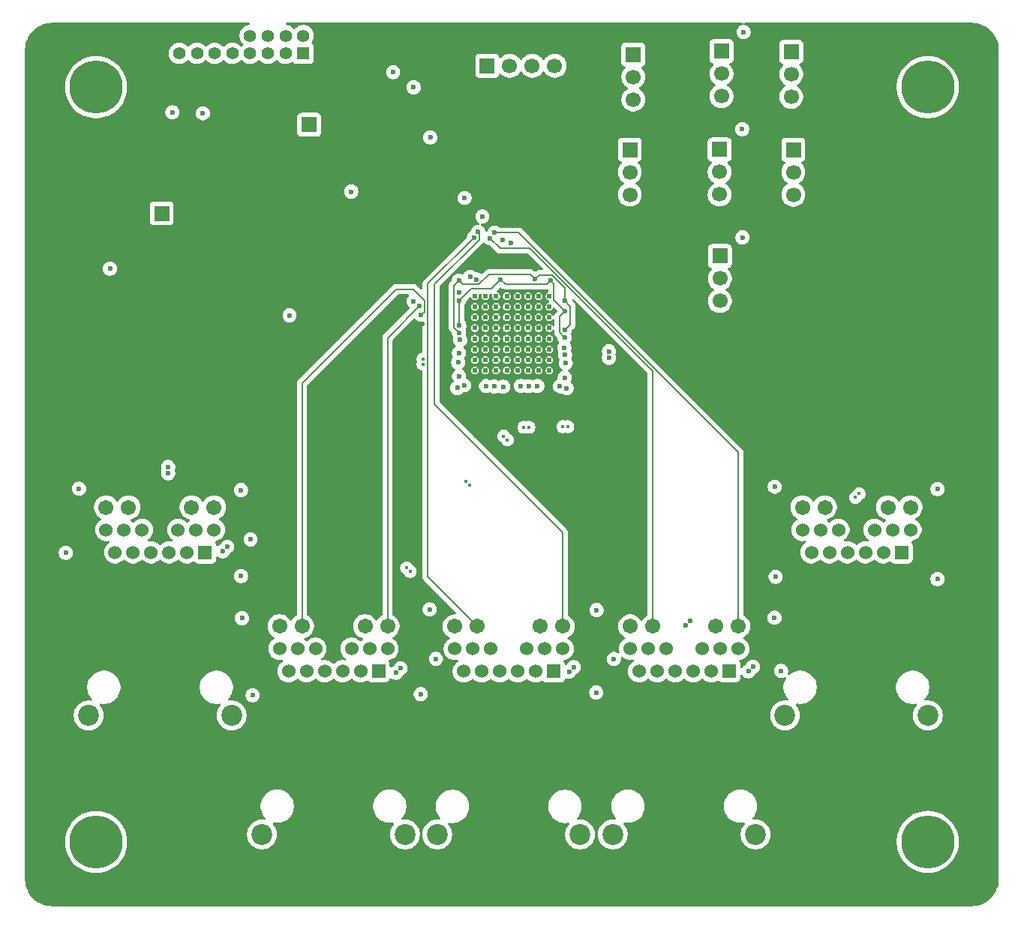
<source format=gbr>
%TF.GenerationSoftware,KiCad,Pcbnew,9.0.4*%
%TF.CreationDate,2025-09-18T12:22:58-07:00*%
%TF.ProjectId,periph_ethernet_switch,70657269-7068-45f6-9574-6865726e6574,rev?*%
%TF.SameCoordinates,Original*%
%TF.FileFunction,Copper,L3,Inr*%
%TF.FilePolarity,Positive*%
%FSLAX46Y46*%
G04 Gerber Fmt 4.6, Leading zero omitted, Abs format (unit mm)*
G04 Created by KiCad (PCBNEW 9.0.4) date 2025-09-18 12:22:58*
%MOMM*%
%LPD*%
G01*
G04 APERTURE LIST*
%TA.AperFunction,ComponentPad*%
%ADD10R,1.524000X1.524000*%
%TD*%
%TA.AperFunction,ComponentPad*%
%ADD11C,1.524000*%
%TD*%
%TA.AperFunction,ComponentPad*%
%ADD12C,1.714500*%
%TD*%
%TA.AperFunction,ComponentPad*%
%ADD13C,2.362200*%
%TD*%
%TA.AperFunction,ComponentPad*%
%ADD14R,1.400000X1.400000*%
%TD*%
%TA.AperFunction,ComponentPad*%
%ADD15C,1.400000*%
%TD*%
%TA.AperFunction,ComponentPad*%
%ADD16R,1.700000X1.700000*%
%TD*%
%TA.AperFunction,ComponentPad*%
%ADD17C,1.700000*%
%TD*%
%TA.AperFunction,ComponentPad*%
%ADD18C,6.000000*%
%TD*%
%TA.AperFunction,ComponentPad*%
%ADD19C,0.610000*%
%TD*%
%TA.AperFunction,ViaPad*%
%ADD20C,0.600000*%
%TD*%
%TA.AperFunction,ViaPad*%
%ADD21C,0.450000*%
%TD*%
%TA.AperFunction,Conductor*%
%ADD22C,0.152400*%
%TD*%
G04 APERTURE END LIST*
D10*
%TO.N,Net-(J1-TRCT3)*%
%TO.C,J1*%
X143942453Y-133340348D03*
D11*
%TO.N,TXRX1_C-*%
X141910453Y-133340348D03*
%TO.N,TXRX1_C+*%
X139878453Y-133340348D03*
%TO.N,TXRX1_B+*%
X137846453Y-133340348D03*
%TO.N,TXRX1_B-*%
X135814453Y-133340348D03*
%TO.N,Net-(J1-TRCT2)*%
X133782453Y-133340348D03*
%TO.N,Net-(J1-TRCT4)*%
X144958453Y-130800347D03*
%TO.N,TXRX1_D+*%
X142926453Y-130800347D03*
%TO.N,TXRX1_D-*%
X140894453Y-130800347D03*
%TO.N,TXRX1_A-*%
X136830453Y-130800347D03*
%TO.N,TXRX1_A+*%
X134798453Y-130800347D03*
%TO.N,Net-(J1-TRCT1)*%
X132766453Y-130800347D03*
D12*
%TO.N,LED1_0*%
X144958453Y-128260348D03*
%TO.N,Net-(J1-Pad14)*%
X142418453Y-128260348D03*
%TO.N,LED1_1*%
X135306453Y-128260348D03*
%TO.N,Net-(J1-Pad16)*%
X132766453Y-128260348D03*
D13*
%TO.N,SGND*%
X146926954Y-151755348D03*
X130797952Y-151755348D03*
%TD*%
D10*
%TO.N,Net-(J3-TRCT3)*%
%TO.C,J3*%
X183520024Y-133342867D03*
D11*
%TO.N,TXRX3_C-*%
X181488024Y-133342867D03*
%TO.N,TXRX3_C+*%
X179456024Y-133342867D03*
%TO.N,TXRX3_B+*%
X177424024Y-133342867D03*
%TO.N,TXRX3_B-*%
X175392024Y-133342867D03*
%TO.N,Net-(J3-TRCT2)*%
X173360024Y-133342867D03*
%TO.N,Net-(J3-TRCT4)*%
X184536024Y-130802866D03*
%TO.N,TXRX3_D+*%
X182504024Y-130802866D03*
%TO.N,TXRX3_D-*%
X180472024Y-130802866D03*
%TO.N,TXRX3_A-*%
X176408024Y-130802866D03*
%TO.N,TXRX3_A+*%
X174376024Y-130802866D03*
%TO.N,Net-(J3-TRCT1)*%
X172344024Y-130802866D03*
D12*
%TO.N,LED3_0*%
X184536024Y-128262867D03*
%TO.N,Net-(J3-Pad14)*%
X181996024Y-128262867D03*
%TO.N,LED3_1*%
X174884024Y-128262867D03*
%TO.N,Net-(J3-Pad16)*%
X172344024Y-128262867D03*
D13*
%TO.N,SGND*%
X186504525Y-151757867D03*
X170375523Y-151757867D03*
%TD*%
D14*
%TO.N,Net-(CN1-Pad1)*%
%TO.C,CN1*%
X135450000Y-63570000D03*
D15*
%TO.N,VESP*%
X135450000Y-61570000D03*
%TO.N,Net-(CN1-Pad3)*%
X133450000Y-63570000D03*
%TO.N,VESP*%
X133450000Y-61570000D03*
%TO.N,Net-(CN1-Pad5)*%
X131450000Y-63570000D03*
%TO.N,VESP*%
X131450000Y-61570000D03*
%TO.N,Net-(CN1-Pad7)*%
X129450000Y-63570000D03*
%TO.N,VESP*%
X129450000Y-61570000D03*
%TO.N,Net-(CN1-Pad9)*%
X127450000Y-63570000D03*
%TO.N,GND*%
X127450000Y-61570000D03*
%TO.N,Net-(CN1-Pad11)*%
X125450000Y-63570000D03*
%TO.N,GND*%
X125450000Y-61570000D03*
%TO.N,VPG1.2*%
X123450000Y-63570000D03*
%TO.N,GND*%
X123450000Y-61570000D03*
%TO.N,VPG2.5*%
X121450000Y-63570000D03*
%TO.N,GND*%
X121450000Y-61570000D03*
%TD*%
D10*
%TO.N,Net-(J4-TRCT3)*%
%TO.C,J4*%
X202959999Y-119913096D03*
D11*
%TO.N,TXRX4_C-*%
X200927999Y-119913096D03*
%TO.N,TXRX4_C+*%
X198895999Y-119913096D03*
%TO.N,TXRX4_B+*%
X196863999Y-119913096D03*
%TO.N,TXRX4_B-*%
X194831999Y-119913096D03*
%TO.N,Net-(J4-TRCT2)*%
X192799999Y-119913096D03*
%TO.N,Net-(J4-TRCT4)*%
X203975999Y-117373095D03*
%TO.N,TXRX4_D+*%
X201943999Y-117373095D03*
%TO.N,TXRX4_D-*%
X199911999Y-117373095D03*
%TO.N,TXRX4_A-*%
X195847999Y-117373095D03*
%TO.N,TXRX4_A+*%
X193815999Y-117373095D03*
%TO.N,Net-(J4-TRCT1)*%
X191783999Y-117373095D03*
D12*
%TO.N,LED4_0*%
X203975999Y-114833096D03*
%TO.N,Net-(J4-Pad14)*%
X201435999Y-114833096D03*
%TO.N,LED4_1*%
X194323999Y-114833096D03*
%TO.N,Net-(J4-Pad16)*%
X191783999Y-114833096D03*
D13*
%TO.N,SGND*%
X205944500Y-138328096D03*
X189815498Y-138328096D03*
%TD*%
D16*
%TO.N,Net-(J10-Pin_1)*%
%TO.C,J10*%
X190760000Y-74450000D03*
D17*
%TO.N,LED4_1*%
X190760000Y-76990000D03*
%TO.N,Net-(J10-Pin_3)*%
X190760000Y-79530000D03*
%TD*%
D16*
%TO.N,SCL{slash}MDC*%
%TO.C,J13*%
X156210000Y-64970000D03*
D17*
%TO.N,SDI{slash}SDA{slash}MDIO*%
X158750000Y-64970000D03*
%TO.N,SDO*%
X161289999Y-64970000D03*
%TO.N,SCS_N*%
X163830000Y-64970000D03*
%TD*%
D16*
%TO.N,Net-(J6-Pin_1)*%
%TO.C,J6*%
X172700000Y-63700000D03*
D17*
%TO.N,LED1_1*%
X172700000Y-66240000D03*
%TO.N,Net-(J6-Pin_3)*%
X172700000Y-68780000D03*
%TD*%
D16*
%TO.N,Net-(J7-Pin_1)*%
%TO.C,J7*%
X182650000Y-63330000D03*
D17*
%TO.N,LED2_0*%
X182650000Y-65870000D03*
%TO.N,Net-(J7-Pin_3)*%
X182650000Y-68410000D03*
%TD*%
D16*
%TO.N,Net-(J12-Pin_1)*%
%TO.C,J12*%
X182470000Y-86450001D03*
D17*
%TO.N,LED5_1*%
X182470000Y-88990001D03*
%TO.N,Net-(J12-Pin_3)*%
X182470000Y-91530000D03*
%TD*%
D10*
%TO.N,Net-(J2-TRCT3)*%
%TO.C,J2*%
X163709999Y-133360000D03*
D11*
%TO.N,TXRX2_C-*%
X161677999Y-133360000D03*
%TO.N,TXRX2_C+*%
X159645999Y-133360000D03*
%TO.N,TXRX2_B+*%
X157613999Y-133360000D03*
%TO.N,TXRX2_B-*%
X155581999Y-133360000D03*
%TO.N,Net-(J2-TRCT2)*%
X153549999Y-133360000D03*
%TO.N,Net-(J2-TRCT4)*%
X164725999Y-130819999D03*
%TO.N,TXRX2_D+*%
X162693999Y-130819999D03*
%TO.N,TXRX2_D-*%
X160661999Y-130819999D03*
%TO.N,TXRX2_A-*%
X156597999Y-130819999D03*
%TO.N,TXRX2_A+*%
X154565999Y-130819999D03*
%TO.N,Net-(J2-TRCT1)*%
X152533999Y-130819999D03*
D12*
%TO.N,LED2_0*%
X164725999Y-128280000D03*
%TO.N,Net-(J2-Pad14)*%
X162185999Y-128280000D03*
%TO.N,LED2_1*%
X155073999Y-128280000D03*
%TO.N,Net-(J2-Pad16)*%
X152533999Y-128280000D03*
D13*
%TO.N,SGND*%
X166694500Y-151775000D03*
X150565498Y-151775000D03*
%TD*%
D10*
%TO.N,Net-(J5-TRCT3)*%
%TO.C,J5*%
X124371765Y-119915191D03*
D11*
%TO.N,TXRX5_C-*%
X122339765Y-119915191D03*
%TO.N,TXRX5_C+*%
X120307765Y-119915191D03*
%TO.N,TXRX5_B+*%
X118275765Y-119915191D03*
%TO.N,TXRX5_B-*%
X116243765Y-119915191D03*
%TO.N,Net-(J5-TRCT2)*%
X114211765Y-119915191D03*
%TO.N,Net-(J5-TRCT4)*%
X125387765Y-117375190D03*
%TO.N,TXRX5_D+*%
X123355765Y-117375190D03*
%TO.N,TXRX5_D-*%
X121323765Y-117375190D03*
%TO.N,TXRX5_A-*%
X117259765Y-117375190D03*
%TO.N,TXRX5_A+*%
X115227765Y-117375190D03*
%TO.N,Net-(J5-TRCT1)*%
X113195765Y-117375190D03*
D12*
%TO.N,LED5_0*%
X125387765Y-114835191D03*
%TO.N,Net-(J5-Pad14)*%
X122847765Y-114835191D03*
%TO.N,LED5_1*%
X115735765Y-114835191D03*
%TO.N,Net-(J5-Pad16)*%
X113195765Y-114835191D03*
D13*
%TO.N,SGND*%
X127356266Y-138330191D03*
X111227264Y-138330191D03*
%TD*%
D18*
%TO.N,N/C*%
%TO.C,H1*%
X205920000Y-67400000D03*
%TD*%
D16*
%TO.N,+1.2V*%
%TO.C,J14*%
X136119999Y-71635000D03*
D17*
%TO.N,GND*%
X136119999Y-69095000D03*
%TD*%
D16*
%TO.N,Net-(J8-Pin_1)*%
%TO.C,J8*%
X182440000Y-74430000D03*
D17*
%TO.N,LED4_0*%
X182440000Y-76970000D03*
%TO.N,Net-(J8-Pin_3)*%
X182440000Y-79510000D03*
%TD*%
D18*
%TO.N,N/C*%
%TO.C,H4*%
X205920000Y-152610000D03*
%TD*%
%TO.N,N/C*%
%TO.C,H3*%
X112070000Y-152620000D03*
%TD*%
D19*
%TO.N,*%
%TO.C,U1*%
X154819999Y-90982096D03*
X154819999Y-92182096D03*
X154819999Y-93382096D03*
X154819999Y-94582096D03*
X154819999Y-95782096D03*
X154819999Y-96982096D03*
X154819999Y-98182096D03*
X154819999Y-99382096D03*
X156019999Y-90982096D03*
X156019999Y-92182096D03*
X156019999Y-93382096D03*
X156019999Y-94582096D03*
X156019999Y-95782096D03*
X156019999Y-96982096D03*
X156019999Y-98182096D03*
X156019999Y-99382096D03*
X157219999Y-90982096D03*
X157219999Y-92182096D03*
X157219999Y-93382096D03*
X157219999Y-94582096D03*
X157219999Y-95782096D03*
X157219999Y-96982096D03*
X157219999Y-98182096D03*
X157219999Y-99382096D03*
X158419999Y-90982096D03*
X158419999Y-92182096D03*
X158419999Y-93382096D03*
X158419999Y-94582096D03*
X158419999Y-95782096D03*
X158419999Y-96982096D03*
X158419999Y-98182096D03*
X158419999Y-99382096D03*
X159619999Y-90982096D03*
X159619999Y-92182096D03*
X159619999Y-93382096D03*
X159619999Y-94582096D03*
X159619999Y-95782096D03*
X159619999Y-96982096D03*
X159619999Y-98182096D03*
X159619999Y-99382096D03*
X160819999Y-90982096D03*
X160819999Y-92182096D03*
X160819999Y-93382096D03*
X160819999Y-94582096D03*
X160819999Y-95782096D03*
X160819999Y-96982096D03*
X160819999Y-98182096D03*
X160819999Y-99382096D03*
X162019999Y-90982096D03*
X162019999Y-92182096D03*
X162019999Y-93382096D03*
X162019999Y-94582096D03*
X162019999Y-95782096D03*
X162019999Y-96982096D03*
X162019999Y-98182096D03*
X162019999Y-99382096D03*
X163219999Y-90982096D03*
X163219999Y-92182096D03*
X163219999Y-93382096D03*
X163219999Y-94582096D03*
X163219999Y-95782096D03*
X163219999Y-96982096D03*
X163219999Y-98182096D03*
X163219999Y-99382096D03*
%TD*%
D16*
%TO.N,Net-(J11-Pin_1)*%
%TO.C,J11*%
X172300000Y-74440001D03*
D17*
%TO.N,LED3_1*%
X172300000Y-76980001D03*
%TO.N,Net-(J11-Pin_3)*%
X172300000Y-79520000D03*
%TD*%
D16*
%TO.N,+2.5V*%
%TO.C,J15*%
X119469999Y-81637499D03*
D17*
%TO.N,GND*%
X122009999Y-81637499D03*
%TD*%
D16*
%TO.N,Net-(J9-Pin_1)*%
%TO.C,J9*%
X190520000Y-63390000D03*
D17*
%TO.N,LED2_1*%
X190520000Y-65930000D03*
%TO.N,Net-(J9-Pin_3)*%
X190520000Y-68470000D03*
%TD*%
D18*
%TO.N,N/C*%
%TO.C,H2*%
X112060000Y-67390000D03*
%TD*%
D20*
%TO.N,+1.2V*%
X153066721Y-94333614D03*
X164940000Y-95640000D03*
X153030000Y-91490000D03*
X165010000Y-92660000D03*
X163360000Y-89240000D03*
X157730000Y-89120000D03*
%TO.N,GND*%
X148886000Y-94140000D03*
X185170000Y-70580000D03*
X129827499Y-69422501D03*
X163190000Y-100553800D03*
X185425535Y-82095535D03*
X184950000Y-93750000D03*
X121512499Y-75749998D03*
X153029000Y-90582096D03*
X149400000Y-64020000D03*
X117362499Y-71449998D03*
X147560000Y-98250000D03*
X125527500Y-73462499D03*
X143320000Y-101210000D03*
%TO.N,+2.5V*%
X188640000Y-127300000D03*
X153010000Y-89210000D03*
X110150000Y-112720000D03*
X164980000Y-91540000D03*
X153033678Y-95132934D03*
X149710000Y-126360000D03*
X168560000Y-126430000D03*
X128530000Y-127350000D03*
X185140000Y-61160000D03*
X161630000Y-89070000D03*
X164940000Y-94839997D03*
X185010000Y-84350000D03*
X145590000Y-65700001D03*
X184990000Y-72130000D03*
X155660000Y-81990000D03*
X128420000Y-112880000D03*
X207040000Y-112770000D03*
X188660000Y-112500000D03*
%TO.N,+1.2VA*%
X153030000Y-100030000D03*
X161870000Y-101130000D03*
X164922634Y-96802839D03*
X156980000Y-101190000D03*
X164960000Y-100180000D03*
X153010000Y-97410000D03*
X164410000Y-101160000D03*
X153620000Y-101060000D03*
X140860000Y-79180000D03*
X160020000Y-101120000D03*
X158000000Y-101220000D03*
X165070000Y-98550000D03*
X153158369Y-95923160D03*
%TO.N,SGND*%
X129500000Y-118460000D03*
X168510000Y-135740000D03*
X148710000Y-135930000D03*
X129740000Y-136060000D03*
X150420000Y-131940000D03*
X207030000Y-122930000D03*
X108650000Y-119960000D03*
X128420000Y-122590000D03*
X170500000Y-131960000D03*
X188760000Y-122670000D03*
X189380000Y-133290000D03*
%TO.N,RESET_N*%
X147910000Y-67410001D03*
X153650000Y-79900000D03*
%TO.N,VESP*%
X120670000Y-70220000D03*
X124120000Y-70340000D03*
%TO.N,LED1_0*%
X148550000Y-92100000D03*
%TO.N,LED1_1*%
X148750000Y-93110000D03*
%TO.N,LED2_0*%
X155186184Y-83717152D03*
%TO.N,LED2_1*%
X154710000Y-84360000D03*
%TO.N,LED3_0*%
X157038198Y-83824058D03*
%TO.N,LED3_1*%
X156540000Y-84450000D03*
%TO.N,LED4_1*%
X157990000Y-84670000D03*
%TO.N,LED4_0*%
X158900000Y-85010000D03*
%TO.N,LED5_1*%
X147910000Y-91560000D03*
%TO.N,LED5_0*%
X133900000Y-93150000D03*
%TO.N,SCS_N*%
X149780000Y-73070000D03*
%TO.N,PME_N*%
X155017311Y-89100446D03*
%TO.N,INTRP_N*%
X154280000Y-88790000D03*
D21*
%TO.N,TXRX1_B+*%
X153805999Y-111885999D03*
%TO.N,TXRX1_D-*%
X147524490Y-122074490D03*
D20*
X145912966Y-133517034D03*
D21*
%TO.N,TXRX1_B-*%
X154214001Y-112294001D03*
D20*
%TO.N,TXRX1_D+*%
X146427034Y-133002966D03*
D21*
X147116488Y-121666488D03*
%TO.N,TXRX2_B+*%
X158072999Y-106795999D03*
%TO.N,TXRX2_B-*%
X158481001Y-107204001D03*
D20*
%TO.N,TXRX2_D+*%
X165967034Y-132882966D03*
D21*
X160331499Y-105800000D03*
D20*
%TO.N,TXRX2_D-*%
X165452966Y-133397034D03*
D21*
X160908499Y-105800000D03*
%TO.N,TXRX3_D-*%
X165308499Y-105720000D03*
D20*
X185682966Y-133347034D03*
%TO.N,TXRX3_B-*%
X179127034Y-127682966D03*
%TO.N,TXRX3_B+*%
X178612966Y-128197034D03*
D21*
%TO.N,TXRX3_D+*%
X164731499Y-105720000D03*
D20*
X186197034Y-132832966D03*
%TO.N,TXRX4_D-*%
X169940000Y-97218596D03*
D21*
%TO.N,TXRX4_B+*%
X197775999Y-113704001D03*
D20*
%TO.N,TXRX4_D+*%
X169940000Y-97945596D03*
D21*
%TO.N,TXRX4_B-*%
X198184001Y-113295999D03*
D20*
%TO.N,TXRX5_D+*%
X126877034Y-119273966D03*
D21*
X148960000Y-98093596D03*
D20*
%TO.N,TXRX5_B+*%
X120191555Y-110268055D03*
%TO.N,TXRX5_B-*%
X120191555Y-110995055D03*
%TO.N,TXRX5_D-*%
X126362966Y-119788034D03*
D21*
X148960000Y-98670596D03*
D20*
%TO.N,+2.5VA*%
X152830000Y-101360000D03*
X152920000Y-98480000D03*
X113630000Y-87880000D03*
X160870000Y-101150000D03*
X164990000Y-97600000D03*
X165175622Y-101392007D03*
X156080000Y-101140000D03*
%TD*%
D22*
%TO.N,+1.2V*%
X153030000Y-91490000D02*
X153066721Y-91526721D01*
X154352800Y-90167200D02*
X153030000Y-91490000D01*
X165010000Y-92660000D02*
X164362800Y-93307200D01*
X156682800Y-90167200D02*
X154352800Y-90167200D01*
X153066721Y-91526721D02*
X153066721Y-94333614D01*
X157730000Y-89120000D02*
X158257200Y-89647200D01*
X158257200Y-89647200D02*
X162952800Y-89647200D01*
X163729199Y-89609199D02*
X163729199Y-91379199D01*
X157730000Y-89120000D02*
X156682800Y-90167200D01*
X163729199Y-91379199D02*
X165010000Y-92660000D01*
X164923718Y-95640000D02*
X164940000Y-95640000D01*
X162952800Y-89647200D02*
X163360000Y-89240000D01*
X164362800Y-95079082D02*
X164923718Y-95640000D01*
X163360000Y-89240000D02*
X163729199Y-89609199D01*
X164362800Y-93307200D02*
X164362800Y-95079082D01*
%TO.N,+2.5V*%
X161102800Y-88542800D02*
X156391242Y-88542800D01*
X162080000Y-88620000D02*
X161630000Y-89070000D01*
X153010000Y-89210000D02*
X152452800Y-89767200D01*
X164980000Y-91540000D02*
X164980000Y-90043715D01*
X165587200Y-92147200D02*
X164980000Y-91540000D01*
X161630000Y-89070000D02*
X161102800Y-88542800D01*
X152452800Y-94552056D02*
X153033678Y-95132934D01*
X152452800Y-89767200D02*
X152452800Y-94552056D01*
X164980000Y-90043715D02*
X163556285Y-88620000D01*
X153477646Y-89677646D02*
X153010000Y-89210000D01*
X155256396Y-89677646D02*
X153477646Y-89677646D01*
X164940000Y-94839997D02*
X165587200Y-94192797D01*
X165587200Y-94192797D02*
X165587200Y-92147200D01*
X156391242Y-88542800D02*
X155256396Y-89677646D01*
X163556285Y-88620000D02*
X162080000Y-88620000D01*
%TO.N,+1.2VA*%
X157010000Y-101220000D02*
X156980000Y-101190000D01*
X159920000Y-101220000D02*
X160020000Y-101120000D01*
X165070000Y-100070000D02*
X164960000Y-100180000D01*
X164380000Y-101130000D02*
X164410000Y-101160000D01*
%TO.N,LED1_0*%
X148550000Y-92100000D02*
X144958453Y-95691547D01*
X144958453Y-95691547D02*
X144958453Y-128260348D01*
%TO.N,LED1_1*%
X145920000Y-90200000D02*
X135306453Y-100813547D01*
X149127200Y-92732800D02*
X149127200Y-91467200D01*
X147860000Y-90200000D02*
X145920000Y-90200000D01*
X148750000Y-93110000D02*
X149127200Y-92732800D01*
X149127200Y-91467200D02*
X147860000Y-90200000D01*
X135306453Y-100813547D02*
X135306453Y-128260348D01*
%TO.N,LED2_0*%
X155186184Y-83717152D02*
X155287200Y-83818168D01*
X155287200Y-83818168D02*
X155287200Y-84602800D01*
X164725999Y-117635999D02*
X164725999Y-128280000D01*
X155287200Y-84602800D02*
X150250000Y-89640000D01*
X150250000Y-89640000D02*
X150250000Y-103160000D01*
X150250000Y-103160000D02*
X164725999Y-117635999D01*
%TO.N,LED2_1*%
X149480000Y-122686001D02*
X155073999Y-128280000D01*
X154710000Y-84360000D02*
X149480000Y-89590000D01*
X149480000Y-89590000D02*
X149480000Y-122686001D01*
%TO.N,LED3_0*%
X157038198Y-83824058D02*
X159759909Y-83824058D01*
X159759909Y-83824058D02*
X184536024Y-108600173D01*
X184536024Y-108600173D02*
X184536024Y-128262867D01*
%TO.N,LED3_1*%
X156540000Y-84450000D02*
X157677200Y-85587200D01*
X174884024Y-99447956D02*
X174884024Y-128262867D01*
X157677200Y-85587200D02*
X161023268Y-85587200D01*
X161023268Y-85587200D02*
X174884024Y-99447956D01*
%TD*%
%TA.AperFunction,Conductor*%
%TO.N,GND*%
G36*
X147328898Y-90796385D02*
G01*
X147374653Y-90849189D01*
X147384597Y-90918347D01*
X147355572Y-90981903D01*
X147349540Y-90988381D01*
X147288213Y-91049707D01*
X147288210Y-91049711D01*
X147200609Y-91180814D01*
X147200602Y-91180827D01*
X147140264Y-91326498D01*
X147140261Y-91326510D01*
X147109500Y-91481153D01*
X147109500Y-91638846D01*
X147140261Y-91793489D01*
X147140264Y-91793501D01*
X147200602Y-91939172D01*
X147200609Y-91939185D01*
X147288210Y-92070288D01*
X147288213Y-92070292D01*
X147399707Y-92181786D01*
X147399711Y-92181789D01*
X147425696Y-92199152D01*
X147470501Y-92252764D01*
X147479208Y-92322089D01*
X147449054Y-92385117D01*
X147444486Y-92389935D01*
X144604351Y-95230072D01*
X144496980Y-95337442D01*
X144496975Y-95337448D01*
X144421055Y-95468945D01*
X144421055Y-95468946D01*
X144421054Y-95468948D01*
X144421054Y-95468949D01*
X144396348Y-95561153D01*
X144381753Y-95615623D01*
X144381753Y-126954365D01*
X144362068Y-127021404D01*
X144314048Y-127064850D01*
X144246836Y-127099096D01*
X144073937Y-127224716D01*
X143922821Y-127375832D01*
X143797195Y-127548739D01*
X143794656Y-127552884D01*
X143792847Y-127551775D01*
X143750952Y-127596125D01*
X143683130Y-127612914D01*
X143616997Y-127590369D01*
X143583730Y-127551976D01*
X143582250Y-127552884D01*
X143579710Y-127548739D01*
X143535319Y-127487641D01*
X143454086Y-127375834D01*
X143302967Y-127224715D01*
X143130069Y-127099096D01*
X142939648Y-127002072D01*
X142939645Y-127002070D01*
X142736394Y-126936031D01*
X142592417Y-126913227D01*
X142525310Y-126902598D01*
X142311596Y-126902598D01*
X142244489Y-126913227D01*
X142100511Y-126936031D01*
X141897260Y-127002070D01*
X141897257Y-127002072D01*
X141706836Y-127099096D01*
X141533937Y-127224716D01*
X141382821Y-127375832D01*
X141257201Y-127548731D01*
X141160177Y-127739152D01*
X141160175Y-127739155D01*
X141094136Y-127942406D01*
X141066049Y-128119737D01*
X141060703Y-128153491D01*
X141060703Y-128367205D01*
X141073216Y-128446209D01*
X141094136Y-128578289D01*
X141160175Y-128781540D01*
X141160177Y-128781543D01*
X141257201Y-128971964D01*
X141382820Y-129144862D01*
X141533939Y-129295981D01*
X141706837Y-129421600D01*
X141897258Y-129518624D01*
X141897260Y-129518625D01*
X141965937Y-129540939D01*
X142100513Y-129584665D01*
X142100529Y-129584667D01*
X142102991Y-129585259D01*
X142103840Y-129585746D01*
X142105147Y-129586171D01*
X142105057Y-129586445D01*
X142112086Y-129590479D01*
X142122502Y-129591691D01*
X142141864Y-129607572D01*
X142163588Y-129620042D01*
X142168416Y-129629351D01*
X142176524Y-129636001D01*
X142184227Y-129659830D01*
X142195760Y-129682064D01*
X142194789Y-129692504D01*
X142198015Y-129702483D01*
X142191610Y-129726697D01*
X142189293Y-129751634D01*
X142182358Y-129761683D01*
X142180151Y-129770030D01*
X142165900Y-129785534D01*
X142157768Y-129797319D01*
X142152598Y-129802049D01*
X142103989Y-129837366D01*
X141996184Y-129945170D01*
X141994161Y-129947022D01*
X141965151Y-129961230D01*
X141936811Y-129976706D01*
X141933971Y-129976502D01*
X141931413Y-129977756D01*
X141899333Y-129974025D01*
X141867119Y-129971722D01*
X141864379Y-129969961D01*
X141862011Y-129969686D01*
X141854988Y-129963925D01*
X141822772Y-129943221D01*
X141716919Y-129837368D01*
X141716917Y-129837366D01*
X141556147Y-129720560D01*
X141509518Y-129696801D01*
X141379085Y-129630341D01*
X141379082Y-129630340D01*
X141190090Y-129568934D01*
X141091951Y-129553390D01*
X140993814Y-129537847D01*
X140795092Y-129537847D01*
X140740851Y-129546438D01*
X140598815Y-129568934D01*
X140409823Y-129630340D01*
X140409820Y-129630341D01*
X140232758Y-129720560D01*
X140071986Y-129837368D01*
X139931474Y-129977880D01*
X139814666Y-130138652D01*
X139724447Y-130315714D01*
X139724446Y-130315717D01*
X139663040Y-130504709D01*
X139659927Y-130524363D01*
X139631953Y-130700986D01*
X139631953Y-130899708D01*
X139635066Y-130919360D01*
X139663040Y-131095984D01*
X139724446Y-131284976D01*
X139724447Y-131284979D01*
X139814666Y-131462041D01*
X139931472Y-131622811D01*
X140071989Y-131763328D01*
X140196142Y-131853530D01*
X140233966Y-131881011D01*
X140276631Y-131936341D01*
X140282610Y-132005954D01*
X140250004Y-132067749D01*
X140189165Y-132102107D01*
X140141682Y-132103802D01*
X140034183Y-132086776D01*
X139977814Y-132077848D01*
X139779092Y-132077848D01*
X139722723Y-132086776D01*
X139582815Y-132108935D01*
X139393823Y-132170341D01*
X139393820Y-132170342D01*
X139216758Y-132260561D01*
X139055986Y-132377369D01*
X138950134Y-132483222D01*
X138888811Y-132516707D01*
X138819119Y-132511723D01*
X138774772Y-132483222D01*
X138668919Y-132377369D01*
X138668918Y-132377368D01*
X138668917Y-132377367D01*
X138508147Y-132260561D01*
X138479829Y-132246132D01*
X138331085Y-132170342D01*
X138331082Y-132170341D01*
X138142090Y-132108935D01*
X138038929Y-132092596D01*
X137945814Y-132077848D01*
X137747092Y-132077848D01*
X137717727Y-132082499D01*
X137583223Y-132103802D01*
X137513929Y-132094847D01*
X137460477Y-132049851D01*
X137439838Y-131983099D01*
X137458563Y-131915786D01*
X137490940Y-131881011D01*
X137528764Y-131853530D01*
X137652917Y-131763328D01*
X137793434Y-131622811D01*
X137910240Y-131462041D01*
X138000458Y-131284979D01*
X138061866Y-131095983D01*
X138092953Y-130899708D01*
X138092953Y-130700986D01*
X138061866Y-130504711D01*
X138006844Y-130335369D01*
X138000459Y-130315717D01*
X138000458Y-130315714D01*
X137920253Y-130158305D01*
X137910240Y-130138653D01*
X137793434Y-129977883D01*
X137652917Y-129837366D01*
X137492147Y-129720560D01*
X137445518Y-129696801D01*
X137315085Y-129630341D01*
X137315082Y-129630340D01*
X137126090Y-129568934D01*
X137027951Y-129553390D01*
X136929814Y-129537847D01*
X136731092Y-129537847D01*
X136676851Y-129546438D01*
X136534815Y-129568934D01*
X136345823Y-129630340D01*
X136345820Y-129630341D01*
X136168758Y-129720560D01*
X136007986Y-129837368D01*
X135902134Y-129943221D01*
X135896627Y-129946227D01*
X135893092Y-129951415D01*
X135866324Y-129962774D01*
X135840811Y-129976706D01*
X135834551Y-129976258D01*
X135828774Y-129978710D01*
X135800120Y-129973796D01*
X135771119Y-129971722D01*
X135764532Y-129967692D01*
X135759910Y-129966900D01*
X135740108Y-129952750D01*
X135730746Y-129947023D01*
X135728722Y-129945171D01*
X135620917Y-129837366D01*
X135572302Y-129802045D01*
X135567138Y-129797320D01*
X135552530Y-129773178D01*
X135535293Y-129750824D01*
X135534679Y-129743676D01*
X135530967Y-129737541D01*
X135531729Y-129709332D01*
X135529315Y-129681210D01*
X135532662Y-129674866D01*
X135532856Y-129667697D01*
X135548753Y-129644372D01*
X135561922Y-129619416D01*
X135568197Y-129615842D01*
X135572206Y-129609962D01*
X135597030Y-129599427D01*
X135619845Y-129586437D01*
X135619759Y-129586171D01*
X135621050Y-129585751D01*
X135621917Y-129585258D01*
X135624375Y-129584667D01*
X135624393Y-129584665D01*
X135827648Y-129518624D01*
X136018069Y-129421600D01*
X136190967Y-129295981D01*
X136342086Y-129144862D01*
X136467705Y-128971964D01*
X136564729Y-128781543D01*
X136630770Y-128578288D01*
X136664203Y-128367205D01*
X136664203Y-128153491D01*
X136630770Y-127942408D01*
X136582838Y-127794888D01*
X136564730Y-127739155D01*
X136564728Y-127739152D01*
X136538026Y-127686745D01*
X136467705Y-127548732D01*
X136342086Y-127375834D01*
X136190967Y-127224715D01*
X136018069Y-127099096D01*
X135989427Y-127084502D01*
X135950858Y-127064850D01*
X135900062Y-127016875D01*
X135883153Y-126954365D01*
X135883153Y-101103786D01*
X135902838Y-101036747D01*
X135919472Y-101016105D01*
X146122558Y-90813019D01*
X146183881Y-90779534D01*
X146210239Y-90776700D01*
X147261859Y-90776700D01*
X147328898Y-90796385D01*
G37*
%TD.AperFunction*%
%TA.AperFunction,Conductor*%
G36*
X129392693Y-60144369D02*
G01*
X129438448Y-60197173D01*
X129448392Y-60266331D01*
X129419367Y-60329887D01*
X129360589Y-60367661D01*
X129345052Y-60371157D01*
X129168881Y-60399059D01*
X128989163Y-60457454D01*
X128820800Y-60543240D01*
X128733579Y-60606610D01*
X128667927Y-60654310D01*
X128667925Y-60654312D01*
X128667924Y-60654312D01*
X128534312Y-60787924D01*
X128534312Y-60787925D01*
X128534310Y-60787927D01*
X128516052Y-60813057D01*
X128423240Y-60940800D01*
X128337454Y-61109163D01*
X128279059Y-61288881D01*
X128249500Y-61475513D01*
X128249500Y-61664486D01*
X128279059Y-61851118D01*
X128337454Y-62030836D01*
X128421829Y-62196429D01*
X128423240Y-62199199D01*
X128534310Y-62352073D01*
X128534312Y-62352075D01*
X128664556Y-62482319D01*
X128668894Y-62490264D01*
X128676142Y-62495690D01*
X128685376Y-62520449D01*
X128698041Y-62543642D01*
X128697395Y-62552671D01*
X128700559Y-62561154D01*
X128694942Y-62586974D01*
X128693057Y-62613334D01*
X128687238Y-62622387D01*
X128685707Y-62629427D01*
X128664556Y-62657681D01*
X128537681Y-62784556D01*
X128476358Y-62818041D01*
X128406666Y-62813057D01*
X128362319Y-62784556D01*
X128232075Y-62654312D01*
X128232073Y-62654310D01*
X128079199Y-62543240D01*
X128046671Y-62526666D01*
X127910836Y-62457454D01*
X127731118Y-62399059D01*
X127544486Y-62369500D01*
X127544481Y-62369500D01*
X127355519Y-62369500D01*
X127355514Y-62369500D01*
X127168881Y-62399059D01*
X126989163Y-62457454D01*
X126820800Y-62543240D01*
X126750518Y-62594304D01*
X126667927Y-62654310D01*
X126667925Y-62654312D01*
X126667924Y-62654312D01*
X126537681Y-62784556D01*
X126476358Y-62818041D01*
X126406666Y-62813057D01*
X126362319Y-62784556D01*
X126232075Y-62654312D01*
X126232073Y-62654310D01*
X126079199Y-62543240D01*
X126046671Y-62526666D01*
X125910836Y-62457454D01*
X125731118Y-62399059D01*
X125544486Y-62369500D01*
X125544481Y-62369500D01*
X125355519Y-62369500D01*
X125355514Y-62369500D01*
X125168881Y-62399059D01*
X124989163Y-62457454D01*
X124820800Y-62543240D01*
X124750518Y-62594304D01*
X124667927Y-62654310D01*
X124667925Y-62654312D01*
X124667924Y-62654312D01*
X124537681Y-62784556D01*
X124476358Y-62818041D01*
X124406666Y-62813057D01*
X124362319Y-62784556D01*
X124232075Y-62654312D01*
X124232073Y-62654310D01*
X124079199Y-62543240D01*
X124046671Y-62526666D01*
X123910836Y-62457454D01*
X123731118Y-62399059D01*
X123544486Y-62369500D01*
X123544481Y-62369500D01*
X123355519Y-62369500D01*
X123355514Y-62369500D01*
X123168881Y-62399059D01*
X122989163Y-62457454D01*
X122820800Y-62543240D01*
X122750518Y-62594304D01*
X122667927Y-62654310D01*
X122667925Y-62654312D01*
X122667924Y-62654312D01*
X122537681Y-62784556D01*
X122476358Y-62818041D01*
X122406666Y-62813057D01*
X122362319Y-62784556D01*
X122232075Y-62654312D01*
X122232073Y-62654310D01*
X122079199Y-62543240D01*
X122046671Y-62526666D01*
X121910836Y-62457454D01*
X121731118Y-62399059D01*
X121544486Y-62369500D01*
X121544481Y-62369500D01*
X121355519Y-62369500D01*
X121355514Y-62369500D01*
X121168881Y-62399059D01*
X120989163Y-62457454D01*
X120820800Y-62543240D01*
X120750518Y-62594304D01*
X120667927Y-62654310D01*
X120667925Y-62654312D01*
X120667924Y-62654312D01*
X120534312Y-62787924D01*
X120534312Y-62787925D01*
X120534310Y-62787927D01*
X120509461Y-62822129D01*
X120423240Y-62940800D01*
X120337454Y-63109163D01*
X120279059Y-63288881D01*
X120249500Y-63475513D01*
X120249500Y-63664486D01*
X120279059Y-63851118D01*
X120337454Y-64030836D01*
X120372772Y-64100150D01*
X120423240Y-64199199D01*
X120534310Y-64352073D01*
X120667927Y-64485690D01*
X120820801Y-64596760D01*
X120881218Y-64627544D01*
X120989163Y-64682545D01*
X120989165Y-64682545D01*
X120989168Y-64682547D01*
X121085333Y-64713793D01*
X121168881Y-64740940D01*
X121355514Y-64770500D01*
X121355519Y-64770500D01*
X121544486Y-64770500D01*
X121731118Y-64740940D01*
X121756139Y-64732810D01*
X121910832Y-64682547D01*
X121914850Y-64680500D01*
X121960023Y-64657483D01*
X122079199Y-64596760D01*
X122232073Y-64485690D01*
X122362319Y-64355444D01*
X122423642Y-64321959D01*
X122493334Y-64326943D01*
X122537681Y-64355444D01*
X122667927Y-64485690D01*
X122820801Y-64596760D01*
X122881218Y-64627544D01*
X122989163Y-64682545D01*
X122989165Y-64682545D01*
X122989168Y-64682547D01*
X123085333Y-64713793D01*
X123168881Y-64740940D01*
X123355514Y-64770500D01*
X123355519Y-64770500D01*
X123544486Y-64770500D01*
X123731118Y-64740940D01*
X123756139Y-64732810D01*
X123910832Y-64682547D01*
X123914850Y-64680500D01*
X123960023Y-64657483D01*
X124079199Y-64596760D01*
X124232073Y-64485690D01*
X124362319Y-64355444D01*
X124423642Y-64321959D01*
X124493334Y-64326943D01*
X124537681Y-64355444D01*
X124667927Y-64485690D01*
X124820801Y-64596760D01*
X124881218Y-64627544D01*
X124989163Y-64682545D01*
X124989165Y-64682545D01*
X124989168Y-64682547D01*
X125085333Y-64713793D01*
X125168881Y-64740940D01*
X125355514Y-64770500D01*
X125355519Y-64770500D01*
X125544486Y-64770500D01*
X125731118Y-64740940D01*
X125756139Y-64732810D01*
X125910832Y-64682547D01*
X125914850Y-64680500D01*
X125960023Y-64657483D01*
X126079199Y-64596760D01*
X126232073Y-64485690D01*
X126362319Y-64355444D01*
X126423642Y-64321959D01*
X126493334Y-64326943D01*
X126537681Y-64355444D01*
X126667927Y-64485690D01*
X126820801Y-64596760D01*
X126881218Y-64627544D01*
X126989163Y-64682545D01*
X126989165Y-64682545D01*
X126989168Y-64682547D01*
X127085333Y-64713793D01*
X127168881Y-64740940D01*
X127355514Y-64770500D01*
X127355519Y-64770500D01*
X127544486Y-64770500D01*
X127731118Y-64740940D01*
X127756139Y-64732810D01*
X127910832Y-64682547D01*
X127914850Y-64680500D01*
X127960023Y-64657483D01*
X128079199Y-64596760D01*
X128232073Y-64485690D01*
X128362319Y-64355444D01*
X128423642Y-64321959D01*
X128493334Y-64326943D01*
X128537681Y-64355444D01*
X128667927Y-64485690D01*
X128820801Y-64596760D01*
X128881218Y-64627544D01*
X128989163Y-64682545D01*
X128989165Y-64682545D01*
X128989168Y-64682547D01*
X129085333Y-64713793D01*
X129168881Y-64740940D01*
X129355514Y-64770500D01*
X129355519Y-64770500D01*
X129544486Y-64770500D01*
X129731118Y-64740940D01*
X129756139Y-64732810D01*
X129910832Y-64682547D01*
X129914850Y-64680500D01*
X129960023Y-64657483D01*
X130079199Y-64596760D01*
X130232073Y-64485690D01*
X130362319Y-64355444D01*
X130423642Y-64321959D01*
X130493334Y-64326943D01*
X130537681Y-64355444D01*
X130667927Y-64485690D01*
X130820801Y-64596760D01*
X130881218Y-64627544D01*
X130989163Y-64682545D01*
X130989165Y-64682545D01*
X130989168Y-64682547D01*
X131085333Y-64713793D01*
X131168881Y-64740940D01*
X131355514Y-64770500D01*
X131355519Y-64770500D01*
X131544486Y-64770500D01*
X131731118Y-64740940D01*
X131756139Y-64732810D01*
X131910832Y-64682547D01*
X131914850Y-64680500D01*
X131960023Y-64657483D01*
X132079199Y-64596760D01*
X132232073Y-64485690D01*
X132362319Y-64355444D01*
X132423642Y-64321959D01*
X132493334Y-64326943D01*
X132537681Y-64355444D01*
X132667927Y-64485690D01*
X132820801Y-64596760D01*
X132881218Y-64627544D01*
X132989163Y-64682545D01*
X132989165Y-64682545D01*
X132989168Y-64682547D01*
X133085333Y-64713793D01*
X133168881Y-64740940D01*
X133355514Y-64770500D01*
X133355519Y-64770500D01*
X133544486Y-64770500D01*
X133731118Y-64740940D01*
X133756139Y-64732810D01*
X133910832Y-64682547D01*
X133914850Y-64680500D01*
X133960023Y-64657483D01*
X134079199Y-64596760D01*
X134168275Y-64532041D01*
X134234081Y-64508561D01*
X134302135Y-64524386D01*
X134340427Y-64558048D01*
X134392452Y-64627544D01*
X134392455Y-64627547D01*
X134507664Y-64713793D01*
X134507671Y-64713797D01*
X134642517Y-64764091D01*
X134642516Y-64764091D01*
X134649444Y-64764835D01*
X134702127Y-64770500D01*
X136197872Y-64770499D01*
X136257483Y-64764091D01*
X136392331Y-64713796D01*
X136507546Y-64627546D01*
X136593796Y-64512331D01*
X136644091Y-64377483D01*
X136650500Y-64317873D01*
X136650500Y-64072135D01*
X154859500Y-64072135D01*
X154859500Y-65867870D01*
X154859501Y-65867876D01*
X154865908Y-65927483D01*
X154916202Y-66062328D01*
X154916206Y-66062335D01*
X155002452Y-66177544D01*
X155002455Y-66177547D01*
X155117664Y-66263793D01*
X155117671Y-66263797D01*
X155252517Y-66314091D01*
X155252516Y-66314091D01*
X155259444Y-66314835D01*
X155312127Y-66320500D01*
X157107872Y-66320499D01*
X157167483Y-66314091D01*
X157302331Y-66263796D01*
X157417546Y-66177546D01*
X157503796Y-66062331D01*
X157552810Y-65930916D01*
X157594681Y-65874984D01*
X157660145Y-65850566D01*
X157728418Y-65865417D01*
X157756673Y-65886569D01*
X157870213Y-66000109D01*
X158042179Y-66125048D01*
X158042181Y-66125049D01*
X158042184Y-66125051D01*
X158231588Y-66221557D01*
X158433757Y-66287246D01*
X158643713Y-66320500D01*
X158643714Y-66320500D01*
X158856286Y-66320500D01*
X158856287Y-66320500D01*
X159066243Y-66287246D01*
X159268412Y-66221557D01*
X159457816Y-66125051D01*
X159520944Y-66079186D01*
X159629786Y-66000109D01*
X159629788Y-66000106D01*
X159629792Y-66000104D01*
X159780104Y-65849792D01*
X159780106Y-65849788D01*
X159780109Y-65849786D01*
X159905048Y-65677820D01*
X159905050Y-65677817D01*
X159905051Y-65677816D01*
X159909512Y-65669058D01*
X159957483Y-65618262D01*
X160025303Y-65601464D01*
X160091440Y-65623998D01*
X160130483Y-65669054D01*
X160134948Y-65677817D01*
X160259889Y-65849786D01*
X160410212Y-66000109D01*
X160582178Y-66125048D01*
X160582180Y-66125049D01*
X160582183Y-66125051D01*
X160771587Y-66221557D01*
X160973756Y-66287246D01*
X161183712Y-66320500D01*
X161183713Y-66320500D01*
X161396285Y-66320500D01*
X161396286Y-66320500D01*
X161606242Y-66287246D01*
X161808411Y-66221557D01*
X161997815Y-66125051D01*
X162060943Y-66079186D01*
X162169785Y-66000109D01*
X162169787Y-66000106D01*
X162169791Y-66000104D01*
X162320103Y-65849792D01*
X162320105Y-65849788D01*
X162320108Y-65849786D01*
X162445047Y-65677821D01*
X162445050Y-65677816D01*
X162449512Y-65669056D01*
X162497483Y-65618260D01*
X162565303Y-65601462D01*
X162631439Y-65623996D01*
X162670483Y-65669052D01*
X162674949Y-65677817D01*
X162799890Y-65849786D01*
X162950213Y-66000109D01*
X163122179Y-66125048D01*
X163122181Y-66125049D01*
X163122184Y-66125051D01*
X163311588Y-66221557D01*
X163513757Y-66287246D01*
X163723713Y-66320500D01*
X163723714Y-66320500D01*
X163936286Y-66320500D01*
X163936287Y-66320500D01*
X164146243Y-66287246D01*
X164348412Y-66221557D01*
X164537816Y-66125051D01*
X164600944Y-66079186D01*
X164709786Y-66000109D01*
X164709788Y-66000106D01*
X164709792Y-66000104D01*
X164860104Y-65849792D01*
X164860106Y-65849788D01*
X164860109Y-65849786D01*
X164985048Y-65677820D01*
X164985050Y-65677817D01*
X164985051Y-65677816D01*
X165081557Y-65488412D01*
X165147246Y-65286243D01*
X165180500Y-65076287D01*
X165180500Y-64863713D01*
X165147246Y-64653757D01*
X165081557Y-64451588D01*
X164985051Y-64262184D01*
X164985049Y-64262181D01*
X164985048Y-64262179D01*
X164860109Y-64090213D01*
X164709786Y-63939890D01*
X164537820Y-63814951D01*
X164348414Y-63718444D01*
X164348413Y-63718443D01*
X164348412Y-63718443D01*
X164146243Y-63652754D01*
X164146241Y-63652753D01*
X164146240Y-63652753D01*
X163984957Y-63627208D01*
X163936287Y-63619500D01*
X163723713Y-63619500D01*
X163675042Y-63627208D01*
X163513760Y-63652753D01*
X163311585Y-63718444D01*
X163122179Y-63814951D01*
X162950213Y-63939890D01*
X162799890Y-64090213D01*
X162674948Y-64262184D01*
X162674946Y-64262187D01*
X162670481Y-64270950D01*
X162622505Y-64321744D01*
X162554683Y-64338537D01*
X162488549Y-64315997D01*
X162449513Y-64270944D01*
X162449512Y-64270942D01*
X162445050Y-64262184D01*
X162445048Y-64262181D01*
X162445047Y-64262179D01*
X162320108Y-64090213D01*
X162169785Y-63939890D01*
X161997819Y-63814951D01*
X161808413Y-63718444D01*
X161808412Y-63718443D01*
X161808411Y-63718443D01*
X161606242Y-63652754D01*
X161606240Y-63652753D01*
X161606239Y-63652753D01*
X161444956Y-63627208D01*
X161396286Y-63619500D01*
X161183712Y-63619500D01*
X161135041Y-63627208D01*
X160973759Y-63652753D01*
X160771584Y-63718444D01*
X160582178Y-63814951D01*
X160410212Y-63939890D01*
X160259889Y-64090213D01*
X160134947Y-64262183D01*
X160130481Y-64270949D01*
X160082505Y-64321742D01*
X160014683Y-64338535D01*
X159948549Y-64315995D01*
X159909513Y-64270942D01*
X159905051Y-64262184D01*
X159905049Y-64262181D01*
X159905048Y-64262179D01*
X159780109Y-64090213D01*
X159629786Y-63939890D01*
X159457820Y-63814951D01*
X159268414Y-63718444D01*
X159268413Y-63718443D01*
X159268412Y-63718443D01*
X159066243Y-63652754D01*
X159066241Y-63652753D01*
X159066240Y-63652753D01*
X158904957Y-63627208D01*
X158856287Y-63619500D01*
X158643713Y-63619500D01*
X158595042Y-63627208D01*
X158433760Y-63652753D01*
X158231585Y-63718444D01*
X158042179Y-63814951D01*
X157870215Y-63939889D01*
X157756673Y-64053431D01*
X157695350Y-64086915D01*
X157625658Y-64081931D01*
X157569725Y-64040059D01*
X157552810Y-64009082D01*
X157503797Y-63877671D01*
X157503793Y-63877664D01*
X157417547Y-63762455D01*
X157417544Y-63762452D01*
X157302335Y-63676206D01*
X157302328Y-63676202D01*
X157167482Y-63625908D01*
X157167483Y-63625908D01*
X157107883Y-63619501D01*
X157107881Y-63619500D01*
X157107873Y-63619500D01*
X157107864Y-63619500D01*
X155312129Y-63619500D01*
X155312123Y-63619501D01*
X155252516Y-63625908D01*
X155117671Y-63676202D01*
X155117664Y-63676206D01*
X155002455Y-63762452D01*
X155002452Y-63762455D01*
X154916206Y-63877664D01*
X154916202Y-63877671D01*
X154865908Y-64012517D01*
X154859501Y-64072116D01*
X154859500Y-64072135D01*
X136650500Y-64072135D01*
X136650499Y-63475519D01*
X136650499Y-62822129D01*
X136650498Y-62822118D01*
X136649417Y-62812057D01*
X136648350Y-62802135D01*
X171349500Y-62802135D01*
X171349500Y-64597870D01*
X171349501Y-64597876D01*
X171355908Y-64657483D01*
X171406202Y-64792328D01*
X171406206Y-64792335D01*
X171492452Y-64907544D01*
X171492455Y-64907547D01*
X171607664Y-64993793D01*
X171607671Y-64993797D01*
X171739082Y-65042810D01*
X171795016Y-65084681D01*
X171819433Y-65150145D01*
X171804582Y-65218418D01*
X171783431Y-65246673D01*
X171669889Y-65360215D01*
X171544951Y-65532179D01*
X171448444Y-65721585D01*
X171382753Y-65923760D01*
X171349500Y-66133713D01*
X171349500Y-66346286D01*
X171369052Y-66469736D01*
X171382754Y-66556243D01*
X171445642Y-66749792D01*
X171448444Y-66758414D01*
X171544951Y-66947820D01*
X171669890Y-67119786D01*
X171820213Y-67270109D01*
X171992182Y-67395050D01*
X172000946Y-67399516D01*
X172051742Y-67447491D01*
X172068536Y-67515312D01*
X172045998Y-67581447D01*
X172000946Y-67620484D01*
X171992182Y-67624949D01*
X171820213Y-67749890D01*
X171669890Y-67900213D01*
X171544951Y-68072179D01*
X171448444Y-68261585D01*
X171382753Y-68463760D01*
X171374434Y-68516286D01*
X171349500Y-68673713D01*
X171349500Y-68886287D01*
X171382754Y-69096243D01*
X171445642Y-69289792D01*
X171448444Y-69298414D01*
X171544951Y-69487820D01*
X171669890Y-69659786D01*
X171820213Y-69810109D01*
X171992179Y-69935048D01*
X171992181Y-69935049D01*
X171992184Y-69935051D01*
X172181588Y-70031557D01*
X172383757Y-70097246D01*
X172593713Y-70130500D01*
X172593714Y-70130500D01*
X172806286Y-70130500D01*
X172806287Y-70130500D01*
X173016243Y-70097246D01*
X173218412Y-70031557D01*
X173407816Y-69935051D01*
X173429789Y-69919086D01*
X173579786Y-69810109D01*
X173579788Y-69810106D01*
X173579792Y-69810104D01*
X173730104Y-69659792D01*
X173730106Y-69659788D01*
X173730109Y-69659786D01*
X173855048Y-69487820D01*
X173855047Y-69487820D01*
X173855051Y-69487816D01*
X173951557Y-69298412D01*
X174017246Y-69096243D01*
X174050500Y-68886287D01*
X174050500Y-68673713D01*
X174017246Y-68463757D01*
X173951557Y-68261588D01*
X173855051Y-68072184D01*
X173855049Y-68072181D01*
X173855048Y-68072179D01*
X173730109Y-67900213D01*
X173579786Y-67749890D01*
X173407820Y-67624951D01*
X173407115Y-67624591D01*
X173399054Y-67620485D01*
X173348259Y-67572512D01*
X173331463Y-67504692D01*
X173353999Y-67438556D01*
X173399054Y-67399515D01*
X173407816Y-67395051D01*
X173429789Y-67379086D01*
X173579786Y-67270109D01*
X173579788Y-67270106D01*
X173579792Y-67270104D01*
X173730104Y-67119792D01*
X173730106Y-67119788D01*
X173730109Y-67119786D01*
X173855048Y-66947820D01*
X173855047Y-66947820D01*
X173855051Y-66947816D01*
X173951557Y-66758412D01*
X174017246Y-66556243D01*
X174050500Y-66346287D01*
X174050500Y-66133713D01*
X174017246Y-65923757D01*
X173951557Y-65721588D01*
X173855051Y-65532184D01*
X173855049Y-65532181D01*
X173855048Y-65532179D01*
X173730109Y-65360213D01*
X173616569Y-65246673D01*
X173583084Y-65185350D01*
X173588068Y-65115658D01*
X173629940Y-65059725D01*
X173660915Y-65042810D01*
X173792331Y-64993796D01*
X173907546Y-64907546D01*
X173993796Y-64792331D01*
X174044091Y-64657483D01*
X174050500Y-64597873D01*
X174050499Y-62802128D01*
X174044091Y-62742517D01*
X174028630Y-62701065D01*
X173993797Y-62607671D01*
X173993796Y-62607669D01*
X173923555Y-62513839D01*
X173907546Y-62492454D01*
X173907544Y-62492453D01*
X173907544Y-62492452D01*
X173826971Y-62432135D01*
X181299500Y-62432135D01*
X181299500Y-64227870D01*
X181299501Y-64227876D01*
X181305908Y-64287483D01*
X181356202Y-64422328D01*
X181356206Y-64422335D01*
X181442452Y-64537544D01*
X181442455Y-64537547D01*
X181557664Y-64623793D01*
X181557671Y-64623797D01*
X181689082Y-64672810D01*
X181745016Y-64714681D01*
X181769433Y-64780145D01*
X181754582Y-64848418D01*
X181733431Y-64876673D01*
X181619889Y-64990215D01*
X181494951Y-65162179D01*
X181398444Y-65351585D01*
X181332753Y-65553760D01*
X181299500Y-65763713D01*
X181299500Y-65976286D01*
X181331376Y-66177547D01*
X181332754Y-66186243D01*
X181384755Y-66346286D01*
X181398444Y-66388414D01*
X181494951Y-66577820D01*
X181619890Y-66749786D01*
X181770213Y-66900109D01*
X181942182Y-67025050D01*
X181950946Y-67029516D01*
X182001742Y-67077491D01*
X182018536Y-67145312D01*
X181995998Y-67211447D01*
X181950946Y-67250484D01*
X181942182Y-67254949D01*
X181770213Y-67379890D01*
X181619890Y-67530213D01*
X181494951Y-67702179D01*
X181398444Y-67891585D01*
X181332753Y-68093760D01*
X181314263Y-68210501D01*
X181299500Y-68303713D01*
X181299500Y-68516287D01*
X181332754Y-68726243D01*
X181388712Y-68898464D01*
X181398444Y-68928414D01*
X181494951Y-69117820D01*
X181619890Y-69289786D01*
X181770213Y-69440109D01*
X181942179Y-69565048D01*
X181942181Y-69565049D01*
X181942184Y-69565051D01*
X182131588Y-69661557D01*
X182333757Y-69727246D01*
X182543713Y-69760500D01*
X182543714Y-69760500D01*
X182756286Y-69760500D01*
X182756287Y-69760500D01*
X182966243Y-69727246D01*
X183168412Y-69661557D01*
X183357816Y-69565051D01*
X183447209Y-69500104D01*
X183529786Y-69440109D01*
X183529788Y-69440106D01*
X183529792Y-69440104D01*
X183680104Y-69289792D01*
X183680106Y-69289788D01*
X183680109Y-69289786D01*
X183805048Y-69117820D01*
X183805047Y-69117820D01*
X183805051Y-69117816D01*
X183901557Y-68928412D01*
X183967246Y-68726243D01*
X184000500Y-68516287D01*
X184000500Y-68303713D01*
X183967246Y-68093757D01*
X183901557Y-67891588D01*
X183805051Y-67702184D01*
X183805049Y-67702181D01*
X183805048Y-67702179D01*
X183680109Y-67530213D01*
X183529786Y-67379890D01*
X183357820Y-67254951D01*
X183352923Y-67252456D01*
X183349054Y-67250485D01*
X183298259Y-67202512D01*
X183281463Y-67134692D01*
X183303999Y-67068556D01*
X183349054Y-67029515D01*
X183357816Y-67025051D01*
X183447209Y-66960104D01*
X183529786Y-66900109D01*
X183529788Y-66900106D01*
X183529792Y-66900104D01*
X183680104Y-66749792D01*
X183680106Y-66749788D01*
X183680109Y-66749786D01*
X183805048Y-66577820D01*
X183805047Y-66577820D01*
X183805051Y-66577816D01*
X183901557Y-66388412D01*
X183967246Y-66186243D01*
X184000500Y-65976287D01*
X184000500Y-65763713D01*
X183967246Y-65553757D01*
X183901557Y-65351588D01*
X183805051Y-65162184D01*
X183805049Y-65162181D01*
X183805048Y-65162179D01*
X183680109Y-64990213D01*
X183566569Y-64876673D01*
X183533084Y-64815350D01*
X183538068Y-64745658D01*
X183579940Y-64689725D01*
X183610915Y-64672810D01*
X183742331Y-64623796D01*
X183857546Y-64537546D01*
X183943796Y-64422331D01*
X183994091Y-64287483D01*
X184000500Y-64227873D01*
X184000499Y-62492135D01*
X189169500Y-62492135D01*
X189169500Y-64287870D01*
X189169501Y-64287876D01*
X189175908Y-64347483D01*
X189226202Y-64482328D01*
X189226206Y-64482335D01*
X189312452Y-64597544D01*
X189312455Y-64597547D01*
X189427664Y-64683793D01*
X189427671Y-64683797D01*
X189559082Y-64732810D01*
X189615016Y-64774681D01*
X189639433Y-64840145D01*
X189624582Y-64908418D01*
X189603431Y-64936673D01*
X189489889Y-65050215D01*
X189364951Y-65222179D01*
X189268444Y-65411585D01*
X189202753Y-65613760D01*
X189169500Y-65823713D01*
X189169500Y-66036286D01*
X189198843Y-66221555D01*
X189202754Y-66246243D01*
X189255764Y-66409391D01*
X189268444Y-66448414D01*
X189364951Y-66637820D01*
X189489890Y-66809786D01*
X189640213Y-66960109D01*
X189812182Y-67085050D01*
X189820946Y-67089516D01*
X189871742Y-67137491D01*
X189888536Y-67205312D01*
X189865998Y-67271447D01*
X189820946Y-67310484D01*
X189812182Y-67314949D01*
X189640213Y-67439890D01*
X189489890Y-67590213D01*
X189364951Y-67762179D01*
X189268444Y-67951585D01*
X189202753Y-68153760D01*
X189185675Y-68261588D01*
X189169500Y-68363713D01*
X189169500Y-68576287D01*
X189202754Y-68786243D01*
X189248948Y-68928414D01*
X189268444Y-68988414D01*
X189364951Y-69177820D01*
X189489890Y-69349786D01*
X189640213Y-69500109D01*
X189812179Y-69625048D01*
X189812181Y-69625049D01*
X189812184Y-69625051D01*
X190001588Y-69721557D01*
X190203757Y-69787246D01*
X190413713Y-69820500D01*
X190413714Y-69820500D01*
X190626286Y-69820500D01*
X190626287Y-69820500D01*
X190836243Y-69787246D01*
X191038412Y-69721557D01*
X191227816Y-69625051D01*
X191264760Y-69598210D01*
X191399786Y-69500109D01*
X191399788Y-69500106D01*
X191399792Y-69500104D01*
X191550104Y-69349792D01*
X191550106Y-69349788D01*
X191550109Y-69349786D01*
X191675048Y-69177820D01*
X191675047Y-69177820D01*
X191675051Y-69177816D01*
X191771557Y-68988412D01*
X191837246Y-68786243D01*
X191870500Y-68576287D01*
X191870500Y-68363713D01*
X191837246Y-68153757D01*
X191771557Y-67951588D01*
X191675051Y-67762184D01*
X191675049Y-67762181D01*
X191675048Y-67762179D01*
X191550109Y-67590213D01*
X191399786Y-67439890D01*
X191245360Y-67327694D01*
X191245345Y-67327684D01*
X191227816Y-67314949D01*
X191213992Y-67307905D01*
X191209187Y-67304874D01*
X191189695Y-67282756D01*
X191168259Y-67262512D01*
X191166854Y-67256839D01*
X191162991Y-67252456D01*
X191159270Y-67228031D01*
X202419500Y-67228031D01*
X202419500Y-67571969D01*
X202424718Y-67624949D01*
X202453210Y-67914249D01*
X202520308Y-68251572D01*
X202620150Y-68580706D01*
X202751770Y-68898464D01*
X202751772Y-68898469D01*
X202913893Y-69201775D01*
X202913904Y-69201793D01*
X203104975Y-69487751D01*
X203104985Y-69487765D01*
X203323176Y-69753632D01*
X203566367Y-69996823D01*
X203566372Y-69996827D01*
X203566373Y-69996828D01*
X203832240Y-70215019D01*
X204118213Y-70406100D01*
X204118222Y-70406105D01*
X204118224Y-70406106D01*
X204421530Y-70568227D01*
X204421532Y-70568227D01*
X204421538Y-70568231D01*
X204739295Y-70699850D01*
X205068422Y-70799690D01*
X205405750Y-70866789D01*
X205748031Y-70900500D01*
X205748034Y-70900500D01*
X206091966Y-70900500D01*
X206091969Y-70900500D01*
X206434250Y-70866789D01*
X206771578Y-70799690D01*
X207100705Y-70699850D01*
X207418462Y-70568231D01*
X207721787Y-70406100D01*
X208007760Y-70215019D01*
X208273627Y-69996828D01*
X208516828Y-69753627D01*
X208735019Y-69487760D01*
X208926100Y-69201787D01*
X209088231Y-68898462D01*
X209219850Y-68580705D01*
X209319690Y-68251578D01*
X209386789Y-67914250D01*
X209420500Y-67571969D01*
X209420500Y-67228031D01*
X209386789Y-66885750D01*
X209319690Y-66548422D01*
X209219850Y-66219295D01*
X209088231Y-65901538D01*
X209082884Y-65891535D01*
X208926106Y-65598224D01*
X208926105Y-65598222D01*
X208926100Y-65598213D01*
X208735019Y-65312240D01*
X208516828Y-65046373D01*
X208516827Y-65046372D01*
X208516823Y-65046367D01*
X208273632Y-64803176D01*
X208007765Y-64584985D01*
X208007764Y-64584984D01*
X208007760Y-64584981D01*
X207721787Y-64393900D01*
X207721782Y-64393897D01*
X207721775Y-64393893D01*
X207418469Y-64231772D01*
X207418464Y-64231770D01*
X207409053Y-64227872D01*
X207325394Y-64193219D01*
X207100706Y-64100150D01*
X206771572Y-64000308D01*
X206434248Y-63933210D01*
X206434249Y-63933210D01*
X206176456Y-63907821D01*
X206091969Y-63899500D01*
X205748031Y-63899500D01*
X205669966Y-63907188D01*
X205405750Y-63933210D01*
X205068427Y-64000308D01*
X204739293Y-64100150D01*
X204421535Y-64231770D01*
X204421530Y-64231772D01*
X204118224Y-64393893D01*
X204118206Y-64393904D01*
X203832248Y-64584975D01*
X203832234Y-64584985D01*
X203566367Y-64803176D01*
X203323176Y-65046367D01*
X203104985Y-65312234D01*
X203104975Y-65312248D01*
X202913904Y-65598206D01*
X202913893Y-65598224D01*
X202751772Y-65901530D01*
X202751770Y-65901535D01*
X202620150Y-66219293D01*
X202520308Y-66548427D01*
X202453210Y-66885750D01*
X202429708Y-67124381D01*
X202419500Y-67228031D01*
X191159270Y-67228031D01*
X191158550Y-67223308D01*
X191151463Y-67194692D01*
X191153347Y-67189161D01*
X191152467Y-67183383D01*
X191164491Y-67156458D01*
X191173999Y-67128556D01*
X191178816Y-67124381D01*
X191180958Y-67119586D01*
X191194830Y-67110505D01*
X191219054Y-67089515D01*
X191227816Y-67085051D01*
X191302448Y-67030828D01*
X191399786Y-66960109D01*
X191399788Y-66960106D01*
X191399792Y-66960104D01*
X191550104Y-66809792D01*
X191550106Y-66809788D01*
X191550109Y-66809786D01*
X191675048Y-66637820D01*
X191675047Y-66637820D01*
X191675051Y-66637816D01*
X191771557Y-66448412D01*
X191837246Y-66246243D01*
X191870500Y-66036287D01*
X191870500Y-65823713D01*
X191837246Y-65613757D01*
X191771557Y-65411588D01*
X191675051Y-65222184D01*
X191675049Y-65222181D01*
X191675048Y-65222179D01*
X191550109Y-65050213D01*
X191436569Y-64936673D01*
X191403084Y-64875350D01*
X191408068Y-64805658D01*
X191449940Y-64749725D01*
X191480915Y-64732810D01*
X191612331Y-64683796D01*
X191727546Y-64597546D01*
X191813796Y-64482331D01*
X191864091Y-64347483D01*
X191870500Y-64287873D01*
X191870499Y-62492128D01*
X191864091Y-62432517D01*
X191863946Y-62432129D01*
X191813797Y-62297671D01*
X191813793Y-62297664D01*
X191727547Y-62182455D01*
X191727544Y-62182452D01*
X191612335Y-62096206D01*
X191612328Y-62096202D01*
X191477482Y-62045908D01*
X191477483Y-62045908D01*
X191417883Y-62039501D01*
X191417881Y-62039500D01*
X191417873Y-62039500D01*
X191417864Y-62039500D01*
X189622129Y-62039500D01*
X189622123Y-62039501D01*
X189562516Y-62045908D01*
X189427671Y-62096202D01*
X189427664Y-62096206D01*
X189312455Y-62182452D01*
X189312452Y-62182455D01*
X189226206Y-62297664D01*
X189226202Y-62297671D01*
X189175908Y-62432517D01*
X189170192Y-62485690D01*
X189169501Y-62492123D01*
X189169500Y-62492135D01*
X184000499Y-62492135D01*
X184000499Y-62432128D01*
X183994091Y-62372517D01*
X183987896Y-62355908D01*
X183943797Y-62237671D01*
X183943793Y-62237664D01*
X183857547Y-62122455D01*
X183857544Y-62122452D01*
X183742335Y-62036206D01*
X183742328Y-62036202D01*
X183607482Y-61985908D01*
X183607483Y-61985908D01*
X183547883Y-61979501D01*
X183547881Y-61979500D01*
X183547873Y-61979500D01*
X183547864Y-61979500D01*
X181752129Y-61979500D01*
X181752123Y-61979501D01*
X181692516Y-61985908D01*
X181557671Y-62036202D01*
X181557664Y-62036206D01*
X181442455Y-62122452D01*
X181442452Y-62122455D01*
X181356206Y-62237664D01*
X181356202Y-62237671D01*
X181305908Y-62372517D01*
X181300137Y-62426204D01*
X181299501Y-62432123D01*
X181299500Y-62432135D01*
X173826971Y-62432135D01*
X173792335Y-62406206D01*
X173792328Y-62406202D01*
X173657482Y-62355908D01*
X173657483Y-62355908D01*
X173597883Y-62349501D01*
X173597881Y-62349500D01*
X173597873Y-62349500D01*
X173597864Y-62349500D01*
X171802129Y-62349500D01*
X171802123Y-62349501D01*
X171742516Y-62355908D01*
X171607671Y-62406202D01*
X171607664Y-62406206D01*
X171492455Y-62492452D01*
X171492452Y-62492455D01*
X171406206Y-62607664D01*
X171406202Y-62607671D01*
X171355908Y-62742517D01*
X171349501Y-62802116D01*
X171349501Y-62802123D01*
X171349500Y-62802135D01*
X136648350Y-62802135D01*
X136646460Y-62784556D01*
X136644091Y-62762517D01*
X136603733Y-62654312D01*
X136593797Y-62627671D01*
X136593793Y-62627664D01*
X136507547Y-62512455D01*
X136507544Y-62512452D01*
X136438048Y-62460427D01*
X136396177Y-62404493D01*
X136391193Y-62334802D01*
X136412042Y-62288275D01*
X136450001Y-62236030D01*
X136476760Y-62199199D01*
X136562547Y-62030832D01*
X136620940Y-61851118D01*
X136650500Y-61664486D01*
X136650500Y-61475513D01*
X136620940Y-61288881D01*
X136567097Y-61123172D01*
X136562547Y-61109168D01*
X136562545Y-61109165D01*
X136562545Y-61109163D01*
X136476759Y-60940800D01*
X136466377Y-60926510D01*
X136365690Y-60787927D01*
X136232073Y-60654310D01*
X136079199Y-60543240D01*
X136046757Y-60526710D01*
X135910836Y-60457454D01*
X135731118Y-60399059D01*
X135564589Y-60372684D01*
X135564584Y-60372684D01*
X135544481Y-60369500D01*
X135355519Y-60369500D01*
X135335416Y-60372684D01*
X135335411Y-60372684D01*
X135168881Y-60399059D01*
X134989163Y-60457454D01*
X134820800Y-60543240D01*
X134733579Y-60606610D01*
X134667927Y-60654310D01*
X134667925Y-60654312D01*
X134667924Y-60654312D01*
X134537681Y-60784556D01*
X134476358Y-60818041D01*
X134406666Y-60813057D01*
X134362319Y-60784556D01*
X134232075Y-60654312D01*
X134232073Y-60654310D01*
X134079199Y-60543240D01*
X134046757Y-60526710D01*
X133910836Y-60457454D01*
X133731118Y-60399059D01*
X133554948Y-60371157D01*
X133491813Y-60341228D01*
X133454882Y-60281916D01*
X133455880Y-60212054D01*
X133494490Y-60153821D01*
X133558454Y-60125707D01*
X133574346Y-60124684D01*
X184982664Y-60124684D01*
X185049703Y-60144369D01*
X185095458Y-60197173D01*
X185105402Y-60266331D01*
X185076377Y-60329887D01*
X185017599Y-60367661D01*
X185006855Y-60370301D01*
X184906510Y-60390261D01*
X184906498Y-60390264D01*
X184760827Y-60450602D01*
X184760814Y-60450609D01*
X184629711Y-60538210D01*
X184629707Y-60538213D01*
X184518213Y-60649707D01*
X184518210Y-60649711D01*
X184430609Y-60780814D01*
X184430602Y-60780827D01*
X184370264Y-60926498D01*
X184370261Y-60926510D01*
X184339500Y-61081153D01*
X184339500Y-61238846D01*
X184370261Y-61393489D01*
X184370264Y-61393501D01*
X184430602Y-61539172D01*
X184430609Y-61539185D01*
X184518210Y-61670288D01*
X184518213Y-61670292D01*
X184629707Y-61781786D01*
X184629711Y-61781789D01*
X184760814Y-61869390D01*
X184760827Y-61869397D01*
X184906498Y-61929735D01*
X184906503Y-61929737D01*
X185061153Y-61960499D01*
X185061156Y-61960500D01*
X185061158Y-61960500D01*
X185218844Y-61960500D01*
X185218845Y-61960499D01*
X185373497Y-61929737D01*
X185519179Y-61869394D01*
X185650289Y-61781789D01*
X185761789Y-61670289D01*
X185849394Y-61539179D01*
X185909737Y-61393497D01*
X185940500Y-61238842D01*
X185940500Y-61081158D01*
X185940500Y-61081155D01*
X185940499Y-61081153D01*
X185909738Y-60926510D01*
X185909737Y-60926503D01*
X185864811Y-60818041D01*
X185849397Y-60780827D01*
X185849390Y-60780814D01*
X185761789Y-60649711D01*
X185761786Y-60649707D01*
X185650292Y-60538213D01*
X185650288Y-60538210D01*
X185519185Y-60450609D01*
X185519172Y-60450602D01*
X185373501Y-60390264D01*
X185373489Y-60390261D01*
X185273145Y-60370301D01*
X185211234Y-60337916D01*
X185176659Y-60277200D01*
X185180399Y-60207431D01*
X185221266Y-60150759D01*
X185286284Y-60125178D01*
X185297336Y-60124684D01*
X210840118Y-60124684D01*
X210876755Y-60124684D01*
X210883243Y-60124853D01*
X211193376Y-60141106D01*
X211206252Y-60142460D01*
X211509784Y-60190535D01*
X211522448Y-60193226D01*
X211819295Y-60272766D01*
X211831621Y-60276771D01*
X212118521Y-60386902D01*
X212130357Y-60392171D01*
X212364695Y-60511572D01*
X212404170Y-60531686D01*
X212415410Y-60538176D01*
X212415464Y-60538211D01*
X212673128Y-60705539D01*
X212683609Y-60713154D01*
X212861966Y-60857584D01*
X212922434Y-60906550D01*
X212932079Y-60915235D01*
X213149359Y-61132515D01*
X213158044Y-61142160D01*
X213351433Y-61380975D01*
X213359062Y-61391476D01*
X213526420Y-61649184D01*
X213532910Y-61660424D01*
X213639384Y-61869390D01*
X213672420Y-61934225D01*
X213677699Y-61946082D01*
X213787821Y-62232959D01*
X213791832Y-62245303D01*
X213871367Y-62542129D01*
X213874065Y-62554825D01*
X213922135Y-62858323D01*
X213923492Y-62871231D01*
X213939738Y-63181196D01*
X213939908Y-63187656D01*
X213939908Y-63224474D01*
X213939916Y-63224495D01*
X213939920Y-63236953D01*
X213939918Y-63236957D01*
X213939920Y-63236970D01*
X213949496Y-156859232D01*
X213949212Y-156867629D01*
X213928519Y-157172974D01*
X213926987Y-157185732D01*
X213875124Y-157485465D01*
X213872281Y-157497994D01*
X213789677Y-157790766D01*
X213785552Y-157802935D01*
X213673099Y-158085580D01*
X213667737Y-158097256D01*
X213526642Y-158366742D01*
X213520101Y-158377801D01*
X213351872Y-158631249D01*
X213344221Y-158641571D01*
X213150669Y-158876250D01*
X213141991Y-158885726D01*
X212925200Y-159099111D01*
X212915589Y-159107637D01*
X212677879Y-159297445D01*
X212667436Y-159304932D01*
X212411354Y-159469126D01*
X212400193Y-159475491D01*
X212128504Y-159612302D01*
X212116745Y-159617478D01*
X211832355Y-159725441D01*
X211820122Y-159729373D01*
X211526089Y-159807327D01*
X211513516Y-159809972D01*
X211212983Y-159857085D01*
X211200203Y-159858414D01*
X210893354Y-159874333D01*
X210886930Y-159874500D01*
X107113246Y-159874500D01*
X107106756Y-159874330D01*
X106796639Y-159858076D01*
X106783732Y-159856719D01*
X106480235Y-159808651D01*
X106467538Y-159805953D01*
X106170712Y-159726418D01*
X106158369Y-159722407D01*
X105871493Y-159612286D01*
X105859635Y-159607007D01*
X105585827Y-159467494D01*
X105574608Y-159461017D01*
X105316879Y-159293646D01*
X105306385Y-159286021D01*
X105067571Y-159092633D01*
X105057926Y-159083948D01*
X104840641Y-158866663D01*
X104831956Y-158857017D01*
X104729994Y-158731104D01*
X104638576Y-158618211D01*
X104630948Y-158607712D01*
X104463582Y-158349992D01*
X104457095Y-158338755D01*
X104334046Y-158097256D01*
X104317590Y-158064957D01*
X104312312Y-158053104D01*
X104202185Y-157766212D01*
X104198180Y-157753885D01*
X104118641Y-157457041D01*
X104115949Y-157444373D01*
X104067879Y-157140860D01*
X104066522Y-157127952D01*
X104052879Y-156867629D01*
X104050261Y-156817681D01*
X104050092Y-156811189D01*
X104050129Y-156120500D01*
X104050322Y-152448031D01*
X108569500Y-152448031D01*
X108569500Y-152791969D01*
X108578774Y-152886133D01*
X108603210Y-153134249D01*
X108670308Y-153471572D01*
X108770150Y-153800706D01*
X108901770Y-154118464D01*
X108901772Y-154118469D01*
X109063893Y-154421775D01*
X109063904Y-154421793D01*
X109254975Y-154707751D01*
X109254985Y-154707765D01*
X109473176Y-154973632D01*
X109716367Y-155216823D01*
X109716372Y-155216827D01*
X109716373Y-155216828D01*
X109982240Y-155435019D01*
X110268213Y-155626100D01*
X110268222Y-155626105D01*
X110268224Y-155626106D01*
X110571530Y-155788227D01*
X110571532Y-155788227D01*
X110571538Y-155788231D01*
X110889295Y-155919850D01*
X111218422Y-156019690D01*
X111555750Y-156086789D01*
X111898031Y-156120500D01*
X111898034Y-156120500D01*
X112241966Y-156120500D01*
X112241969Y-156120500D01*
X112584250Y-156086789D01*
X112921578Y-156019690D01*
X113250705Y-155919850D01*
X113568462Y-155788231D01*
X113871787Y-155626100D01*
X114157760Y-155435019D01*
X114423627Y-155216828D01*
X114666828Y-154973627D01*
X114885019Y-154707760D01*
X115076100Y-154421787D01*
X115238231Y-154118462D01*
X115369850Y-153800705D01*
X115469690Y-153471578D01*
X115536789Y-153134250D01*
X115570500Y-152791969D01*
X115570500Y-152448031D01*
X115536789Y-152105750D01*
X115469690Y-151768422D01*
X115432287Y-151645122D01*
X129116352Y-151645122D01*
X129116352Y-151865573D01*
X129145124Y-152084112D01*
X129202179Y-152297044D01*
X129286533Y-152500692D01*
X129286538Y-152500703D01*
X129396748Y-152691591D01*
X129396759Y-152691607D01*
X129530944Y-152866481D01*
X129530950Y-152866488D01*
X129686811Y-153022349D01*
X129686818Y-153022355D01*
X129712428Y-153042006D01*
X129861701Y-153156547D01*
X129861708Y-153156551D01*
X130052596Y-153266761D01*
X130052601Y-153266763D01*
X130052604Y-153266765D01*
X130256260Y-153351122D01*
X130469184Y-153408175D01*
X130687734Y-153436948D01*
X130687741Y-153436948D01*
X130908163Y-153436948D01*
X130908170Y-153436948D01*
X131126720Y-153408175D01*
X131339644Y-153351122D01*
X131543300Y-153266765D01*
X131734203Y-153156547D01*
X131909087Y-153022354D01*
X132064958Y-152866483D01*
X132199151Y-152691599D01*
X132309369Y-152500696D01*
X132393726Y-152297040D01*
X132450779Y-152084116D01*
X132479552Y-151865566D01*
X132479552Y-151645130D01*
X132450779Y-151426580D01*
X132393726Y-151213656D01*
X132309369Y-151010000D01*
X132309367Y-151009997D01*
X132309365Y-151009992D01*
X132199155Y-150819104D01*
X132199151Y-150819097D01*
X132080038Y-150663866D01*
X132064959Y-150644214D01*
X132064953Y-150644207D01*
X132062470Y-150641724D01*
X132028985Y-150580401D01*
X132033969Y-150510709D01*
X132075841Y-150454776D01*
X132141305Y-150430359D01*
X132166334Y-150431103D01*
X132389225Y-150460448D01*
X132389232Y-150460448D01*
X132635674Y-150460448D01*
X132635681Y-150460448D01*
X132880029Y-150428279D01*
X133118088Y-150364491D01*
X133345784Y-150270176D01*
X133559222Y-150146948D01*
X133754749Y-149996915D01*
X133929020Y-149822644D01*
X134079053Y-149627117D01*
X134202281Y-149413679D01*
X134296596Y-149185983D01*
X134360384Y-148947924D01*
X134392553Y-148703576D01*
X134392553Y-148457126D01*
X143332353Y-148457126D01*
X143332353Y-148703569D01*
X143332354Y-148703585D01*
X143364521Y-148947920D01*
X143428310Y-149185983D01*
X143522622Y-149413672D01*
X143522626Y-149413682D01*
X143645852Y-149627116D01*
X143795884Y-149822642D01*
X143795890Y-149822649D01*
X143970151Y-149996910D01*
X143970158Y-149996916D01*
X144165684Y-150146948D01*
X144379118Y-150270174D01*
X144379119Y-150270174D01*
X144379122Y-150270176D01*
X144606818Y-150364491D01*
X144844877Y-150428279D01*
X145089225Y-150460448D01*
X145089232Y-150460448D01*
X145335674Y-150460448D01*
X145335681Y-150460448D01*
X145558569Y-150431104D01*
X145627604Y-150441869D01*
X145679860Y-150488249D01*
X145698745Y-150555518D01*
X145678264Y-150622319D01*
X145662443Y-150641716D01*
X145659955Y-150644203D01*
X145659946Y-150644214D01*
X145525761Y-150819088D01*
X145525750Y-150819104D01*
X145415540Y-151009992D01*
X145415535Y-151010003D01*
X145331181Y-151213651D01*
X145274126Y-151426583D01*
X145245354Y-151645122D01*
X145245354Y-151865573D01*
X145274126Y-152084112D01*
X145331181Y-152297044D01*
X145415535Y-152500692D01*
X145415540Y-152500703D01*
X145525750Y-152691591D01*
X145525761Y-152691607D01*
X145659946Y-152866481D01*
X145659952Y-152866488D01*
X145815813Y-153022349D01*
X145815820Y-153022355D01*
X145841430Y-153042006D01*
X145990703Y-153156547D01*
X145990710Y-153156551D01*
X146181598Y-153266761D01*
X146181603Y-153266763D01*
X146181606Y-153266765D01*
X146385262Y-153351122D01*
X146598186Y-153408175D01*
X146816736Y-153436948D01*
X146816743Y-153436948D01*
X147037165Y-153436948D01*
X147037172Y-153436948D01*
X147255722Y-153408175D01*
X147468646Y-153351122D01*
X147672302Y-153266765D01*
X147863205Y-153156547D01*
X148038089Y-153022354D01*
X148193960Y-152866483D01*
X148328153Y-152691599D01*
X148438371Y-152500696D01*
X148522728Y-152297040D01*
X148579781Y-152084116D01*
X148608554Y-151865566D01*
X148608554Y-151664774D01*
X148883898Y-151664774D01*
X148883898Y-151885225D01*
X148912670Y-152103764D01*
X148969725Y-152316696D01*
X149054079Y-152520344D01*
X149054084Y-152520355D01*
X149164294Y-152711243D01*
X149164305Y-152711259D01*
X149298490Y-152886133D01*
X149298496Y-152886140D01*
X149454357Y-153042001D01*
X149454363Y-153042006D01*
X149629247Y-153176199D01*
X149629254Y-153176203D01*
X149820142Y-153286413D01*
X149820147Y-153286415D01*
X149820150Y-153286417D01*
X150023806Y-153370774D01*
X150236730Y-153427827D01*
X150455280Y-153456600D01*
X150455287Y-153456600D01*
X150675709Y-153456600D01*
X150675716Y-153456600D01*
X150894266Y-153427827D01*
X151107190Y-153370774D01*
X151310846Y-153286417D01*
X151501749Y-153176199D01*
X151676633Y-153042006D01*
X151832504Y-152886135D01*
X151966697Y-152711251D01*
X152076915Y-152520348D01*
X152161272Y-152316692D01*
X152218325Y-152103768D01*
X152247098Y-151885218D01*
X152247098Y-151664782D01*
X152218325Y-151446232D01*
X152161272Y-151233308D01*
X152076915Y-151029652D01*
X152076913Y-151029649D01*
X152076911Y-151029644D01*
X151966701Y-150838756D01*
X151966697Y-150838749D01*
X151832504Y-150663865D01*
X151832499Y-150663859D01*
X151830016Y-150661376D01*
X151796531Y-150600053D01*
X151801515Y-150530361D01*
X151843387Y-150474428D01*
X151908851Y-150450011D01*
X151933880Y-150450755D01*
X152156771Y-150480100D01*
X152156778Y-150480100D01*
X152403220Y-150480100D01*
X152403227Y-150480100D01*
X152647575Y-150447931D01*
X152885634Y-150384143D01*
X153113330Y-150289828D01*
X153326768Y-150166600D01*
X153522295Y-150016567D01*
X153696566Y-149842296D01*
X153846599Y-149646769D01*
X153969827Y-149433331D01*
X154064142Y-149205635D01*
X154127930Y-148967576D01*
X154160099Y-148723228D01*
X154160099Y-148476778D01*
X163099899Y-148476778D01*
X163099899Y-148723221D01*
X163099900Y-148723237D01*
X163132067Y-148967572D01*
X163195856Y-149205635D01*
X163290168Y-149433324D01*
X163290172Y-149433334D01*
X163413398Y-149646768D01*
X163563430Y-149842294D01*
X163563436Y-149842301D01*
X163737697Y-150016562D01*
X163737704Y-150016568D01*
X163933230Y-150166600D01*
X164146664Y-150289826D01*
X164146665Y-150289826D01*
X164146668Y-150289828D01*
X164374364Y-150384143D01*
X164612423Y-150447931D01*
X164856771Y-150480100D01*
X164856778Y-150480100D01*
X165103220Y-150480100D01*
X165103227Y-150480100D01*
X165326115Y-150450756D01*
X165395150Y-150461521D01*
X165447406Y-150507901D01*
X165466291Y-150575170D01*
X165445810Y-150641971D01*
X165429989Y-150661368D01*
X165427501Y-150663855D01*
X165427492Y-150663866D01*
X165293307Y-150838740D01*
X165293296Y-150838756D01*
X165183086Y-151029644D01*
X165183081Y-151029655D01*
X165098727Y-151233303D01*
X165041672Y-151446235D01*
X165012900Y-151664774D01*
X165012900Y-151885225D01*
X165041672Y-152103764D01*
X165098727Y-152316696D01*
X165183081Y-152520344D01*
X165183086Y-152520355D01*
X165293296Y-152711243D01*
X165293307Y-152711259D01*
X165427492Y-152886133D01*
X165427498Y-152886140D01*
X165583359Y-153042001D01*
X165583365Y-153042006D01*
X165758249Y-153176199D01*
X165758256Y-153176203D01*
X165949144Y-153286413D01*
X165949149Y-153286415D01*
X165949152Y-153286417D01*
X166152808Y-153370774D01*
X166365732Y-153427827D01*
X166584282Y-153456600D01*
X166584289Y-153456600D01*
X166804711Y-153456600D01*
X166804718Y-153456600D01*
X167023268Y-153427827D01*
X167236192Y-153370774D01*
X167439848Y-153286417D01*
X167630751Y-153176199D01*
X167805635Y-153042006D01*
X167961506Y-152886135D01*
X168095699Y-152711251D01*
X168205917Y-152520348D01*
X168290274Y-152316692D01*
X168347327Y-152103768D01*
X168376100Y-151885218D01*
X168376100Y-151664782D01*
X168373843Y-151647641D01*
X168693923Y-151647641D01*
X168693923Y-151868092D01*
X168722695Y-152086631D01*
X168779750Y-152299563D01*
X168864104Y-152503211D01*
X168864109Y-152503222D01*
X168974319Y-152694110D01*
X168974330Y-152694126D01*
X169108515Y-152869000D01*
X169108521Y-152869007D01*
X169264382Y-153024868D01*
X169264389Y-153024874D01*
X169286716Y-153042006D01*
X169439272Y-153159066D01*
X169439279Y-153159070D01*
X169630167Y-153269280D01*
X169630172Y-153269282D01*
X169630175Y-153269284D01*
X169787692Y-153334529D01*
X169827749Y-153351122D01*
X169833831Y-153353641D01*
X170046755Y-153410694D01*
X170239340Y-153436048D01*
X170246171Y-153436948D01*
X170265305Y-153439467D01*
X170265312Y-153439467D01*
X170485734Y-153439467D01*
X170485741Y-153439467D01*
X170704291Y-153410694D01*
X170917215Y-153353641D01*
X171120871Y-153269284D01*
X171311774Y-153159066D01*
X171486658Y-153024873D01*
X171642529Y-152869002D01*
X171776722Y-152694118D01*
X171886940Y-152503215D01*
X171971297Y-152299559D01*
X172028350Y-152086635D01*
X172057123Y-151868085D01*
X172057123Y-151647649D01*
X172028350Y-151429099D01*
X171971297Y-151216175D01*
X171886940Y-151012519D01*
X171886938Y-151012516D01*
X171886936Y-151012511D01*
X171776726Y-150821623D01*
X171776722Y-150821616D01*
X171738083Y-150771261D01*
X171642530Y-150646733D01*
X171642524Y-150646726D01*
X171640041Y-150644243D01*
X171606556Y-150582920D01*
X171611540Y-150513228D01*
X171653412Y-150457295D01*
X171718876Y-150432878D01*
X171743905Y-150433622D01*
X171966796Y-150462967D01*
X171966803Y-150462967D01*
X172213245Y-150462967D01*
X172213252Y-150462967D01*
X172457600Y-150430798D01*
X172695659Y-150367010D01*
X172923355Y-150272695D01*
X173136793Y-150149467D01*
X173332320Y-149999434D01*
X173506591Y-149825163D01*
X173656624Y-149629636D01*
X173779852Y-149416198D01*
X173874167Y-149188502D01*
X173937955Y-148950443D01*
X173970124Y-148706095D01*
X173970124Y-148459645D01*
X182909924Y-148459645D01*
X182909924Y-148706088D01*
X182909925Y-148706104D01*
X182941760Y-148947920D01*
X182942093Y-148950443D01*
X182996425Y-149153211D01*
X183005881Y-149188502D01*
X183100193Y-149416191D01*
X183100197Y-149416201D01*
X183223423Y-149629635D01*
X183373455Y-149825161D01*
X183373461Y-149825168D01*
X183547722Y-149999429D01*
X183547729Y-149999435D01*
X183743255Y-150149467D01*
X183956689Y-150272693D01*
X183956690Y-150272693D01*
X183956693Y-150272695D01*
X184184389Y-150367010D01*
X184422448Y-150430798D01*
X184666796Y-150462967D01*
X184666803Y-150462967D01*
X184913245Y-150462967D01*
X184913252Y-150462967D01*
X185136140Y-150433623D01*
X185205175Y-150444388D01*
X185257431Y-150490768D01*
X185276316Y-150558037D01*
X185255835Y-150624838D01*
X185240014Y-150644235D01*
X185237526Y-150646722D01*
X185237517Y-150646733D01*
X185103332Y-150821607D01*
X185103321Y-150821623D01*
X184993111Y-151012511D01*
X184993106Y-151012522D01*
X184908752Y-151216170D01*
X184851697Y-151429102D01*
X184822925Y-151647641D01*
X184822925Y-151868092D01*
X184851697Y-152086631D01*
X184908752Y-152299563D01*
X184993106Y-152503211D01*
X184993111Y-152503222D01*
X185103321Y-152694110D01*
X185103332Y-152694126D01*
X185237517Y-152869000D01*
X185237523Y-152869007D01*
X185393384Y-153024868D01*
X185393391Y-153024874D01*
X185415718Y-153042006D01*
X185568274Y-153159066D01*
X185568281Y-153159070D01*
X185759169Y-153269280D01*
X185759174Y-153269282D01*
X185759177Y-153269284D01*
X185916694Y-153334529D01*
X185956751Y-153351122D01*
X185962833Y-153353641D01*
X186175757Y-153410694D01*
X186368342Y-153436048D01*
X186375173Y-153436948D01*
X186394307Y-153439467D01*
X186394314Y-153439467D01*
X186614736Y-153439467D01*
X186614743Y-153439467D01*
X186833293Y-153410694D01*
X187046217Y-153353641D01*
X187249873Y-153269284D01*
X187440776Y-153159066D01*
X187615660Y-153024873D01*
X187771531Y-152869002D01*
X187905724Y-152694118D01*
X188015942Y-152503215D01*
X188042942Y-152438031D01*
X202419500Y-152438031D01*
X202419500Y-152781969D01*
X202420485Y-152791969D01*
X202453210Y-153124249D01*
X202520308Y-153461572D01*
X202620150Y-153790706D01*
X202751770Y-154108464D01*
X202751772Y-154108469D01*
X202913893Y-154411775D01*
X202913904Y-154411793D01*
X203104975Y-154697751D01*
X203104985Y-154697765D01*
X203323176Y-154963632D01*
X203566367Y-155206823D01*
X203566372Y-155206827D01*
X203566373Y-155206828D01*
X203832240Y-155425019D01*
X204118213Y-155616100D01*
X204118222Y-155616105D01*
X204118224Y-155616106D01*
X204421530Y-155778227D01*
X204421532Y-155778227D01*
X204421538Y-155778231D01*
X204739295Y-155909850D01*
X205068422Y-156009690D01*
X205405750Y-156076789D01*
X205748031Y-156110500D01*
X205748034Y-156110500D01*
X206091966Y-156110500D01*
X206091969Y-156110500D01*
X206434250Y-156076789D01*
X206771578Y-156009690D01*
X207100705Y-155909850D01*
X207418462Y-155778231D01*
X207721787Y-155616100D01*
X208007760Y-155425019D01*
X208273627Y-155206828D01*
X208516828Y-154963627D01*
X208735019Y-154697760D01*
X208926100Y-154411787D01*
X209088231Y-154108462D01*
X209219850Y-153790705D01*
X209319690Y-153461578D01*
X209386789Y-153124250D01*
X209420500Y-152781969D01*
X209420500Y-152438031D01*
X209386789Y-152095750D01*
X209319690Y-151758422D01*
X209219850Y-151429295D01*
X209088231Y-151111538D01*
X209033953Y-151009992D01*
X208926106Y-150808224D01*
X208926105Y-150808222D01*
X208926100Y-150808213D01*
X208735019Y-150522240D01*
X208516828Y-150256373D01*
X208516827Y-150256372D01*
X208516823Y-150256367D01*
X208273632Y-150013176D01*
X208007765Y-149794985D01*
X208007764Y-149794984D01*
X208007760Y-149794981D01*
X207721787Y-149603900D01*
X207721782Y-149603897D01*
X207721775Y-149603893D01*
X207418469Y-149441772D01*
X207418464Y-149441770D01*
X207350646Y-149413679D01*
X207325394Y-149403219D01*
X207100706Y-149310150D01*
X206771572Y-149210308D01*
X206434248Y-149143210D01*
X206434249Y-149143210D01*
X206176456Y-149117821D01*
X206091969Y-149109500D01*
X205748031Y-149109500D01*
X205669966Y-149117188D01*
X205405750Y-149143210D01*
X205068427Y-149210308D01*
X204739293Y-149310150D01*
X204421535Y-149441770D01*
X204421530Y-149441772D01*
X204118224Y-149603893D01*
X204118206Y-149603904D01*
X203832248Y-149794975D01*
X203832234Y-149794985D01*
X203566367Y-150013176D01*
X203323176Y-150256367D01*
X203104985Y-150522234D01*
X203104975Y-150522248D01*
X202913904Y-150808206D01*
X202913893Y-150808224D01*
X202751772Y-151111530D01*
X202751770Y-151111535D01*
X202620150Y-151429293D01*
X202520308Y-151758427D01*
X202453210Y-152095750D01*
X202431450Y-152316696D01*
X202419500Y-152438031D01*
X188042942Y-152438031D01*
X188100299Y-152299559D01*
X188157352Y-152086635D01*
X188186125Y-151868085D01*
X188186125Y-151647649D01*
X188157352Y-151429099D01*
X188100299Y-151216175D01*
X188015942Y-151012519D01*
X188015940Y-151012516D01*
X188015938Y-151012511D01*
X187905728Y-150821623D01*
X187905724Y-150821616D01*
X187867085Y-150771261D01*
X187771532Y-150646733D01*
X187771526Y-150646726D01*
X187615665Y-150490865D01*
X187615658Y-150490859D01*
X187440784Y-150356674D01*
X187440782Y-150356672D01*
X187440776Y-150356668D01*
X187440771Y-150356665D01*
X187440768Y-150356663D01*
X187249880Y-150246453D01*
X187249869Y-150246448D01*
X187046221Y-150162094D01*
X186833289Y-150105039D01*
X186614750Y-150076267D01*
X186614743Y-150076267D01*
X186394307Y-150076267D01*
X186394301Y-150076267D01*
X186394296Y-150076268D01*
X186251123Y-150095117D01*
X186182088Y-150084351D01*
X186129832Y-150037971D01*
X186110947Y-149970702D01*
X186131428Y-149903902D01*
X186147252Y-149884501D01*
X186206591Y-149825163D01*
X186356624Y-149629636D01*
X186479852Y-149416198D01*
X186574167Y-149188502D01*
X186637955Y-148950443D01*
X186670124Y-148706095D01*
X186670124Y-148459639D01*
X186637955Y-148215291D01*
X186574167Y-147977232D01*
X186479852Y-147749536D01*
X186478395Y-147747013D01*
X186356624Y-147536098D01*
X186206592Y-147340572D01*
X186206586Y-147340565D01*
X186032325Y-147166304D01*
X186032318Y-147166298D01*
X185836792Y-147016266D01*
X185623358Y-146893040D01*
X185623348Y-146893036D01*
X185395659Y-146798724D01*
X185157596Y-146734935D01*
X184913261Y-146702768D01*
X184913258Y-146702767D01*
X184913252Y-146702767D01*
X184666796Y-146702767D01*
X184666790Y-146702767D01*
X184666786Y-146702768D01*
X184422451Y-146734935D01*
X184184388Y-146798724D01*
X183956699Y-146893036D01*
X183956689Y-146893040D01*
X183743255Y-147016266D01*
X183547729Y-147166298D01*
X183547722Y-147166304D01*
X183373461Y-147340565D01*
X183373455Y-147340572D01*
X183223423Y-147536098D01*
X183100197Y-147749532D01*
X183100193Y-147749542D01*
X183005881Y-147977231D01*
X182942092Y-148215294D01*
X182909925Y-148459629D01*
X182909924Y-148459645D01*
X173970124Y-148459645D01*
X173970124Y-148459639D01*
X173937955Y-148215291D01*
X173874167Y-147977232D01*
X173779852Y-147749536D01*
X173778395Y-147747013D01*
X173656624Y-147536098D01*
X173506592Y-147340572D01*
X173506586Y-147340565D01*
X173332325Y-147166304D01*
X173332318Y-147166298D01*
X173136792Y-147016266D01*
X172923358Y-146893040D01*
X172923348Y-146893036D01*
X172695659Y-146798724D01*
X172457596Y-146734935D01*
X172213261Y-146702768D01*
X172213258Y-146702767D01*
X172213252Y-146702767D01*
X171966796Y-146702767D01*
X171966790Y-146702767D01*
X171966786Y-146702768D01*
X171722451Y-146734935D01*
X171484388Y-146798724D01*
X171256699Y-146893036D01*
X171256689Y-146893040D01*
X171043255Y-147016266D01*
X170847729Y-147166298D01*
X170847722Y-147166304D01*
X170673461Y-147340565D01*
X170673455Y-147340572D01*
X170523423Y-147536098D01*
X170400197Y-147749532D01*
X170400193Y-147749542D01*
X170305881Y-147977231D01*
X170242092Y-148215294D01*
X170209925Y-148459629D01*
X170209924Y-148459645D01*
X170209924Y-148706088D01*
X170209925Y-148706104D01*
X170241760Y-148947920D01*
X170242093Y-148950443D01*
X170296425Y-149153211D01*
X170305881Y-149188502D01*
X170400193Y-149416191D01*
X170400197Y-149416201D01*
X170523423Y-149629635D01*
X170673455Y-149825161D01*
X170673461Y-149825168D01*
X170732790Y-149884497D01*
X170766275Y-149945820D01*
X170761291Y-150015512D01*
X170719419Y-150071445D01*
X170653955Y-150095862D01*
X170628924Y-150095117D01*
X170485751Y-150076268D01*
X170485746Y-150076267D01*
X170485741Y-150076267D01*
X170265305Y-150076267D01*
X170265297Y-150076267D01*
X170046758Y-150105039D01*
X169833826Y-150162094D01*
X169630178Y-150246448D01*
X169630167Y-150246453D01*
X169439279Y-150356663D01*
X169439263Y-150356674D01*
X169264389Y-150490859D01*
X169264382Y-150490865D01*
X169108521Y-150646726D01*
X169108515Y-150646733D01*
X168974330Y-150821607D01*
X168974319Y-150821623D01*
X168864109Y-151012511D01*
X168864104Y-151012522D01*
X168779750Y-151216170D01*
X168722695Y-151429102D01*
X168693923Y-151647641D01*
X168373843Y-151647641D01*
X168347327Y-151446232D01*
X168290274Y-151233308D01*
X168205917Y-151029652D01*
X168205915Y-151029649D01*
X168205913Y-151029644D01*
X168095703Y-150838756D01*
X168095699Y-150838749D01*
X167961506Y-150663865D01*
X167961501Y-150663859D01*
X167805640Y-150507998D01*
X167805633Y-150507992D01*
X167630759Y-150373807D01*
X167630757Y-150373805D01*
X167630751Y-150373801D01*
X167630746Y-150373798D01*
X167630743Y-150373796D01*
X167439855Y-150263586D01*
X167439844Y-150263581D01*
X167236196Y-150179227D01*
X167023264Y-150122172D01*
X166804725Y-150093400D01*
X166804718Y-150093400D01*
X166584282Y-150093400D01*
X166584276Y-150093400D01*
X166584271Y-150093401D01*
X166441098Y-150112250D01*
X166372063Y-150101484D01*
X166319807Y-150055104D01*
X166300922Y-149987835D01*
X166321403Y-149921035D01*
X166337227Y-149901634D01*
X166396566Y-149842296D01*
X166546599Y-149646769D01*
X166669827Y-149433331D01*
X166764142Y-149205635D01*
X166827930Y-148967576D01*
X166860099Y-148723228D01*
X166860099Y-148476772D01*
X166827930Y-148232424D01*
X166764142Y-147994365D01*
X166669827Y-147766669D01*
X166659935Y-147749536D01*
X166546599Y-147553231D01*
X166396567Y-147357705D01*
X166396561Y-147357698D01*
X166222300Y-147183437D01*
X166222293Y-147183431D01*
X166026767Y-147033399D01*
X165813333Y-146910173D01*
X165813323Y-146910169D01*
X165585634Y-146815857D01*
X165347571Y-146752068D01*
X165103236Y-146719901D01*
X165103233Y-146719900D01*
X165103227Y-146719900D01*
X164856771Y-146719900D01*
X164856765Y-146719900D01*
X164856761Y-146719901D01*
X164612426Y-146752068D01*
X164374363Y-146815857D01*
X164146674Y-146910169D01*
X164146664Y-146910173D01*
X163933230Y-147033399D01*
X163737704Y-147183431D01*
X163737697Y-147183437D01*
X163563436Y-147357698D01*
X163563430Y-147357705D01*
X163413398Y-147553231D01*
X163290172Y-147766665D01*
X163290168Y-147766675D01*
X163195856Y-147994364D01*
X163132067Y-148232427D01*
X163099900Y-148476762D01*
X163099899Y-148476778D01*
X154160099Y-148476778D01*
X154160099Y-148476772D01*
X154127930Y-148232424D01*
X154064142Y-147994365D01*
X153969827Y-147766669D01*
X153959935Y-147749536D01*
X153846599Y-147553231D01*
X153696567Y-147357705D01*
X153696561Y-147357698D01*
X153522300Y-147183437D01*
X153522293Y-147183431D01*
X153326767Y-147033399D01*
X153113333Y-146910173D01*
X153113323Y-146910169D01*
X152885634Y-146815857D01*
X152647571Y-146752068D01*
X152403236Y-146719901D01*
X152403233Y-146719900D01*
X152403227Y-146719900D01*
X152156771Y-146719900D01*
X152156765Y-146719900D01*
X152156761Y-146719901D01*
X151912426Y-146752068D01*
X151674363Y-146815857D01*
X151446674Y-146910169D01*
X151446664Y-146910173D01*
X151233230Y-147033399D01*
X151037704Y-147183431D01*
X151037697Y-147183437D01*
X150863436Y-147357698D01*
X150863430Y-147357705D01*
X150713398Y-147553231D01*
X150590172Y-147766665D01*
X150590168Y-147766675D01*
X150495856Y-147994364D01*
X150432067Y-148232427D01*
X150399900Y-148476762D01*
X150399899Y-148476778D01*
X150399899Y-148723221D01*
X150399900Y-148723237D01*
X150432067Y-148967572D01*
X150495856Y-149205635D01*
X150590168Y-149433324D01*
X150590172Y-149433334D01*
X150713398Y-149646768D01*
X150863430Y-149842294D01*
X150863436Y-149842301D01*
X150922765Y-149901630D01*
X150956250Y-149962953D01*
X150951266Y-150032645D01*
X150909394Y-150088578D01*
X150843930Y-150112995D01*
X150818899Y-150112250D01*
X150675726Y-150093401D01*
X150675721Y-150093400D01*
X150675716Y-150093400D01*
X150455280Y-150093400D01*
X150455272Y-150093400D01*
X150236733Y-150122172D01*
X150023801Y-150179227D01*
X149820153Y-150263581D01*
X149820142Y-150263586D01*
X149629254Y-150373796D01*
X149629238Y-150373807D01*
X149454364Y-150507992D01*
X149454357Y-150507998D01*
X149298496Y-150663859D01*
X149298490Y-150663866D01*
X149164305Y-150838740D01*
X149164294Y-150838756D01*
X149054084Y-151029644D01*
X149054079Y-151029655D01*
X148969725Y-151233303D01*
X148912670Y-151446235D01*
X148883898Y-151664774D01*
X148608554Y-151664774D01*
X148608554Y-151645130D01*
X148579781Y-151426580D01*
X148522728Y-151213656D01*
X148438371Y-151010000D01*
X148438369Y-151009997D01*
X148438367Y-151009992D01*
X148328157Y-150819104D01*
X148328153Y-150819097D01*
X148209040Y-150663866D01*
X148193961Y-150644214D01*
X148193955Y-150644207D01*
X148038094Y-150488346D01*
X148038087Y-150488340D01*
X147863213Y-150354155D01*
X147863211Y-150354153D01*
X147863205Y-150354149D01*
X147863200Y-150354146D01*
X147863197Y-150354144D01*
X147672309Y-150243934D01*
X147672298Y-150243929D01*
X147468650Y-150159575D01*
X147255718Y-150102520D01*
X147037179Y-150073748D01*
X147037172Y-150073748D01*
X146816736Y-150073748D01*
X146816730Y-150073748D01*
X146816725Y-150073749D01*
X146673552Y-150092598D01*
X146604517Y-150081832D01*
X146552261Y-150035452D01*
X146533376Y-149968183D01*
X146553857Y-149901383D01*
X146569681Y-149881982D01*
X146629020Y-149822644D01*
X146779053Y-149627117D01*
X146902281Y-149413679D01*
X146996596Y-149185983D01*
X147060384Y-148947924D01*
X147092553Y-148703576D01*
X147092553Y-148457120D01*
X147060384Y-148212772D01*
X146996596Y-147974713D01*
X146902281Y-147747017D01*
X146779053Y-147533579D01*
X146644100Y-147357705D01*
X146629021Y-147338053D01*
X146629015Y-147338046D01*
X146454754Y-147163785D01*
X146454747Y-147163779D01*
X146259221Y-147013747D01*
X146045787Y-146890521D01*
X146045777Y-146890517D01*
X145818088Y-146796205D01*
X145580025Y-146732416D01*
X145335690Y-146700249D01*
X145335687Y-146700248D01*
X145335681Y-146700248D01*
X145089225Y-146700248D01*
X145089219Y-146700248D01*
X145089215Y-146700249D01*
X144844880Y-146732416D01*
X144606817Y-146796205D01*
X144379128Y-146890517D01*
X144379118Y-146890521D01*
X144165684Y-147013747D01*
X143970158Y-147163779D01*
X143970151Y-147163785D01*
X143795890Y-147338046D01*
X143795884Y-147338053D01*
X143645852Y-147533579D01*
X143522626Y-147747013D01*
X143522622Y-147747023D01*
X143428310Y-147974712D01*
X143364521Y-148212775D01*
X143332354Y-148457110D01*
X143332353Y-148457126D01*
X134392553Y-148457126D01*
X134392553Y-148457120D01*
X134360384Y-148212772D01*
X134296596Y-147974713D01*
X134202281Y-147747017D01*
X134079053Y-147533579D01*
X133944100Y-147357705D01*
X133929021Y-147338053D01*
X133929015Y-147338046D01*
X133754754Y-147163785D01*
X133754747Y-147163779D01*
X133559221Y-147013747D01*
X133345787Y-146890521D01*
X133345777Y-146890517D01*
X133118088Y-146796205D01*
X132880025Y-146732416D01*
X132635690Y-146700249D01*
X132635687Y-146700248D01*
X132635681Y-146700248D01*
X132389225Y-146700248D01*
X132389219Y-146700248D01*
X132389215Y-146700249D01*
X132144880Y-146732416D01*
X131906817Y-146796205D01*
X131679128Y-146890517D01*
X131679118Y-146890521D01*
X131465684Y-147013747D01*
X131270158Y-147163779D01*
X131270151Y-147163785D01*
X131095890Y-147338046D01*
X131095884Y-147338053D01*
X130945852Y-147533579D01*
X130822626Y-147747013D01*
X130822622Y-147747023D01*
X130728310Y-147974712D01*
X130664521Y-148212775D01*
X130632354Y-148457110D01*
X130632353Y-148457126D01*
X130632353Y-148703569D01*
X130632354Y-148703585D01*
X130664521Y-148947920D01*
X130728310Y-149185983D01*
X130822622Y-149413672D01*
X130822626Y-149413682D01*
X130945852Y-149627116D01*
X131095884Y-149822642D01*
X131095890Y-149822649D01*
X131155219Y-149881978D01*
X131188704Y-149943301D01*
X131183720Y-150012993D01*
X131141848Y-150068926D01*
X131076384Y-150093343D01*
X131051353Y-150092598D01*
X130908180Y-150073749D01*
X130908175Y-150073748D01*
X130908170Y-150073748D01*
X130687734Y-150073748D01*
X130687726Y-150073748D01*
X130469187Y-150102520D01*
X130256255Y-150159575D01*
X130052607Y-150243929D01*
X130052596Y-150243934D01*
X129861708Y-150354144D01*
X129861692Y-150354155D01*
X129686818Y-150488340D01*
X129686811Y-150488346D01*
X129530950Y-150644207D01*
X129530944Y-150644214D01*
X129396759Y-150819088D01*
X129396748Y-150819104D01*
X129286538Y-151009992D01*
X129286533Y-151010003D01*
X129202179Y-151213651D01*
X129145124Y-151426583D01*
X129116352Y-151645122D01*
X115432287Y-151645122D01*
X115369850Y-151439295D01*
X115238231Y-151121538D01*
X115232884Y-151111535D01*
X115076106Y-150818224D01*
X115076105Y-150818222D01*
X115076100Y-150818213D01*
X114885019Y-150532240D01*
X114666828Y-150266373D01*
X114666827Y-150266372D01*
X114666823Y-150266367D01*
X114423632Y-150023176D01*
X114157765Y-149804985D01*
X114157764Y-149804984D01*
X114157760Y-149804981D01*
X113871787Y-149613900D01*
X113871782Y-149613897D01*
X113871775Y-149613893D01*
X113568469Y-149451772D01*
X113568464Y-149451770D01*
X113523948Y-149433331D01*
X113475394Y-149413219D01*
X113250706Y-149320150D01*
X112921572Y-149220308D01*
X112584248Y-149153210D01*
X112584249Y-149153210D01*
X112326456Y-149127821D01*
X112241969Y-149119500D01*
X111898031Y-149119500D01*
X111819966Y-149127188D01*
X111555750Y-149153210D01*
X111218427Y-149220308D01*
X110889293Y-149320150D01*
X110571535Y-149451770D01*
X110571530Y-149451772D01*
X110268224Y-149613893D01*
X110268206Y-149613904D01*
X109982248Y-149804975D01*
X109982234Y-149804985D01*
X109716367Y-150023176D01*
X109473176Y-150266367D01*
X109254985Y-150532234D01*
X109254975Y-150532248D01*
X109063904Y-150818206D01*
X109063893Y-150818224D01*
X108901772Y-151121530D01*
X108901770Y-151121535D01*
X108770150Y-151439293D01*
X108670308Y-151768427D01*
X108603210Y-152105750D01*
X108582435Y-152316692D01*
X108569500Y-152448031D01*
X104050322Y-152448031D01*
X104050392Y-151111530D01*
X104051071Y-138219965D01*
X109545664Y-138219965D01*
X109545664Y-138440416D01*
X109574436Y-138658955D01*
X109631491Y-138871887D01*
X109715845Y-139075535D01*
X109715850Y-139075546D01*
X109826060Y-139266434D01*
X109826071Y-139266450D01*
X109960256Y-139441324D01*
X109960262Y-139441331D01*
X110116123Y-139597192D01*
X110116129Y-139597197D01*
X110291013Y-139731390D01*
X110291020Y-139731394D01*
X110481908Y-139841604D01*
X110481913Y-139841606D01*
X110481916Y-139841608D01*
X110685572Y-139925965D01*
X110898496Y-139983018D01*
X111117046Y-140011791D01*
X111117053Y-140011791D01*
X111337475Y-140011791D01*
X111337482Y-140011791D01*
X111556032Y-139983018D01*
X111768956Y-139925965D01*
X111972612Y-139841608D01*
X112163515Y-139731390D01*
X112338399Y-139597197D01*
X112494270Y-139441326D01*
X112628463Y-139266442D01*
X112738681Y-139075539D01*
X112823038Y-138871883D01*
X112880091Y-138658959D01*
X112908864Y-138440409D01*
X112908864Y-138219973D01*
X112880091Y-138001423D01*
X112823038Y-137788499D01*
X112738681Y-137584843D01*
X112738679Y-137584840D01*
X112738677Y-137584835D01*
X112628467Y-137393947D01*
X112628463Y-137393940D01*
X112494270Y-137219056D01*
X112494265Y-137219050D01*
X112491782Y-137216567D01*
X112458297Y-137155244D01*
X112463281Y-137085552D01*
X112505153Y-137029619D01*
X112570617Y-137005202D01*
X112595646Y-137005946D01*
X112818537Y-137035291D01*
X112818544Y-137035291D01*
X113064986Y-137035291D01*
X113064993Y-137035291D01*
X113309341Y-137003122D01*
X113547400Y-136939334D01*
X113775096Y-136845019D01*
X113988534Y-136721791D01*
X114184061Y-136571758D01*
X114358332Y-136397487D01*
X114508365Y-136201960D01*
X114631593Y-135988522D01*
X114725908Y-135760826D01*
X114789696Y-135522767D01*
X114821865Y-135278419D01*
X114821865Y-135031969D01*
X123761665Y-135031969D01*
X123761665Y-135278412D01*
X123761666Y-135278428D01*
X123793833Y-135522763D01*
X123857622Y-135760826D01*
X123951934Y-135988515D01*
X123951938Y-135988525D01*
X124075164Y-136201959D01*
X124225196Y-136397485D01*
X124225202Y-136397492D01*
X124399463Y-136571753D01*
X124399470Y-136571759D01*
X124594996Y-136721791D01*
X124808430Y-136845017D01*
X124808431Y-136845017D01*
X124808434Y-136845019D01*
X125036130Y-136939334D01*
X125274189Y-137003122D01*
X125518537Y-137035291D01*
X125518544Y-137035291D01*
X125764986Y-137035291D01*
X125764993Y-137035291D01*
X125987881Y-137005947D01*
X126056916Y-137016712D01*
X126109172Y-137063092D01*
X126128057Y-137130361D01*
X126107576Y-137197162D01*
X126091755Y-137216559D01*
X126089267Y-137219046D01*
X126089258Y-137219057D01*
X125955073Y-137393931D01*
X125955062Y-137393947D01*
X125844852Y-137584835D01*
X125844847Y-137584846D01*
X125760493Y-137788494D01*
X125703438Y-138001426D01*
X125674666Y-138219965D01*
X125674666Y-138440416D01*
X125703438Y-138658955D01*
X125760493Y-138871887D01*
X125844847Y-139075535D01*
X125844852Y-139075546D01*
X125955062Y-139266434D01*
X125955073Y-139266450D01*
X126089258Y-139441324D01*
X126089264Y-139441331D01*
X126245125Y-139597192D01*
X126245131Y-139597197D01*
X126420015Y-139731390D01*
X126420022Y-139731394D01*
X126610910Y-139841604D01*
X126610915Y-139841606D01*
X126610918Y-139841608D01*
X126814574Y-139925965D01*
X127027498Y-139983018D01*
X127246048Y-140011791D01*
X127246055Y-140011791D01*
X127466477Y-140011791D01*
X127466484Y-140011791D01*
X127685034Y-139983018D01*
X127897958Y-139925965D01*
X128101614Y-139841608D01*
X128292517Y-139731390D01*
X128467401Y-139597197D01*
X128623272Y-139441326D01*
X128757465Y-139266442D01*
X128867683Y-139075539D01*
X128952040Y-138871883D01*
X129009093Y-138658959D01*
X129037866Y-138440409D01*
X129037866Y-138219973D01*
X129037589Y-138217870D01*
X188133898Y-138217870D01*
X188133898Y-138438321D01*
X188162670Y-138656860D01*
X188219725Y-138869792D01*
X188304079Y-139073440D01*
X188304084Y-139073451D01*
X188414294Y-139264339D01*
X188414305Y-139264355D01*
X188548490Y-139439229D01*
X188548496Y-139439236D01*
X188704357Y-139595097D01*
X188704364Y-139595103D01*
X188828892Y-139690656D01*
X188879247Y-139729295D01*
X188879254Y-139729299D01*
X189070142Y-139839509D01*
X189070147Y-139839511D01*
X189070150Y-139839513D01*
X189273806Y-139923870D01*
X189486730Y-139980923D01*
X189705280Y-140009696D01*
X189705287Y-140009696D01*
X189925709Y-140009696D01*
X189925716Y-140009696D01*
X190144266Y-139980923D01*
X190357190Y-139923870D01*
X190560846Y-139839513D01*
X190751749Y-139729295D01*
X190926633Y-139595102D01*
X191082504Y-139439231D01*
X191216697Y-139264347D01*
X191326915Y-139073444D01*
X191411272Y-138869788D01*
X191468325Y-138656864D01*
X191497098Y-138438314D01*
X191497098Y-138217878D01*
X191468325Y-137999328D01*
X191411272Y-137786404D01*
X191326915Y-137582748D01*
X191326913Y-137582745D01*
X191326911Y-137582740D01*
X191216701Y-137391852D01*
X191216697Y-137391845D01*
X191178058Y-137341490D01*
X191082505Y-137216962D01*
X191082499Y-137216955D01*
X191080016Y-137214472D01*
X191046531Y-137153149D01*
X191051515Y-137083457D01*
X191093387Y-137027524D01*
X191158851Y-137003107D01*
X191183880Y-137003851D01*
X191406771Y-137033196D01*
X191406778Y-137033196D01*
X191653220Y-137033196D01*
X191653227Y-137033196D01*
X191897575Y-137001027D01*
X192135634Y-136937239D01*
X192363330Y-136842924D01*
X192576768Y-136719696D01*
X192772295Y-136569663D01*
X192946566Y-136395392D01*
X193096599Y-136199865D01*
X193219827Y-135986427D01*
X193314142Y-135758731D01*
X193377930Y-135520672D01*
X193410099Y-135276324D01*
X193410099Y-135029874D01*
X202349899Y-135029874D01*
X202349899Y-135276317D01*
X202349900Y-135276333D01*
X202380203Y-135506510D01*
X202382068Y-135520672D01*
X202419711Y-135661158D01*
X202445856Y-135758731D01*
X202540168Y-135986420D01*
X202540172Y-135986430D01*
X202663398Y-136199864D01*
X202813430Y-136395390D01*
X202813436Y-136395397D01*
X202987697Y-136569658D01*
X202987704Y-136569664D01*
X203183230Y-136719696D01*
X203396664Y-136842922D01*
X203396665Y-136842922D01*
X203396668Y-136842924D01*
X203624364Y-136937239D01*
X203862423Y-137001027D01*
X204106771Y-137033196D01*
X204106778Y-137033196D01*
X204353220Y-137033196D01*
X204353227Y-137033196D01*
X204576115Y-137003852D01*
X204645150Y-137014617D01*
X204697406Y-137060997D01*
X204716291Y-137128266D01*
X204695810Y-137195067D01*
X204679989Y-137214464D01*
X204677501Y-137216951D01*
X204677492Y-137216962D01*
X204543307Y-137391836D01*
X204543296Y-137391852D01*
X204433086Y-137582740D01*
X204433081Y-137582751D01*
X204348727Y-137786399D01*
X204291672Y-137999331D01*
X204262900Y-138217870D01*
X204262900Y-138438321D01*
X204291672Y-138656860D01*
X204348727Y-138869792D01*
X204433081Y-139073440D01*
X204433086Y-139073451D01*
X204543296Y-139264339D01*
X204543307Y-139264355D01*
X204677492Y-139439229D01*
X204677498Y-139439236D01*
X204833359Y-139595097D01*
X204833366Y-139595103D01*
X204957894Y-139690656D01*
X205008249Y-139729295D01*
X205008256Y-139729299D01*
X205199144Y-139839509D01*
X205199149Y-139839511D01*
X205199152Y-139839513D01*
X205402808Y-139923870D01*
X205615732Y-139980923D01*
X205834282Y-140009696D01*
X205834289Y-140009696D01*
X206054711Y-140009696D01*
X206054718Y-140009696D01*
X206273268Y-139980923D01*
X206486192Y-139923870D01*
X206689848Y-139839513D01*
X206880751Y-139729295D01*
X207055635Y-139595102D01*
X207211506Y-139439231D01*
X207345699Y-139264347D01*
X207455917Y-139073444D01*
X207540274Y-138869788D01*
X207597327Y-138656864D01*
X207626100Y-138438314D01*
X207626100Y-138217878D01*
X207597327Y-137999328D01*
X207540274Y-137786404D01*
X207455917Y-137582748D01*
X207455915Y-137582745D01*
X207455913Y-137582740D01*
X207345703Y-137391852D01*
X207345699Y-137391845D01*
X207307060Y-137341490D01*
X207211507Y-137216962D01*
X207211501Y-137216955D01*
X207055640Y-137061094D01*
X207055633Y-137061088D01*
X206880759Y-136926903D01*
X206880757Y-136926901D01*
X206880751Y-136926897D01*
X206880746Y-136926894D01*
X206880743Y-136926892D01*
X206689855Y-136816682D01*
X206689844Y-136816677D01*
X206486196Y-136732323D01*
X206364587Y-136699738D01*
X206273268Y-136675269D01*
X206273267Y-136675268D01*
X206273264Y-136675268D01*
X206054725Y-136646496D01*
X206054718Y-136646496D01*
X205834282Y-136646496D01*
X205834276Y-136646496D01*
X205834271Y-136646497D01*
X205691098Y-136665346D01*
X205622063Y-136654580D01*
X205569807Y-136608200D01*
X205550922Y-136540931D01*
X205571403Y-136474131D01*
X205587227Y-136454730D01*
X205646566Y-136395392D01*
X205796599Y-136199865D01*
X205919827Y-135986427D01*
X206014142Y-135758731D01*
X206077930Y-135520672D01*
X206110099Y-135276324D01*
X206110099Y-135029868D01*
X206077930Y-134785520D01*
X206014142Y-134547461D01*
X205919827Y-134319765D01*
X205918538Y-134317533D01*
X205796599Y-134106327D01*
X205646567Y-133910801D01*
X205646561Y-133910794D01*
X205472300Y-133736533D01*
X205472293Y-133736527D01*
X205276767Y-133586495D01*
X205063333Y-133463269D01*
X205063323Y-133463265D01*
X204835634Y-133368953D01*
X204739724Y-133343254D01*
X204597575Y-133305165D01*
X204597574Y-133305164D01*
X204597571Y-133305164D01*
X204353236Y-133272997D01*
X204353233Y-133272996D01*
X204353227Y-133272996D01*
X204106771Y-133272996D01*
X204106765Y-133272996D01*
X204106761Y-133272997D01*
X203862426Y-133305164D01*
X203624363Y-133368953D01*
X203396674Y-133463265D01*
X203396664Y-133463269D01*
X203183230Y-133586495D01*
X202987704Y-133736527D01*
X202987697Y-133736533D01*
X202813436Y-133910794D01*
X202813430Y-133910801D01*
X202663398Y-134106327D01*
X202540172Y-134319761D01*
X202540168Y-134319771D01*
X202445856Y-134547460D01*
X202382067Y-134785523D01*
X202349900Y-135029858D01*
X202349899Y-135029874D01*
X193410099Y-135029874D01*
X193410099Y-135029868D01*
X193377930Y-134785520D01*
X193314142Y-134547461D01*
X193219827Y-134319765D01*
X193218538Y-134317533D01*
X193096599Y-134106327D01*
X192946567Y-133910801D01*
X192946561Y-133910794D01*
X192772300Y-133736533D01*
X192772293Y-133736527D01*
X192576767Y-133586495D01*
X192363333Y-133463269D01*
X192363323Y-133463265D01*
X192135634Y-133368953D01*
X192039724Y-133343254D01*
X191897575Y-133305165D01*
X191897574Y-133305164D01*
X191897571Y-133305164D01*
X191653236Y-133272997D01*
X191653233Y-133272996D01*
X191653227Y-133272996D01*
X191406771Y-133272996D01*
X191406765Y-133272996D01*
X191406761Y-133272997D01*
X191162426Y-133305164D01*
X190924363Y-133368953D01*
X190696674Y-133463265D01*
X190696664Y-133463269D01*
X190483230Y-133586495D01*
X190323244Y-133709256D01*
X190258075Y-133734450D01*
X190189630Y-133720411D01*
X190139640Y-133671597D01*
X190123977Y-133603506D01*
X190133196Y-133563430D01*
X190149737Y-133523497D01*
X190180500Y-133368842D01*
X190180500Y-133211158D01*
X190180500Y-133211155D01*
X190180499Y-133211153D01*
X190165508Y-133135789D01*
X190149737Y-133056503D01*
X190149735Y-133056498D01*
X190089397Y-132910827D01*
X190089390Y-132910814D01*
X190001789Y-132779711D01*
X190001786Y-132779707D01*
X189890292Y-132668213D01*
X189890288Y-132668210D01*
X189759185Y-132580609D01*
X189759172Y-132580602D01*
X189613501Y-132520264D01*
X189613489Y-132520261D01*
X189458845Y-132489500D01*
X189458842Y-132489500D01*
X189301158Y-132489500D01*
X189301155Y-132489500D01*
X189146510Y-132520261D01*
X189146498Y-132520264D01*
X189000827Y-132580602D01*
X189000814Y-132580609D01*
X188869711Y-132668210D01*
X188869707Y-132668213D01*
X188758213Y-132779707D01*
X188758210Y-132779711D01*
X188670609Y-132910814D01*
X188670602Y-132910827D01*
X188610264Y-133056498D01*
X188610261Y-133056510D01*
X188579500Y-133211153D01*
X188579500Y-133368846D01*
X188610261Y-133523489D01*
X188610264Y-133523501D01*
X188670602Y-133669172D01*
X188670609Y-133669185D01*
X188758210Y-133800288D01*
X188758213Y-133800292D01*
X188869707Y-133911786D01*
X188869711Y-133911789D01*
X189000814Y-133999390D01*
X189000827Y-133999397D01*
X189146498Y-134059735D01*
X189146503Y-134059737D01*
X189297825Y-134089837D01*
X189301153Y-134090499D01*
X189301156Y-134090500D01*
X189301158Y-134090500D01*
X189458844Y-134090500D01*
X189458845Y-134090499D01*
X189613497Y-134059737D01*
X189726166Y-134013067D01*
X189759172Y-133999397D01*
X189759172Y-133999396D01*
X189759179Y-133999394D01*
X189759184Y-133999390D01*
X189760877Y-133998486D01*
X189761873Y-133998278D01*
X189764808Y-133997063D01*
X189765038Y-133997619D01*
X189829278Y-133984236D01*
X189894525Y-134009228D01*
X189935902Y-134065529D01*
X189940272Y-134135261D01*
X189926731Y-134169836D01*
X189840170Y-134319766D01*
X189840168Y-134319771D01*
X189745856Y-134547460D01*
X189682067Y-134785523D01*
X189649900Y-135029858D01*
X189649899Y-135029874D01*
X189649899Y-135276317D01*
X189649900Y-135276333D01*
X189680203Y-135506510D01*
X189682068Y-135520672D01*
X189719711Y-135661158D01*
X189745856Y-135758731D01*
X189840168Y-135986420D01*
X189840172Y-135986430D01*
X189963398Y-136199864D01*
X190113430Y-136395390D01*
X190113436Y-136395397D01*
X190172765Y-136454726D01*
X190206250Y-136516049D01*
X190201266Y-136585741D01*
X190159394Y-136641674D01*
X190093930Y-136666091D01*
X190068899Y-136665346D01*
X189925726Y-136646497D01*
X189925721Y-136646496D01*
X189925716Y-136646496D01*
X189705280Y-136646496D01*
X189705272Y-136646496D01*
X189486733Y-136675268D01*
X189273801Y-136732323D01*
X189070153Y-136816677D01*
X189070142Y-136816682D01*
X188879254Y-136926892D01*
X188879238Y-136926903D01*
X188704364Y-137061088D01*
X188704357Y-137061094D01*
X188548496Y-137216955D01*
X188548490Y-137216962D01*
X188414305Y-137391836D01*
X188414294Y-137391852D01*
X188304084Y-137582740D01*
X188304079Y-137582751D01*
X188219725Y-137786399D01*
X188162670Y-137999331D01*
X188133898Y-138217870D01*
X129037589Y-138217870D01*
X129009093Y-138001423D01*
X128952040Y-137788499D01*
X128867683Y-137584843D01*
X128867681Y-137584840D01*
X128867679Y-137584835D01*
X128757469Y-137393947D01*
X128757465Y-137393940D01*
X128623272Y-137219056D01*
X128623267Y-137219050D01*
X128467406Y-137063189D01*
X128467399Y-137063183D01*
X128292525Y-136928998D01*
X128292523Y-136928996D01*
X128292517Y-136928992D01*
X128292512Y-136928989D01*
X128292509Y-136928987D01*
X128101621Y-136818777D01*
X128101610Y-136818772D01*
X127897962Y-136734418D01*
X127685030Y-136677363D01*
X127466491Y-136648591D01*
X127466484Y-136648591D01*
X127246048Y-136648591D01*
X127246042Y-136648591D01*
X127246037Y-136648592D01*
X127102864Y-136667441D01*
X127033829Y-136656675D01*
X126981573Y-136610295D01*
X126962688Y-136543026D01*
X126983169Y-136476226D01*
X126998993Y-136456825D01*
X127058332Y-136397487D01*
X127208365Y-136201960D01*
X127331593Y-135988522D01*
X127334645Y-135981155D01*
X127334646Y-135981153D01*
X128939500Y-135981153D01*
X128939500Y-136138846D01*
X128970261Y-136293489D01*
X128970264Y-136293501D01*
X129030602Y-136439172D01*
X129030609Y-136439185D01*
X129118210Y-136570288D01*
X129118213Y-136570292D01*
X129229707Y-136681786D01*
X129229711Y-136681789D01*
X129360814Y-136769390D01*
X129360827Y-136769397D01*
X129480043Y-136818777D01*
X129506503Y-136829737D01*
X129661153Y-136860499D01*
X129661156Y-136860500D01*
X129661158Y-136860500D01*
X129818844Y-136860500D01*
X129818845Y-136860499D01*
X129973497Y-136829737D01*
X130119179Y-136769394D01*
X130250289Y-136681789D01*
X130361789Y-136570289D01*
X130449394Y-136439179D01*
X130509737Y-136293497D01*
X130540500Y-136138842D01*
X130540500Y-135981158D01*
X130540500Y-135981155D01*
X130540499Y-135981153D01*
X130518242Y-135869257D01*
X130514641Y-135851153D01*
X147909500Y-135851153D01*
X147909500Y-136008846D01*
X147940261Y-136163489D01*
X147940264Y-136163501D01*
X148000602Y-136309172D01*
X148000609Y-136309185D01*
X148088210Y-136440288D01*
X148088213Y-136440292D01*
X148199707Y-136551786D01*
X148199711Y-136551789D01*
X148330814Y-136639390D01*
X148330827Y-136639397D01*
X148422489Y-136677364D01*
X148476503Y-136699737D01*
X148631153Y-136730499D01*
X148631156Y-136730500D01*
X148631158Y-136730500D01*
X148788844Y-136730500D01*
X148788845Y-136730499D01*
X148943497Y-136699737D01*
X149089179Y-136639394D01*
X149220289Y-136551789D01*
X149331789Y-136440289D01*
X149419394Y-136309179D01*
X149479737Y-136163497D01*
X149510500Y-136008842D01*
X149510500Y-135851158D01*
X149510500Y-135851155D01*
X149510499Y-135851153D01*
X149479738Y-135696509D01*
X149479737Y-135696503D01*
X149473241Y-135680821D01*
X149465094Y-135661153D01*
X167709500Y-135661153D01*
X167709500Y-135818846D01*
X167740261Y-135973489D01*
X167740264Y-135973501D01*
X167800602Y-136119172D01*
X167800609Y-136119185D01*
X167888210Y-136250288D01*
X167888213Y-136250292D01*
X167999707Y-136361786D01*
X167999711Y-136361789D01*
X168130814Y-136449390D01*
X168130827Y-136449397D01*
X168276498Y-136509735D01*
X168276503Y-136509737D01*
X168431153Y-136540499D01*
X168431156Y-136540500D01*
X168431158Y-136540500D01*
X168588844Y-136540500D01*
X168588845Y-136540499D01*
X168743497Y-136509737D01*
X168856166Y-136463067D01*
X168889172Y-136449397D01*
X168889172Y-136449396D01*
X168889179Y-136449394D01*
X169020289Y-136361789D01*
X169131789Y-136250289D01*
X169219394Y-136119179D01*
X169279737Y-135973497D01*
X169310500Y-135818842D01*
X169310500Y-135661158D01*
X169310500Y-135661155D01*
X169310499Y-135661153D01*
X169279737Y-135506503D01*
X169251450Y-135438211D01*
X169219397Y-135360827D01*
X169219390Y-135360814D01*
X169131789Y-135229711D01*
X169131786Y-135229707D01*
X169020292Y-135118213D01*
X169020288Y-135118210D01*
X168889185Y-135030609D01*
X168889172Y-135030602D01*
X168743501Y-134970264D01*
X168743489Y-134970261D01*
X168588845Y-134939500D01*
X168588842Y-134939500D01*
X168431158Y-134939500D01*
X168431155Y-134939500D01*
X168276510Y-134970261D01*
X168276498Y-134970264D01*
X168130827Y-135030602D01*
X168130814Y-135030609D01*
X167999711Y-135118210D01*
X167999707Y-135118213D01*
X167888213Y-135229707D01*
X167888210Y-135229711D01*
X167800609Y-135360814D01*
X167800602Y-135360827D01*
X167740264Y-135506498D01*
X167740261Y-135506510D01*
X167709500Y-135661153D01*
X149465094Y-135661153D01*
X149419397Y-135550827D01*
X149419390Y-135550814D01*
X149331789Y-135419711D01*
X149331786Y-135419707D01*
X149220292Y-135308213D01*
X149220288Y-135308210D01*
X149089185Y-135220609D01*
X149089172Y-135220602D01*
X148943501Y-135160264D01*
X148943489Y-135160261D01*
X148788845Y-135129500D01*
X148788842Y-135129500D01*
X148631158Y-135129500D01*
X148631155Y-135129500D01*
X148476510Y-135160261D01*
X148476498Y-135160264D01*
X148330827Y-135220602D01*
X148330814Y-135220609D01*
X148199711Y-135308210D01*
X148199707Y-135308213D01*
X148088213Y-135419707D01*
X148088210Y-135419711D01*
X148000609Y-135550814D01*
X148000602Y-135550827D01*
X147940264Y-135696498D01*
X147940261Y-135696510D01*
X147909500Y-135851153D01*
X130514641Y-135851153D01*
X130509738Y-135826508D01*
X130509737Y-135826507D01*
X130509737Y-135826503D01*
X130455893Y-135696510D01*
X130449397Y-135680827D01*
X130449390Y-135680814D01*
X130361789Y-135549711D01*
X130361786Y-135549707D01*
X130250292Y-135438213D01*
X130250288Y-135438210D01*
X130119185Y-135350609D01*
X130119172Y-135350602D01*
X129973501Y-135290264D01*
X129973489Y-135290261D01*
X129818845Y-135259500D01*
X129818842Y-135259500D01*
X129661158Y-135259500D01*
X129661155Y-135259500D01*
X129506510Y-135290261D01*
X129506498Y-135290264D01*
X129360827Y-135350602D01*
X129360814Y-135350609D01*
X129229711Y-135438210D01*
X129229707Y-135438213D01*
X129118213Y-135549707D01*
X129118210Y-135549711D01*
X129030609Y-135680814D01*
X129030602Y-135680827D01*
X128970264Y-135826498D01*
X128970261Y-135826510D01*
X128939500Y-135981153D01*
X127334646Y-135981153D01*
X127356823Y-135927613D01*
X127356823Y-135927611D01*
X127388493Y-135851153D01*
X127425908Y-135760826D01*
X127489696Y-135522767D01*
X127521865Y-135278419D01*
X127521865Y-135031963D01*
X127489696Y-134787615D01*
X127425908Y-134549556D01*
X127331593Y-134321860D01*
X127330383Y-134319765D01*
X127208365Y-134108422D01*
X127058333Y-133912896D01*
X127058327Y-133912889D01*
X126884066Y-133738628D01*
X126884059Y-133738622D01*
X126688533Y-133588590D01*
X126475099Y-133465364D01*
X126475089Y-133465360D01*
X126247400Y-133371048D01*
X126143687Y-133343258D01*
X126009341Y-133307260D01*
X126009340Y-133307259D01*
X126009337Y-133307259D01*
X125765002Y-133275092D01*
X125764999Y-133275091D01*
X125764993Y-133275091D01*
X125518537Y-133275091D01*
X125518531Y-133275091D01*
X125518527Y-133275092D01*
X125274192Y-133307259D01*
X125036129Y-133371048D01*
X124808440Y-133465360D01*
X124808430Y-133465364D01*
X124594996Y-133588590D01*
X124399470Y-133738622D01*
X124399463Y-133738628D01*
X124225202Y-133912889D01*
X124225196Y-133912896D01*
X124075164Y-134108422D01*
X123951938Y-134321856D01*
X123951934Y-134321866D01*
X123857622Y-134549555D01*
X123793833Y-134787618D01*
X123761666Y-135031953D01*
X123761665Y-135031969D01*
X114821865Y-135031969D01*
X114821865Y-135031963D01*
X114789696Y-134787615D01*
X114725908Y-134549556D01*
X114631593Y-134321860D01*
X114630383Y-134319765D01*
X114508365Y-134108422D01*
X114358333Y-133912896D01*
X114358327Y-133912889D01*
X114184066Y-133738628D01*
X114184059Y-133738622D01*
X113988533Y-133588590D01*
X113775099Y-133465364D01*
X113775089Y-133465360D01*
X113547400Y-133371048D01*
X113443687Y-133343258D01*
X113309341Y-133307260D01*
X113309340Y-133307259D01*
X113309337Y-133307259D01*
X113065002Y-133275092D01*
X113064999Y-133275091D01*
X113064993Y-133275091D01*
X112818537Y-133275091D01*
X112818531Y-133275091D01*
X112818527Y-133275092D01*
X112574192Y-133307259D01*
X112336129Y-133371048D01*
X112108440Y-133465360D01*
X112108430Y-133465364D01*
X111894996Y-133588590D01*
X111699470Y-133738622D01*
X111699463Y-133738628D01*
X111525202Y-133912889D01*
X111525196Y-133912896D01*
X111375164Y-134108422D01*
X111251938Y-134321856D01*
X111251934Y-134321866D01*
X111157622Y-134549555D01*
X111093833Y-134787618D01*
X111061666Y-135031953D01*
X111061665Y-135031969D01*
X111061665Y-135278412D01*
X111061666Y-135278428D01*
X111093833Y-135522763D01*
X111157622Y-135760826D01*
X111251934Y-135988515D01*
X111251938Y-135988525D01*
X111375164Y-136201959D01*
X111525196Y-136397485D01*
X111525202Y-136397492D01*
X111584531Y-136456821D01*
X111618016Y-136518144D01*
X111613032Y-136587836D01*
X111571160Y-136643769D01*
X111505696Y-136668186D01*
X111480665Y-136667441D01*
X111337492Y-136648592D01*
X111337487Y-136648591D01*
X111337482Y-136648591D01*
X111117046Y-136648591D01*
X111117038Y-136648591D01*
X110898499Y-136677363D01*
X110685567Y-136734418D01*
X110481919Y-136818772D01*
X110481908Y-136818777D01*
X110291020Y-136928987D01*
X110291004Y-136928998D01*
X110116130Y-137063183D01*
X110116123Y-137063189D01*
X109960262Y-137219050D01*
X109960256Y-137219057D01*
X109826071Y-137393931D01*
X109826060Y-137393947D01*
X109715850Y-137584835D01*
X109715845Y-137584846D01*
X109631491Y-137788494D01*
X109574436Y-138001426D01*
X109545664Y-138219965D01*
X104051071Y-138219965D01*
X104051071Y-138215907D01*
X104051503Y-129993677D01*
X104051600Y-128153491D01*
X131408703Y-128153491D01*
X131408703Y-128367205D01*
X131421216Y-128446209D01*
X131442136Y-128578289D01*
X131508175Y-128781540D01*
X131508177Y-128781543D01*
X131605201Y-128971964D01*
X131730820Y-129144862D01*
X131881939Y-129295981D01*
X132054837Y-129421600D01*
X132156330Y-129473313D01*
X132207126Y-129521287D01*
X132223921Y-129589108D01*
X132201384Y-129655243D01*
X132156330Y-129694282D01*
X132104763Y-129720556D01*
X131943986Y-129837368D01*
X131803474Y-129977880D01*
X131686666Y-130138652D01*
X131596447Y-130315714D01*
X131596446Y-130315717D01*
X131535040Y-130504709D01*
X131531927Y-130524363D01*
X131503953Y-130700986D01*
X131503953Y-130899708D01*
X131507066Y-130919360D01*
X131535040Y-131095984D01*
X131596446Y-131284976D01*
X131596447Y-131284979D01*
X131686666Y-131462041D01*
X131803472Y-131622811D01*
X131943989Y-131763328D01*
X132104759Y-131880134D01*
X132191602Y-131924382D01*
X132281820Y-131970352D01*
X132281823Y-131970353D01*
X132328805Y-131985618D01*
X132470817Y-132031760D01*
X132667092Y-132062847D01*
X132667093Y-132062847D01*
X132865813Y-132062847D01*
X132865814Y-132062847D01*
X133029684Y-132036892D01*
X133098975Y-132045846D01*
X133152427Y-132090842D01*
X133173067Y-132157594D01*
X133154342Y-132224908D01*
X133121966Y-132259683D01*
X132959987Y-132377368D01*
X132819474Y-132517881D01*
X132702666Y-132678653D01*
X132612447Y-132855715D01*
X132612446Y-132855718D01*
X132551040Y-133044710D01*
X132545164Y-133081810D01*
X132519953Y-133240987D01*
X132519953Y-133439709D01*
X132533224Y-133523497D01*
X132551040Y-133635985D01*
X132612446Y-133824977D01*
X132612447Y-133824980D01*
X132685738Y-133968820D01*
X132702666Y-134002042D01*
X132819472Y-134162812D01*
X132959989Y-134303329D01*
X133120759Y-134420135D01*
X133198786Y-134459892D01*
X133297820Y-134510353D01*
X133297823Y-134510354D01*
X133358304Y-134530005D01*
X133486817Y-134571761D01*
X133683092Y-134602848D01*
X133683093Y-134602848D01*
X133881813Y-134602848D01*
X133881814Y-134602848D01*
X134078089Y-134571761D01*
X134267085Y-134510353D01*
X134444147Y-134420135D01*
X134604917Y-134303329D01*
X134710772Y-134197474D01*
X134772095Y-134163989D01*
X134841787Y-134168973D01*
X134886134Y-134197474D01*
X134991989Y-134303329D01*
X135152759Y-134420135D01*
X135230786Y-134459892D01*
X135329820Y-134510353D01*
X135329823Y-134510354D01*
X135390304Y-134530005D01*
X135518817Y-134571761D01*
X135715092Y-134602848D01*
X135715093Y-134602848D01*
X135913813Y-134602848D01*
X135913814Y-134602848D01*
X136110089Y-134571761D01*
X136299085Y-134510353D01*
X136476147Y-134420135D01*
X136636917Y-134303329D01*
X136742772Y-134197474D01*
X136804095Y-134163989D01*
X136873787Y-134168973D01*
X136918134Y-134197474D01*
X137023989Y-134303329D01*
X137184759Y-134420135D01*
X137262786Y-134459892D01*
X137361820Y-134510353D01*
X137361823Y-134510354D01*
X137422304Y-134530005D01*
X137550817Y-134571761D01*
X137747092Y-134602848D01*
X137747093Y-134602848D01*
X137945813Y-134602848D01*
X137945814Y-134602848D01*
X138142089Y-134571761D01*
X138331085Y-134510353D01*
X138508147Y-134420135D01*
X138668917Y-134303329D01*
X138774772Y-134197474D01*
X138836095Y-134163989D01*
X138905787Y-134168973D01*
X138950134Y-134197474D01*
X139055989Y-134303329D01*
X139216759Y-134420135D01*
X139294786Y-134459892D01*
X139393820Y-134510353D01*
X139393823Y-134510354D01*
X139454304Y-134530005D01*
X139582817Y-134571761D01*
X139779092Y-134602848D01*
X139779093Y-134602848D01*
X139977813Y-134602848D01*
X139977814Y-134602848D01*
X140174089Y-134571761D01*
X140363085Y-134510353D01*
X140540147Y-134420135D01*
X140700917Y-134303329D01*
X140806772Y-134197474D01*
X140868095Y-134163989D01*
X140937787Y-134168973D01*
X140982134Y-134197474D01*
X141087989Y-134303329D01*
X141248759Y-134420135D01*
X141326786Y-134459892D01*
X141425820Y-134510353D01*
X141425823Y-134510354D01*
X141486304Y-134530005D01*
X141614817Y-134571761D01*
X141811092Y-134602848D01*
X141811093Y-134602848D01*
X142009813Y-134602848D01*
X142009814Y-134602848D01*
X142206089Y-134571761D01*
X142395085Y-134510353D01*
X142572147Y-134420135D01*
X142616394Y-134387986D01*
X142682198Y-134364507D01*
X142750252Y-134380331D01*
X142788545Y-134413993D01*
X142822908Y-134459895D01*
X142938117Y-134546141D01*
X142938124Y-134546145D01*
X143072970Y-134596439D01*
X143072969Y-134596439D01*
X143079897Y-134597183D01*
X143132580Y-134602848D01*
X144752325Y-134602847D01*
X144811936Y-134596439D01*
X144946784Y-134546144D01*
X145061999Y-134459894D01*
X145148249Y-134344679D01*
X145198544Y-134209831D01*
X145198545Y-134209820D01*
X145200047Y-134203468D01*
X145234619Y-134142751D01*
X145296528Y-134110363D01*
X145366120Y-134116587D01*
X145399389Y-134136125D01*
X145402677Y-134138823D01*
X145533780Y-134226424D01*
X145533793Y-134226431D01*
X145679464Y-134286769D01*
X145679469Y-134286771D01*
X145834119Y-134317533D01*
X145834122Y-134317534D01*
X145834124Y-134317534D01*
X145991810Y-134317534D01*
X145991811Y-134317533D01*
X146146463Y-134286771D01*
X146292145Y-134226428D01*
X146423255Y-134138823D01*
X146534755Y-134027323D01*
X146622360Y-133896213D01*
X146656554Y-133813660D01*
X146700393Y-133759259D01*
X146723654Y-133746556D01*
X146806213Y-133712360D01*
X146937323Y-133624755D01*
X147048823Y-133513255D01*
X147136428Y-133382145D01*
X147141025Y-133371048D01*
X147167446Y-133307260D01*
X147196771Y-133236463D01*
X147227534Y-133081808D01*
X147227534Y-132924124D01*
X147227534Y-132924121D01*
X147227533Y-132924119D01*
X147222432Y-132898475D01*
X147196771Y-132769469D01*
X147178453Y-132725245D01*
X147136431Y-132623793D01*
X147136424Y-132623780D01*
X147048823Y-132492677D01*
X147048820Y-132492673D01*
X146937326Y-132381179D01*
X146937322Y-132381176D01*
X146806219Y-132293575D01*
X146806206Y-132293568D01*
X146660535Y-132233230D01*
X146660523Y-132233227D01*
X146505879Y-132202466D01*
X146505876Y-132202466D01*
X146348192Y-132202466D01*
X146348189Y-132202466D01*
X146193544Y-132233227D01*
X146193532Y-132233230D01*
X146047861Y-132293568D01*
X146047848Y-132293575D01*
X145916745Y-132381176D01*
X145916741Y-132381179D01*
X145805247Y-132492673D01*
X145805241Y-132492681D01*
X145717641Y-132623784D01*
X145717636Y-132623793D01*
X145683444Y-132706338D01*
X145639603Y-132760741D01*
X145616338Y-132773444D01*
X145533793Y-132807636D01*
X145533792Y-132807637D01*
X145533788Y-132807639D01*
X145533787Y-132807640D01*
X145490234Y-132836741D01*
X145397842Y-132898475D01*
X145331165Y-132919352D01*
X145263785Y-132900867D01*
X145217095Y-132848888D01*
X145204952Y-132795372D01*
X145204952Y-132530477D01*
X145204951Y-132530471D01*
X145203868Y-132520400D01*
X145198544Y-132470865D01*
X145198330Y-132470292D01*
X145148250Y-132336019D01*
X145148249Y-132336017D01*
X145138260Y-132322673D01*
X145079074Y-132243612D01*
X145054658Y-132178149D01*
X145069509Y-132109876D01*
X145118914Y-132060470D01*
X145158942Y-132046829D01*
X145254089Y-132031760D01*
X145443085Y-131970352D01*
X145620147Y-131880134D01*
X145646272Y-131861153D01*
X149619500Y-131861153D01*
X149619500Y-132018846D01*
X149650261Y-132173489D01*
X149650264Y-132173501D01*
X149710602Y-132319172D01*
X149710609Y-132319185D01*
X149798210Y-132450288D01*
X149798213Y-132450292D01*
X149909707Y-132561786D01*
X149909711Y-132561789D01*
X150040814Y-132649390D01*
X150040827Y-132649397D01*
X150158906Y-132698306D01*
X150186503Y-132709737D01*
X150341153Y-132740499D01*
X150341156Y-132740500D01*
X150341158Y-132740500D01*
X150498844Y-132740500D01*
X150498845Y-132740499D01*
X150653497Y-132709737D01*
X150799179Y-132649394D01*
X150930289Y-132561789D01*
X151041789Y-132450289D01*
X151129394Y-132319179D01*
X151189737Y-132173497D01*
X151220500Y-132018842D01*
X151220500Y-131861158D01*
X151220500Y-131861155D01*
X151220499Y-131861153D01*
X151204949Y-131782977D01*
X151189737Y-131706503D01*
X151168944Y-131656304D01*
X151129397Y-131560827D01*
X151129390Y-131560814D01*
X151041789Y-131429711D01*
X151041786Y-131429707D01*
X150930292Y-131318213D01*
X150930288Y-131318210D01*
X150799185Y-131230609D01*
X150799172Y-131230602D01*
X150653501Y-131170264D01*
X150653489Y-131170261D01*
X150498845Y-131139500D01*
X150498842Y-131139500D01*
X150341158Y-131139500D01*
X150341155Y-131139500D01*
X150186510Y-131170261D01*
X150186498Y-131170264D01*
X150040827Y-131230602D01*
X150040814Y-131230609D01*
X149909711Y-131318210D01*
X149909707Y-131318213D01*
X149798213Y-131429707D01*
X149798210Y-131429711D01*
X149710609Y-131560814D01*
X149710602Y-131560827D01*
X149650264Y-131706498D01*
X149650261Y-131706510D01*
X149619500Y-131861153D01*
X145646272Y-131861153D01*
X145780917Y-131763328D01*
X145921434Y-131622811D01*
X146038240Y-131462041D01*
X146128458Y-131284979D01*
X146189866Y-131095983D01*
X146220953Y-130899708D01*
X146220953Y-130700986D01*
X146189866Y-130504711D01*
X146134844Y-130335369D01*
X146128459Y-130315717D01*
X146128458Y-130315714D01*
X146048253Y-130158305D01*
X146038240Y-130138653D01*
X145921434Y-129977883D01*
X145780917Y-129837366D01*
X145620147Y-129720560D01*
X145568574Y-129694282D01*
X145517779Y-129646309D01*
X145500984Y-129578488D01*
X145523521Y-129512353D01*
X145568576Y-129473313D01*
X145663479Y-129424958D01*
X145670069Y-129421600D01*
X145842967Y-129295981D01*
X145994086Y-129144862D01*
X146119705Y-128971964D01*
X146216729Y-128781543D01*
X146282770Y-128578288D01*
X146316203Y-128367205D01*
X146316203Y-128153491D01*
X146282770Y-127942408D01*
X146234838Y-127794888D01*
X146216730Y-127739155D01*
X146216728Y-127739152D01*
X146190026Y-127686745D01*
X146119705Y-127548732D01*
X145994086Y-127375834D01*
X145842967Y-127224715D01*
X145670069Y-127099096D01*
X145641427Y-127084502D01*
X145602858Y-127064850D01*
X145552062Y-127016875D01*
X145535153Y-126954365D01*
X145535153Y-126281153D01*
X148909500Y-126281153D01*
X148909500Y-126438846D01*
X148940261Y-126593489D01*
X148940264Y-126593501D01*
X149000602Y-126739172D01*
X149000609Y-126739185D01*
X149088210Y-126870288D01*
X149088213Y-126870292D01*
X149199707Y-126981786D01*
X149199711Y-126981789D01*
X149330814Y-127069390D01*
X149330827Y-127069397D01*
X149444541Y-127116498D01*
X149476503Y-127129737D01*
X149631153Y-127160499D01*
X149631156Y-127160500D01*
X149631158Y-127160500D01*
X149788844Y-127160500D01*
X149788845Y-127160499D01*
X149943497Y-127129737D01*
X150089179Y-127069394D01*
X150220289Y-126981789D01*
X150331789Y-126870289D01*
X150419394Y-126739179D01*
X150423938Y-126728210D01*
X150444647Y-126678213D01*
X150479737Y-126593497D01*
X150510500Y-126438842D01*
X150510500Y-126281158D01*
X150510500Y-126281155D01*
X150510499Y-126281153D01*
X150479738Y-126126510D01*
X150479737Y-126126503D01*
X150479735Y-126126498D01*
X150419397Y-125980827D01*
X150419390Y-125980814D01*
X150331789Y-125849711D01*
X150331786Y-125849707D01*
X150220292Y-125738213D01*
X150220288Y-125738210D01*
X150089185Y-125650609D01*
X150089172Y-125650602D01*
X149943501Y-125590264D01*
X149943489Y-125590261D01*
X149788845Y-125559500D01*
X149788842Y-125559500D01*
X149631158Y-125559500D01*
X149631155Y-125559500D01*
X149476510Y-125590261D01*
X149476498Y-125590264D01*
X149330827Y-125650602D01*
X149330814Y-125650609D01*
X149199711Y-125738210D01*
X149199707Y-125738213D01*
X149088213Y-125849707D01*
X149088210Y-125849711D01*
X149000609Y-125980814D01*
X149000602Y-125980827D01*
X148940264Y-126126498D01*
X148940261Y-126126510D01*
X148909500Y-126281153D01*
X145535153Y-126281153D01*
X145535153Y-121737945D01*
X146390987Y-121737945D01*
X146418867Y-121878102D01*
X146418869Y-121878108D01*
X146473557Y-122010138D01*
X146473562Y-122010147D01*
X146552955Y-122128966D01*
X146552958Y-122128970D01*
X146654005Y-122230017D01*
X146654009Y-122230020D01*
X146772828Y-122309413D01*
X146772835Y-122309417D01*
X146802262Y-122321606D01*
X146856665Y-122365445D01*
X146869370Y-122388713D01*
X146881559Y-122418140D01*
X146881562Y-122418146D01*
X146960954Y-122536964D01*
X146960960Y-122536972D01*
X147062007Y-122638019D01*
X147062011Y-122638022D01*
X147180830Y-122717415D01*
X147180836Y-122717418D01*
X147180837Y-122717419D01*
X147312870Y-122772109D01*
X147312874Y-122772109D01*
X147312875Y-122772110D01*
X147453032Y-122799990D01*
X147453035Y-122799990D01*
X147595947Y-122799990D01*
X147690241Y-122781232D01*
X147736110Y-122772109D01*
X147868143Y-122717419D01*
X147986969Y-122638022D01*
X148088022Y-122536969D01*
X148167419Y-122418143D01*
X148222109Y-122286110D01*
X148247142Y-122160263D01*
X148249990Y-122145947D01*
X148249990Y-122003032D01*
X148222110Y-121862875D01*
X148222109Y-121862874D01*
X148222109Y-121862870D01*
X148170363Y-121737945D01*
X148167420Y-121730839D01*
X148167415Y-121730830D01*
X148088022Y-121612011D01*
X148088019Y-121612007D01*
X147986972Y-121510960D01*
X147986964Y-121510954D01*
X147868146Y-121431562D01*
X147868140Y-121431559D01*
X147838713Y-121419370D01*
X147784310Y-121375529D01*
X147771608Y-121352266D01*
X147759417Y-121322835D01*
X147759413Y-121322828D01*
X147680020Y-121204009D01*
X147680017Y-121204005D01*
X147578970Y-121102958D01*
X147578966Y-121102955D01*
X147460147Y-121023562D01*
X147460138Y-121023557D01*
X147328108Y-120968869D01*
X147328102Y-120968867D01*
X147187945Y-120940988D01*
X147187943Y-120940988D01*
X147045033Y-120940988D01*
X147045031Y-120940988D01*
X146904873Y-120968867D01*
X146904867Y-120968869D01*
X146772837Y-121023557D01*
X146772828Y-121023562D01*
X146654009Y-121102955D01*
X146654005Y-121102958D01*
X146552958Y-121204005D01*
X146552955Y-121204009D01*
X146473562Y-121322828D01*
X146473557Y-121322837D01*
X146418869Y-121454867D01*
X146418867Y-121454873D01*
X146390988Y-121595030D01*
X146390988Y-121595033D01*
X146390988Y-121737943D01*
X146390988Y-121737945D01*
X146390987Y-121737945D01*
X145535153Y-121737945D01*
X145535153Y-95981785D01*
X145554838Y-95914746D01*
X145571467Y-95894109D01*
X147908049Y-93557526D01*
X147969370Y-93524043D01*
X148039062Y-93529027D01*
X148094995Y-93570899D01*
X148098830Y-93576318D01*
X148128210Y-93620288D01*
X148128213Y-93620292D01*
X148239707Y-93731786D01*
X148239711Y-93731789D01*
X148370814Y-93819390D01*
X148370827Y-93819397D01*
X148516498Y-93879735D01*
X148516503Y-93879737D01*
X148671153Y-93910499D01*
X148671156Y-93910500D01*
X148779300Y-93910500D01*
X148846339Y-93930185D01*
X148892094Y-93982989D01*
X148903300Y-94034500D01*
X148903300Y-97263396D01*
X148883615Y-97330435D01*
X148830811Y-97376190D01*
X148803494Y-97385013D01*
X148748382Y-97395976D01*
X148748379Y-97395977D01*
X148616349Y-97450665D01*
X148616340Y-97450670D01*
X148497521Y-97530063D01*
X148497517Y-97530066D01*
X148396470Y-97631113D01*
X148396467Y-97631117D01*
X148317074Y-97749936D01*
X148317069Y-97749945D01*
X148262381Y-97881975D01*
X148262379Y-97881981D01*
X148234500Y-98022138D01*
X148234500Y-98022141D01*
X148234500Y-98165051D01*
X148234500Y-98165053D01*
X148234499Y-98165053D01*
X148262379Y-98305209D01*
X148262380Y-98305212D01*
X148262381Y-98305216D01*
X148270485Y-98324781D01*
X148274571Y-98334645D01*
X148282038Y-98404115D01*
X148274571Y-98429543D01*
X148263660Y-98455888D01*
X148262380Y-98458979D01*
X148262379Y-98458982D01*
X148234500Y-98599138D01*
X148234500Y-98599141D01*
X148234500Y-98742051D01*
X148234500Y-98742053D01*
X148234499Y-98742053D01*
X148262379Y-98882210D01*
X148262381Y-98882216D01*
X148317069Y-99014246D01*
X148317074Y-99014255D01*
X148396467Y-99133074D01*
X148396470Y-99133078D01*
X148497517Y-99234125D01*
X148497521Y-99234128D01*
X148616340Y-99313521D01*
X148616346Y-99313524D01*
X148616347Y-99313525D01*
X148748380Y-99368215D01*
X148748384Y-99368215D01*
X148748385Y-99368216D01*
X148803492Y-99379178D01*
X148865403Y-99411563D01*
X148899977Y-99472279D01*
X148903300Y-99500795D01*
X148903300Y-122610077D01*
X148903300Y-122761925D01*
X148927208Y-122851153D01*
X148942602Y-122908601D01*
X148942602Y-122908602D01*
X149018522Y-123040099D01*
X149018527Y-123040105D01*
X152688991Y-126710569D01*
X152722476Y-126771892D01*
X152717492Y-126841584D01*
X152675620Y-126897517D01*
X152610156Y-126921934D01*
X152601310Y-126922250D01*
X152427142Y-126922250D01*
X152356781Y-126933394D01*
X152216057Y-126955683D01*
X152012806Y-127021722D01*
X152012803Y-127021724D01*
X151822382Y-127118748D01*
X151649483Y-127244368D01*
X151498367Y-127395484D01*
X151372747Y-127568383D01*
X151275723Y-127758804D01*
X151275721Y-127758807D01*
X151209682Y-127962058D01*
X151184708Y-128119735D01*
X151176249Y-128173143D01*
X151176249Y-128386857D01*
X151183167Y-128430535D01*
X151209682Y-128597941D01*
X151275721Y-128801192D01*
X151275723Y-128801195D01*
X151372747Y-128991616D01*
X151498366Y-129164514D01*
X151649485Y-129315633D01*
X151822383Y-129441252D01*
X151891897Y-129476671D01*
X151923876Y-129492965D01*
X151974672Y-129540939D01*
X151991467Y-129608760D01*
X151968930Y-129674895D01*
X151923876Y-129713934D01*
X151872309Y-129740208D01*
X151711532Y-129857020D01*
X151571020Y-129997532D01*
X151454212Y-130158304D01*
X151363993Y-130335366D01*
X151363992Y-130335369D01*
X151302586Y-130524361D01*
X151271499Y-130720638D01*
X151271499Y-130919359D01*
X151302586Y-131115636D01*
X151363992Y-131304628D01*
X151363993Y-131304631D01*
X151437914Y-131449707D01*
X151454212Y-131481693D01*
X151571018Y-131642463D01*
X151711535Y-131782980D01*
X151872305Y-131899786D01*
X151928683Y-131928512D01*
X152049366Y-131990004D01*
X152049369Y-131990005D01*
X152096625Y-132005359D01*
X152238363Y-132051412D01*
X152434638Y-132082499D01*
X152434639Y-132082499D01*
X152633359Y-132082499D01*
X152633360Y-132082499D01*
X152797230Y-132056544D01*
X152866521Y-132065498D01*
X152919973Y-132110494D01*
X152940613Y-132177246D01*
X152921888Y-132244560D01*
X152889512Y-132279335D01*
X152727533Y-132397020D01*
X152587020Y-132537533D01*
X152470212Y-132698305D01*
X152379993Y-132875367D01*
X152379992Y-132875370D01*
X152318586Y-133064362D01*
X152295336Y-133211158D01*
X152287499Y-133260639D01*
X152287499Y-133459361D01*
X152297656Y-133523489D01*
X152318586Y-133655637D01*
X152379992Y-133844629D01*
X152379993Y-133844632D01*
X152458851Y-133999397D01*
X152470212Y-134021694D01*
X152587018Y-134182464D01*
X152727535Y-134322981D01*
X152888305Y-134439787D01*
X152932707Y-134462411D01*
X153065366Y-134530005D01*
X153065369Y-134530006D01*
X153122794Y-134548664D01*
X153254363Y-134591413D01*
X153450638Y-134622500D01*
X153450639Y-134622500D01*
X153649359Y-134622500D01*
X153649360Y-134622500D01*
X153845635Y-134591413D01*
X154034631Y-134530005D01*
X154211693Y-134439787D01*
X154372463Y-134322981D01*
X154478318Y-134217126D01*
X154539641Y-134183641D01*
X154609333Y-134188625D01*
X154653680Y-134217126D01*
X154759535Y-134322981D01*
X154920305Y-134439787D01*
X154964707Y-134462411D01*
X155097366Y-134530005D01*
X155097369Y-134530006D01*
X155154794Y-134548664D01*
X155286363Y-134591413D01*
X155482638Y-134622500D01*
X155482639Y-134622500D01*
X155681359Y-134622500D01*
X155681360Y-134622500D01*
X155877635Y-134591413D01*
X156066631Y-134530005D01*
X156243693Y-134439787D01*
X156404463Y-134322981D01*
X156510318Y-134217126D01*
X156571641Y-134183641D01*
X156641333Y-134188625D01*
X156685680Y-134217126D01*
X156791535Y-134322981D01*
X156952305Y-134439787D01*
X156996707Y-134462411D01*
X157129366Y-134530005D01*
X157129369Y-134530006D01*
X157186794Y-134548664D01*
X157318363Y-134591413D01*
X157514638Y-134622500D01*
X157514639Y-134622500D01*
X157713359Y-134622500D01*
X157713360Y-134622500D01*
X157909635Y-134591413D01*
X158098631Y-134530005D01*
X158275693Y-134439787D01*
X158436463Y-134322981D01*
X158542318Y-134217126D01*
X158603641Y-134183641D01*
X158673333Y-134188625D01*
X158717680Y-134217126D01*
X158823535Y-134322981D01*
X158984305Y-134439787D01*
X159028707Y-134462411D01*
X159161366Y-134530005D01*
X159161369Y-134530006D01*
X159218794Y-134548664D01*
X159350363Y-134591413D01*
X159546638Y-134622500D01*
X159546639Y-134622500D01*
X159745359Y-134622500D01*
X159745360Y-134622500D01*
X159941635Y-134591413D01*
X160130631Y-134530005D01*
X160307693Y-134439787D01*
X160468463Y-134322981D01*
X160574318Y-134217126D01*
X160635641Y-134183641D01*
X160705333Y-134188625D01*
X160749680Y-134217126D01*
X160855535Y-134322981D01*
X161016305Y-134439787D01*
X161060707Y-134462411D01*
X161193366Y-134530005D01*
X161193369Y-134530006D01*
X161250794Y-134548664D01*
X161382363Y-134591413D01*
X161578638Y-134622500D01*
X161578639Y-134622500D01*
X161777359Y-134622500D01*
X161777360Y-134622500D01*
X161973635Y-134591413D01*
X162162631Y-134530005D01*
X162339693Y-134439787D01*
X162383940Y-134407638D01*
X162449744Y-134384159D01*
X162517798Y-134399983D01*
X162556091Y-134433645D01*
X162590454Y-134479547D01*
X162705663Y-134565793D01*
X162705670Y-134565797D01*
X162840516Y-134616091D01*
X162840515Y-134616091D01*
X162847443Y-134616835D01*
X162900126Y-134622500D01*
X164519871Y-134622499D01*
X164579482Y-134616091D01*
X164714330Y-134565796D01*
X164829545Y-134479546D01*
X164915795Y-134364331D01*
X164966090Y-134229483D01*
X164966090Y-134229481D01*
X164967873Y-134221938D01*
X164970262Y-134222502D01*
X164992377Y-134169111D01*
X165049769Y-134129262D01*
X165119594Y-134126767D01*
X165136371Y-134132351D01*
X165219469Y-134166771D01*
X165329336Y-134188625D01*
X165374119Y-134197533D01*
X165374122Y-134197534D01*
X165374124Y-134197534D01*
X165531810Y-134197534D01*
X165531811Y-134197533D01*
X165686463Y-134166771D01*
X165832145Y-134106428D01*
X165963255Y-134018823D01*
X166074755Y-133907323D01*
X166162360Y-133776213D01*
X166196554Y-133693660D01*
X166240393Y-133639259D01*
X166263654Y-133626556D01*
X166346213Y-133592360D01*
X166477323Y-133504755D01*
X166588823Y-133393255D01*
X166676428Y-133262145D01*
X166684149Y-133243506D01*
X166697136Y-133212151D01*
X166736771Y-133116463D01*
X166767534Y-132961808D01*
X166767534Y-132804124D01*
X166767534Y-132804121D01*
X166767533Y-132804119D01*
X166760640Y-132769464D01*
X166736771Y-132649469D01*
X166730957Y-132635432D01*
X166676431Y-132503793D01*
X166676424Y-132503780D01*
X166588823Y-132372677D01*
X166588820Y-132372673D01*
X166477326Y-132261179D01*
X166477322Y-132261176D01*
X166346219Y-132173575D01*
X166346206Y-132173568D01*
X166200535Y-132113230D01*
X166200523Y-132113227D01*
X166045879Y-132082466D01*
X166045876Y-132082466D01*
X165888192Y-132082466D01*
X165888189Y-132082466D01*
X165733544Y-132113227D01*
X165733532Y-132113230D01*
X165587861Y-132173568D01*
X165587848Y-132173575D01*
X165456745Y-132261176D01*
X165456741Y-132261179D01*
X165345247Y-132372673D01*
X165345241Y-132372681D01*
X165257641Y-132503784D01*
X165257636Y-132503793D01*
X165223444Y-132586338D01*
X165204195Y-132610224D01*
X165186695Y-132635432D01*
X165181302Y-132638631D01*
X165179603Y-132640741D01*
X165156342Y-132653443D01*
X165143809Y-132658635D01*
X165074340Y-132666107D01*
X165011859Y-132634835D01*
X164976204Y-132574747D01*
X164972945Y-132553419D01*
X164972853Y-132553429D01*
X164972629Y-132551353D01*
X164972527Y-132550680D01*
X164972498Y-132550153D01*
X164972498Y-132550128D01*
X164966090Y-132490517D01*
X164964460Y-132486148D01*
X164915796Y-132355671D01*
X164915795Y-132355669D01*
X164901085Y-132336019D01*
X164846620Y-132263264D01*
X164822204Y-132197801D01*
X164837055Y-132129528D01*
X164886460Y-132080122D01*
X164926488Y-132066481D01*
X165021635Y-132051412D01*
X165074365Y-132034279D01*
X165210628Y-131990005D01*
X165210631Y-131990004D01*
X165249200Y-131970352D01*
X165387693Y-131899786D01*
X165548463Y-131782980D01*
X165688980Y-131642463D01*
X165805786Y-131481693D01*
X165896004Y-131304631D01*
X165957412Y-131115635D01*
X165988499Y-130919360D01*
X165988499Y-130720638D01*
X165957412Y-130524363D01*
X165896004Y-130335367D01*
X165896004Y-130335366D01*
X165805785Y-130158304D01*
X165791507Y-130138652D01*
X165688980Y-129997535D01*
X165548463Y-129857018D01*
X165387693Y-129740212D01*
X165336120Y-129713934D01*
X165285325Y-129665961D01*
X165268530Y-129598140D01*
X165291067Y-129532005D01*
X165336122Y-129492965D01*
X165374692Y-129473313D01*
X165437615Y-129441252D01*
X165610513Y-129315633D01*
X165761632Y-129164514D01*
X165887251Y-128991616D01*
X165984275Y-128801195D01*
X166050316Y-128597940D01*
X166083749Y-128386857D01*
X166083749Y-128173143D01*
X166050316Y-127962060D01*
X165985252Y-127761812D01*
X165984276Y-127758807D01*
X165984274Y-127758804D01*
X165975545Y-127741671D01*
X165887251Y-127568384D01*
X165761632Y-127395486D01*
X165610513Y-127244367D01*
X165437615Y-127118748D01*
X165399046Y-127099096D01*
X165370404Y-127084502D01*
X165319608Y-127036527D01*
X165302699Y-126974017D01*
X165302699Y-126351153D01*
X167759500Y-126351153D01*
X167759500Y-126508846D01*
X167790261Y-126663489D01*
X167790264Y-126663501D01*
X167850602Y-126809172D01*
X167850609Y-126809185D01*
X167938210Y-126940288D01*
X167938213Y-126940292D01*
X168049707Y-127051786D01*
X168049711Y-127051789D01*
X168180814Y-127139390D01*
X168180827Y-127139397D01*
X168326498Y-127199735D01*
X168326503Y-127199737D01*
X168452075Y-127224715D01*
X168481153Y-127230499D01*
X168481156Y-127230500D01*
X168481158Y-127230500D01*
X168638844Y-127230500D01*
X168638845Y-127230499D01*
X168793497Y-127199737D01*
X168939179Y-127139394D01*
X169070289Y-127051789D01*
X169181789Y-126940289D01*
X169269394Y-126809179D01*
X169329737Y-126663497D01*
X169360500Y-126508842D01*
X169360500Y-126351158D01*
X169360500Y-126351155D01*
X169360499Y-126351153D01*
X169329738Y-126196510D01*
X169329737Y-126196503D01*
X169300745Y-126126510D01*
X169269397Y-126050827D01*
X169269390Y-126050814D01*
X169181789Y-125919711D01*
X169181786Y-125919707D01*
X169070292Y-125808213D01*
X169070288Y-125808210D01*
X168939185Y-125720609D01*
X168939172Y-125720602D01*
X168793501Y-125660264D01*
X168793489Y-125660261D01*
X168638845Y-125629500D01*
X168638842Y-125629500D01*
X168481158Y-125629500D01*
X168481155Y-125629500D01*
X168326510Y-125660261D01*
X168326498Y-125660264D01*
X168180827Y-125720602D01*
X168180814Y-125720609D01*
X168049711Y-125808210D01*
X168049707Y-125808213D01*
X167938213Y-125919707D01*
X167938210Y-125919711D01*
X167850609Y-126050814D01*
X167850602Y-126050827D01*
X167790264Y-126196498D01*
X167790261Y-126196510D01*
X167759500Y-126351153D01*
X165302699Y-126351153D01*
X165302699Y-117560077D01*
X165302699Y-117560075D01*
X165263398Y-117413401D01*
X165187474Y-117281897D01*
X165080101Y-117174524D01*
X154773033Y-106867456D01*
X157347498Y-106867456D01*
X157375378Y-107007613D01*
X157375380Y-107007619D01*
X157430068Y-107139649D01*
X157430073Y-107139658D01*
X157509466Y-107258477D01*
X157509469Y-107258481D01*
X157610516Y-107359528D01*
X157610520Y-107359531D01*
X157729339Y-107438924D01*
X157729346Y-107438928D01*
X157758773Y-107451117D01*
X157813176Y-107494956D01*
X157825881Y-107518224D01*
X157838070Y-107547651D01*
X157838073Y-107547657D01*
X157917465Y-107666475D01*
X157917471Y-107666483D01*
X158018518Y-107767530D01*
X158018522Y-107767533D01*
X158137341Y-107846926D01*
X158137347Y-107846929D01*
X158137348Y-107846930D01*
X158269381Y-107901620D01*
X158269385Y-107901620D01*
X158269386Y-107901621D01*
X158409543Y-107929501D01*
X158409546Y-107929501D01*
X158552458Y-107929501D01*
X158646752Y-107910743D01*
X158692621Y-107901620D01*
X158824654Y-107846930D01*
X158943480Y-107767533D01*
X159044533Y-107666480D01*
X159123930Y-107547654D01*
X159178620Y-107415621D01*
X159206501Y-107275456D01*
X159206501Y-107132546D01*
X159206501Y-107132543D01*
X159178621Y-106992386D01*
X159178620Y-106992385D01*
X159178620Y-106992381D01*
X159126874Y-106867456D01*
X159123931Y-106860350D01*
X159123926Y-106860341D01*
X159044533Y-106741522D01*
X159044530Y-106741518D01*
X158943483Y-106640471D01*
X158943475Y-106640465D01*
X158824657Y-106561073D01*
X158824651Y-106561070D01*
X158795224Y-106548881D01*
X158740821Y-106505040D01*
X158728119Y-106481777D01*
X158715928Y-106452346D01*
X158715924Y-106452339D01*
X158636531Y-106333520D01*
X158636528Y-106333516D01*
X158535481Y-106232469D01*
X158535477Y-106232466D01*
X158416658Y-106153073D01*
X158416649Y-106153068D01*
X158284619Y-106098380D01*
X158284613Y-106098378D01*
X158144456Y-106070499D01*
X158144454Y-106070499D01*
X158001544Y-106070499D01*
X158001542Y-106070499D01*
X157861384Y-106098378D01*
X157861378Y-106098380D01*
X157729348Y-106153068D01*
X157729339Y-106153073D01*
X157610520Y-106232466D01*
X157610516Y-106232469D01*
X157509469Y-106333516D01*
X157509466Y-106333520D01*
X157430073Y-106452339D01*
X157430068Y-106452348D01*
X157375380Y-106584378D01*
X157375378Y-106584384D01*
X157347499Y-106724541D01*
X157347499Y-106724544D01*
X157347499Y-106867454D01*
X157347499Y-106867456D01*
X157347498Y-106867456D01*
X154773033Y-106867456D01*
X153777034Y-105871457D01*
X159605998Y-105871457D01*
X159633878Y-106011614D01*
X159633880Y-106011620D01*
X159688568Y-106143650D01*
X159688573Y-106143659D01*
X159767966Y-106262478D01*
X159767969Y-106262482D01*
X159869016Y-106363529D01*
X159869020Y-106363532D01*
X159987839Y-106442925D01*
X159987848Y-106442930D01*
X160010585Y-106452348D01*
X160119879Y-106497619D01*
X160119883Y-106497619D01*
X160119884Y-106497620D01*
X160260041Y-106525500D01*
X160260044Y-106525500D01*
X160402956Y-106525500D01*
X160505812Y-106505040D01*
X160543119Y-106497619D01*
X160572546Y-106485429D01*
X160642013Y-106477960D01*
X160667448Y-106485428D01*
X160696879Y-106497619D01*
X160696883Y-106497619D01*
X160696884Y-106497620D01*
X160837041Y-106525500D01*
X160837044Y-106525500D01*
X160979956Y-106525500D01*
X161082812Y-106505040D01*
X161120119Y-106497619D01*
X161252152Y-106442929D01*
X161370978Y-106363532D01*
X161472031Y-106262479D01*
X161551428Y-106143653D01*
X161606118Y-106011620D01*
X161622031Y-105931620D01*
X161633999Y-105871457D01*
X161633999Y-105791457D01*
X164005998Y-105791457D01*
X164033878Y-105931614D01*
X164033880Y-105931620D01*
X164088568Y-106063650D01*
X164088573Y-106063659D01*
X164167966Y-106182478D01*
X164167969Y-106182482D01*
X164269016Y-106283529D01*
X164269020Y-106283532D01*
X164387839Y-106362925D01*
X164387848Y-106362930D01*
X164417757Y-106375318D01*
X164519879Y-106417619D01*
X164519883Y-106417619D01*
X164519884Y-106417620D01*
X164660041Y-106445500D01*
X164660044Y-106445500D01*
X164802956Y-106445500D01*
X164897250Y-106426742D01*
X164943119Y-106417619D01*
X164972546Y-106405429D01*
X165042013Y-106397960D01*
X165067448Y-106405428D01*
X165096879Y-106417619D01*
X165096883Y-106417619D01*
X165096884Y-106417620D01*
X165237041Y-106445500D01*
X165237044Y-106445500D01*
X165379956Y-106445500D01*
X165474250Y-106426742D01*
X165520119Y-106417619D01*
X165652152Y-106362929D01*
X165770978Y-106283532D01*
X165872031Y-106182479D01*
X165951428Y-106063653D01*
X166006118Y-105931620D01*
X166033999Y-105791455D01*
X166033999Y-105648545D01*
X166033999Y-105648542D01*
X166006119Y-105508385D01*
X166006118Y-105508384D01*
X166006118Y-105508380D01*
X165951428Y-105376347D01*
X165951427Y-105376346D01*
X165951424Y-105376340D01*
X165872031Y-105257521D01*
X165872028Y-105257517D01*
X165770981Y-105156470D01*
X165770977Y-105156467D01*
X165652158Y-105077074D01*
X165652149Y-105077069D01*
X165520119Y-105022381D01*
X165520113Y-105022379D01*
X165379956Y-104994500D01*
X165379954Y-104994500D01*
X165237044Y-104994500D01*
X165237042Y-104994500D01*
X165096885Y-105022379D01*
X165096882Y-105022380D01*
X165096880Y-105022380D01*
X165096879Y-105022381D01*
X165067448Y-105034571D01*
X164997980Y-105042038D01*
X164972551Y-105034571D01*
X164943119Y-105022381D01*
X164943115Y-105022380D01*
X164943112Y-105022379D01*
X164802956Y-104994500D01*
X164802954Y-104994500D01*
X164660044Y-104994500D01*
X164660042Y-104994500D01*
X164519884Y-105022379D01*
X164519878Y-105022381D01*
X164387848Y-105077069D01*
X164387839Y-105077074D01*
X164269020Y-105156467D01*
X164269016Y-105156470D01*
X164167969Y-105257517D01*
X164167966Y-105257521D01*
X164088573Y-105376340D01*
X164088568Y-105376349D01*
X164033880Y-105508379D01*
X164033878Y-105508385D01*
X164005999Y-105648542D01*
X164005999Y-105648545D01*
X164005999Y-105791455D01*
X164005999Y-105791457D01*
X164005998Y-105791457D01*
X161633999Y-105791457D01*
X161633999Y-105728542D01*
X161633998Y-105728540D01*
X161621687Y-105666644D01*
X161606119Y-105588385D01*
X161606118Y-105588384D01*
X161606118Y-105588380D01*
X161551428Y-105456347D01*
X161551427Y-105456346D01*
X161551424Y-105456340D01*
X161472031Y-105337521D01*
X161472028Y-105337517D01*
X161370981Y-105236470D01*
X161370977Y-105236467D01*
X161252158Y-105157074D01*
X161252149Y-105157069D01*
X161120119Y-105102381D01*
X161120113Y-105102379D01*
X160979956Y-105074500D01*
X160979954Y-105074500D01*
X160837044Y-105074500D01*
X160837042Y-105074500D01*
X160696885Y-105102379D01*
X160696882Y-105102380D01*
X160696880Y-105102380D01*
X160696879Y-105102381D01*
X160667448Y-105114571D01*
X160597980Y-105122038D01*
X160572551Y-105114571D01*
X160543119Y-105102381D01*
X160543115Y-105102380D01*
X160543112Y-105102379D01*
X160402956Y-105074500D01*
X160402954Y-105074500D01*
X160260044Y-105074500D01*
X160260042Y-105074500D01*
X160119884Y-105102379D01*
X160119878Y-105102381D01*
X159987848Y-105157069D01*
X159987839Y-105157074D01*
X159869020Y-105236467D01*
X159869016Y-105236470D01*
X159767969Y-105337517D01*
X159767966Y-105337521D01*
X159688573Y-105456340D01*
X159688568Y-105456349D01*
X159633880Y-105588379D01*
X159633878Y-105588385D01*
X159605999Y-105728542D01*
X159605999Y-105728545D01*
X159605999Y-105871455D01*
X159605999Y-105871457D01*
X159605998Y-105871457D01*
X153777034Y-105871457D01*
X150863019Y-102957442D01*
X150829534Y-102896119D01*
X150826700Y-102869761D01*
X150826700Y-89930239D01*
X150846385Y-89863200D01*
X150863019Y-89842558D01*
X155744068Y-84961509D01*
X155805391Y-84928024D01*
X155875083Y-84933008D01*
X155919430Y-84961509D01*
X156029707Y-85071786D01*
X156029711Y-85071789D01*
X156160814Y-85159390D01*
X156160827Y-85159397D01*
X156306498Y-85219735D01*
X156306503Y-85219737D01*
X156461153Y-85250499D01*
X156461156Y-85250500D01*
X156461158Y-85250500D01*
X156473561Y-85250500D01*
X156540600Y-85270185D01*
X156561242Y-85286819D01*
X157215725Y-85941302D01*
X157323098Y-86048675D01*
X157454602Y-86124599D01*
X157601276Y-86163900D01*
X160733029Y-86163900D01*
X160800068Y-86183585D01*
X160820710Y-86200219D01*
X162452110Y-87831619D01*
X162485595Y-87892942D01*
X162480611Y-87962634D01*
X162438739Y-88018567D01*
X162373275Y-88042984D01*
X162364429Y-88043300D01*
X162155924Y-88043300D01*
X162004076Y-88043300D01*
X161857402Y-88082601D01*
X161857401Y-88082601D01*
X161857399Y-88082602D01*
X161857398Y-88082602D01*
X161725901Y-88158522D01*
X161725895Y-88158527D01*
X161717681Y-88166742D01*
X161656358Y-88200227D01*
X161586666Y-88195243D01*
X161542319Y-88166742D01*
X161456904Y-88081327D01*
X161456898Y-88081322D01*
X161325400Y-88005402D01*
X161325399Y-88005401D01*
X161325398Y-88005401D01*
X161178724Y-87966100D01*
X156467166Y-87966100D01*
X156315318Y-87966100D01*
X156168644Y-88005401D01*
X156168643Y-88005401D01*
X156168641Y-88005402D01*
X156168640Y-88005402D01*
X156037143Y-88081322D01*
X156037137Y-88081327D01*
X155666822Y-88451642D01*
X155605499Y-88485127D01*
X155535807Y-88480143D01*
X155510250Y-88467063D01*
X155396496Y-88391055D01*
X155396483Y-88391048D01*
X155250812Y-88330710D01*
X155250800Y-88330707D01*
X155096156Y-88299946D01*
X155096153Y-88299946D01*
X154973386Y-88299946D01*
X154906347Y-88280261D01*
X154885709Y-88263631D01*
X154790289Y-88168211D01*
X154790288Y-88168210D01*
X154790287Y-88168209D01*
X154659185Y-88080609D01*
X154659172Y-88080602D01*
X154513501Y-88020264D01*
X154513489Y-88020261D01*
X154358845Y-87989500D01*
X154358842Y-87989500D01*
X154201158Y-87989500D01*
X154201155Y-87989500D01*
X154046510Y-88020261D01*
X154046498Y-88020264D01*
X153900827Y-88080602D01*
X153900814Y-88080609D01*
X153769711Y-88168210D01*
X153769707Y-88168213D01*
X153658213Y-88279707D01*
X153658210Y-88279711D01*
X153570609Y-88410814D01*
X153570604Y-88410824D01*
X153559626Y-88437328D01*
X153515784Y-88491732D01*
X153449490Y-88513796D01*
X153395486Y-88501295D01*
X153394807Y-88502937D01*
X153243501Y-88440264D01*
X153243489Y-88440261D01*
X153088845Y-88409500D01*
X153088842Y-88409500D01*
X152931158Y-88409500D01*
X152931155Y-88409500D01*
X152776510Y-88440261D01*
X152776498Y-88440264D01*
X152630827Y-88500602D01*
X152630814Y-88500609D01*
X152499711Y-88588210D01*
X152499707Y-88588213D01*
X152388213Y-88699707D01*
X152388210Y-88699711D01*
X152300609Y-88830814D01*
X152300602Y-88830827D01*
X152240264Y-88976498D01*
X152240261Y-88976510D01*
X152209500Y-89131153D01*
X152209500Y-89143561D01*
X152189815Y-89210600D01*
X152173181Y-89231242D01*
X151991327Y-89413095D01*
X151991322Y-89413101D01*
X151915402Y-89544598D01*
X151915402Y-89544599D01*
X151915401Y-89544601D01*
X151915401Y-89544602D01*
X151876100Y-89691276D01*
X151876100Y-94476132D01*
X151876100Y-94627980D01*
X151911205Y-94758996D01*
X151915402Y-94774656D01*
X151915402Y-94774657D01*
X151991322Y-94906154D01*
X151991327Y-94906160D01*
X152196859Y-95111692D01*
X152230344Y-95173015D01*
X152233178Y-95199373D01*
X152233178Y-95211780D01*
X152263939Y-95366423D01*
X152263942Y-95366435D01*
X152324280Y-95512105D01*
X152324287Y-95512118D01*
X152372999Y-95585020D01*
X152393877Y-95651698D01*
X152389435Y-95683611D01*
X152389820Y-95683688D01*
X152357869Y-95844313D01*
X152357869Y-96002006D01*
X152388630Y-96156649D01*
X152388633Y-96156661D01*
X152448971Y-96302332D01*
X152448978Y-96302345D01*
X152536579Y-96433448D01*
X152536582Y-96433452D01*
X152627635Y-96524505D01*
X152661120Y-96585828D01*
X152656136Y-96655520D01*
X152614264Y-96711453D01*
X152608846Y-96715288D01*
X152499707Y-96788213D01*
X152388213Y-96899707D01*
X152388210Y-96899711D01*
X152300609Y-97030814D01*
X152300602Y-97030827D01*
X152240264Y-97176498D01*
X152240261Y-97176510D01*
X152209500Y-97331153D01*
X152209500Y-97488846D01*
X152240261Y-97643489D01*
X152240264Y-97643501D01*
X152300602Y-97789171D01*
X152300608Y-97789182D01*
X152315421Y-97811351D01*
X152336298Y-97878028D01*
X152317813Y-97945408D01*
X152300006Y-97967915D01*
X152298215Y-97969705D01*
X152298208Y-97969714D01*
X152210609Y-98100814D01*
X152210602Y-98100827D01*
X152150264Y-98246498D01*
X152150261Y-98246510D01*
X152119500Y-98401153D01*
X152119500Y-98558846D01*
X152150261Y-98713489D01*
X152150264Y-98713501D01*
X152210602Y-98859172D01*
X152210609Y-98859185D01*
X152298210Y-98990288D01*
X152298213Y-98990292D01*
X152409707Y-99101786D01*
X152409711Y-99101789D01*
X152539703Y-99188648D01*
X152584508Y-99242260D01*
X152593215Y-99311585D01*
X152563060Y-99374613D01*
X152539704Y-99394851D01*
X152519713Y-99408208D01*
X152519707Y-99408213D01*
X152408213Y-99519707D01*
X152408210Y-99519711D01*
X152320609Y-99650814D01*
X152320602Y-99650827D01*
X152260264Y-99796498D01*
X152260261Y-99796510D01*
X152229500Y-99951153D01*
X152229500Y-100108846D01*
X152260261Y-100263489D01*
X152260264Y-100263501D01*
X152320602Y-100409172D01*
X152320609Y-100409185D01*
X152403431Y-100533136D01*
X152424309Y-100599814D01*
X152405824Y-100667194D01*
X152369221Y-100705129D01*
X152319707Y-100738213D01*
X152208213Y-100849707D01*
X152208210Y-100849711D01*
X152120609Y-100980814D01*
X152120602Y-100980827D01*
X152060264Y-101126498D01*
X152060261Y-101126510D01*
X152029500Y-101281153D01*
X152029500Y-101438846D01*
X152060261Y-101593489D01*
X152060264Y-101593501D01*
X152120602Y-101739172D01*
X152120609Y-101739185D01*
X152208210Y-101870288D01*
X152208213Y-101870292D01*
X152319707Y-101981786D01*
X152319711Y-101981789D01*
X152450814Y-102069390D01*
X152450827Y-102069397D01*
X152596498Y-102129735D01*
X152596503Y-102129737D01*
X152751153Y-102160499D01*
X152751156Y-102160500D01*
X152751158Y-102160500D01*
X152908844Y-102160500D01*
X152908845Y-102160499D01*
X153063497Y-102129737D01*
X153209179Y-102069394D01*
X153340289Y-101981789D01*
X153427915Y-101894162D01*
X153489236Y-101860678D01*
X153535056Y-101860271D01*
X153535093Y-101859903D01*
X153538518Y-101860240D01*
X153539795Y-101860229D01*
X153541158Y-101860500D01*
X153541161Y-101860500D01*
X153698844Y-101860500D01*
X153698845Y-101860499D01*
X153853497Y-101829737D01*
X153999179Y-101769394D01*
X154130289Y-101681789D01*
X154241789Y-101570289D01*
X154329394Y-101439179D01*
X154389737Y-101293497D01*
X154420500Y-101138842D01*
X154420500Y-101061153D01*
X155279500Y-101061153D01*
X155279500Y-101218846D01*
X155310261Y-101373489D01*
X155310264Y-101373501D01*
X155370602Y-101519172D01*
X155370609Y-101519185D01*
X155458210Y-101650288D01*
X155458213Y-101650292D01*
X155569707Y-101761786D01*
X155569711Y-101761789D01*
X155700814Y-101849390D01*
X155700827Y-101849397D01*
X155828546Y-101902299D01*
X155846503Y-101909737D01*
X155998946Y-101940060D01*
X156001153Y-101940499D01*
X156001156Y-101940500D01*
X156001158Y-101940500D01*
X156158844Y-101940500D01*
X156158845Y-101940499D01*
X156313497Y-101909737D01*
X156439189Y-101857673D01*
X156508658Y-101850205D01*
X156555532Y-101869133D01*
X156586365Y-101889735D01*
X156600821Y-101899394D01*
X156600823Y-101899395D01*
X156600827Y-101899397D01*
X156746498Y-101959735D01*
X156746503Y-101959737D01*
X156897312Y-101989735D01*
X156901153Y-101990499D01*
X156901156Y-101990500D01*
X156901158Y-101990500D01*
X157058844Y-101990500D01*
X157058845Y-101990499D01*
X157213497Y-101959737D01*
X157359179Y-101899394D01*
X157398659Y-101873013D01*
X157465335Y-101852135D01*
X157532715Y-101870619D01*
X157536440Y-101873012D01*
X157620821Y-101929394D01*
X157620823Y-101929395D01*
X157620827Y-101929397D01*
X157759719Y-101986927D01*
X157766503Y-101989737D01*
X157887440Y-102013793D01*
X157921153Y-102020499D01*
X157921156Y-102020500D01*
X157921158Y-102020500D01*
X158078844Y-102020500D01*
X158078845Y-102020499D01*
X158233497Y-101989737D01*
X158379179Y-101929394D01*
X158510289Y-101841789D01*
X158621789Y-101730289D01*
X158709394Y-101599179D01*
X158769737Y-101453497D01*
X158800500Y-101298842D01*
X158800500Y-101141158D01*
X158800500Y-101141155D01*
X158784209Y-101059258D01*
X158784209Y-101059257D01*
X158780608Y-101041153D01*
X159219500Y-101041153D01*
X159219500Y-101198846D01*
X159250261Y-101353489D01*
X159250264Y-101353501D01*
X159310602Y-101499172D01*
X159310609Y-101499185D01*
X159398210Y-101630288D01*
X159398213Y-101630292D01*
X159509707Y-101741786D01*
X159509711Y-101741789D01*
X159640814Y-101829390D01*
X159640827Y-101829397D01*
X159786498Y-101889735D01*
X159786503Y-101889737D01*
X159937312Y-101919735D01*
X159941153Y-101920499D01*
X159941156Y-101920500D01*
X159941158Y-101920500D01*
X160098844Y-101920500D01*
X160098845Y-101920499D01*
X160253497Y-101889737D01*
X160366802Y-101842804D01*
X160436269Y-101835336D01*
X160483143Y-101854263D01*
X160490821Y-101859394D01*
X160490827Y-101859396D01*
X160490828Y-101859397D01*
X160612363Y-101909738D01*
X160636503Y-101919737D01*
X160791153Y-101950499D01*
X160791156Y-101950500D01*
X160791158Y-101950500D01*
X160948844Y-101950500D01*
X160948845Y-101950499D01*
X161103497Y-101919737D01*
X161222878Y-101870288D01*
X161249172Y-101859397D01*
X161249172Y-101859396D01*
X161249179Y-101859394D01*
X161249184Y-101859390D01*
X161249187Y-101859389D01*
X161316074Y-101814696D01*
X161382751Y-101793817D01*
X161450132Y-101812301D01*
X161453837Y-101814682D01*
X161490821Y-101839394D01*
X161490822Y-101839394D01*
X161490823Y-101839395D01*
X161612363Y-101889738D01*
X161636503Y-101899737D01*
X161785578Y-101929390D01*
X161791153Y-101930499D01*
X161791156Y-101930500D01*
X161791158Y-101930500D01*
X161948844Y-101930500D01*
X161948845Y-101930499D01*
X162103497Y-101899737D01*
X162223079Y-101850205D01*
X162249172Y-101839397D01*
X162249172Y-101839396D01*
X162249179Y-101839394D01*
X162380289Y-101751789D01*
X162491789Y-101640289D01*
X162579394Y-101509179D01*
X162639737Y-101363497D01*
X162670500Y-101208842D01*
X162670500Y-101051158D01*
X162670500Y-101051155D01*
X162670499Y-101051153D01*
X162662874Y-101012821D01*
X162639737Y-100896503D01*
X162620354Y-100849707D01*
X162579397Y-100750827D01*
X162579390Y-100750814D01*
X162491789Y-100619711D01*
X162491786Y-100619707D01*
X162380292Y-100508213D01*
X162380288Y-100508210D01*
X162249185Y-100420609D01*
X162249172Y-100420602D01*
X162103501Y-100360264D01*
X162103489Y-100360261D01*
X161948845Y-100329500D01*
X161948842Y-100329500D01*
X161791158Y-100329500D01*
X161791155Y-100329500D01*
X161636510Y-100360261D01*
X161636498Y-100360264D01*
X161490827Y-100420602D01*
X161490816Y-100420608D01*
X161423923Y-100465305D01*
X161357246Y-100486182D01*
X161289866Y-100467697D01*
X161286142Y-100465304D01*
X161249184Y-100440609D01*
X161249181Y-100440607D01*
X161249179Y-100440606D01*
X161249176Y-100440604D01*
X161249171Y-100440602D01*
X161103501Y-100380264D01*
X161103489Y-100380261D01*
X160948845Y-100349500D01*
X160948842Y-100349500D01*
X160791158Y-100349500D01*
X160791155Y-100349500D01*
X160636510Y-100380261D01*
X160636498Y-100380264D01*
X160523199Y-100427194D01*
X160453730Y-100434663D01*
X160406860Y-100415737D01*
X160399191Y-100410613D01*
X160399182Y-100410608D01*
X160399179Y-100410606D01*
X160399176Y-100410604D01*
X160399171Y-100410602D01*
X160253501Y-100350264D01*
X160253489Y-100350261D01*
X160098845Y-100319500D01*
X160098842Y-100319500D01*
X159941158Y-100319500D01*
X159941155Y-100319500D01*
X159786510Y-100350261D01*
X159786498Y-100350264D01*
X159640827Y-100410602D01*
X159640814Y-100410609D01*
X159509711Y-100498210D01*
X159509707Y-100498213D01*
X159398213Y-100609707D01*
X159398210Y-100609711D01*
X159310609Y-100740814D01*
X159310602Y-100740827D01*
X159250264Y-100886498D01*
X159250261Y-100886510D01*
X159219500Y-101041153D01*
X158780608Y-101041153D01*
X158775625Y-101016105D01*
X158769737Y-100986503D01*
X158767386Y-100980827D01*
X158709397Y-100840827D01*
X158709390Y-100840814D01*
X158621789Y-100709711D01*
X158621786Y-100709707D01*
X158510292Y-100598213D01*
X158510288Y-100598210D01*
X158379185Y-100510609D01*
X158379172Y-100510602D01*
X158233501Y-100450264D01*
X158233489Y-100450261D01*
X158078845Y-100419500D01*
X158078842Y-100419500D01*
X157921158Y-100419500D01*
X157921155Y-100419500D01*
X157766510Y-100450261D01*
X157766498Y-100450264D01*
X157620824Y-100510604D01*
X157581339Y-100536987D01*
X157514662Y-100557864D01*
X157447282Y-100539379D01*
X157443558Y-100536986D01*
X157359185Y-100480609D01*
X157359172Y-100480602D01*
X157213501Y-100420264D01*
X157213489Y-100420261D01*
X157058845Y-100389500D01*
X157058842Y-100389500D01*
X156901158Y-100389500D01*
X156901155Y-100389500D01*
X156746510Y-100420261D01*
X156746507Y-100420262D01*
X156746506Y-100420262D01*
X156746503Y-100420263D01*
X156674081Y-100450261D01*
X156620810Y-100472326D01*
X156551340Y-100479794D01*
X156504467Y-100460866D01*
X156459185Y-100430609D01*
X156459172Y-100430602D01*
X156313501Y-100370264D01*
X156313489Y-100370261D01*
X156158845Y-100339500D01*
X156158842Y-100339500D01*
X156001158Y-100339500D01*
X156001155Y-100339500D01*
X155846510Y-100370261D01*
X155846498Y-100370264D01*
X155700827Y-100430602D01*
X155700814Y-100430609D01*
X155569711Y-100518210D01*
X155569707Y-100518213D01*
X155458213Y-100629707D01*
X155458210Y-100629711D01*
X155370609Y-100760814D01*
X155370602Y-100760827D01*
X155310264Y-100906498D01*
X155310261Y-100906510D01*
X155279500Y-101061153D01*
X154420500Y-101061153D01*
X154420500Y-100981158D01*
X154420500Y-100981155D01*
X154420499Y-100981153D01*
X154394353Y-100849711D01*
X154389737Y-100826503D01*
X154366423Y-100770218D01*
X154329397Y-100680827D01*
X154329390Y-100680814D01*
X154241789Y-100549711D01*
X154241786Y-100549707D01*
X154130292Y-100438213D01*
X154130288Y-100438210D01*
X153999185Y-100350609D01*
X153999175Y-100350604D01*
X153892928Y-100306595D01*
X153838525Y-100262754D01*
X153816460Y-100196460D01*
X153818764Y-100167842D01*
X153830500Y-100108844D01*
X153830500Y-99951155D01*
X153830499Y-99951153D01*
X153803336Y-99814596D01*
X153799737Y-99796503D01*
X153795023Y-99785122D01*
X153739397Y-99650827D01*
X153739390Y-99650814D01*
X153651789Y-99519711D01*
X153651786Y-99519707D01*
X153545068Y-99412989D01*
X153545064Y-99412986D01*
X153540289Y-99408211D01*
X153415988Y-99325156D01*
X154387499Y-99325156D01*
X154387499Y-99439036D01*
X154416973Y-99549035D01*
X154473913Y-99647657D01*
X154554438Y-99728182D01*
X154653060Y-99785122D01*
X154763059Y-99814596D01*
X154763061Y-99814596D01*
X154876937Y-99814596D01*
X154876939Y-99814596D01*
X154986938Y-99785122D01*
X155085560Y-99728182D01*
X155166085Y-99647657D01*
X155223025Y-99549035D01*
X155252499Y-99439036D01*
X155252499Y-99325156D01*
X155587499Y-99325156D01*
X155587499Y-99439036D01*
X155616973Y-99549035D01*
X155673913Y-99647657D01*
X155754438Y-99728182D01*
X155853060Y-99785122D01*
X155963059Y-99814596D01*
X155963061Y-99814596D01*
X156076937Y-99814596D01*
X156076939Y-99814596D01*
X156186938Y-99785122D01*
X156285560Y-99728182D01*
X156366085Y-99647657D01*
X156423025Y-99549035D01*
X156452499Y-99439036D01*
X156452499Y-99325156D01*
X156787499Y-99325156D01*
X156787499Y-99439036D01*
X156816973Y-99549035D01*
X156873913Y-99647657D01*
X156954438Y-99728182D01*
X157053060Y-99785122D01*
X157163059Y-99814596D01*
X157163061Y-99814596D01*
X157276937Y-99814596D01*
X157276939Y-99814596D01*
X157386938Y-99785122D01*
X157485560Y-99728182D01*
X157566085Y-99647657D01*
X157623025Y-99549035D01*
X157652499Y-99439036D01*
X157652499Y-99325156D01*
X157987499Y-99325156D01*
X157987499Y-99439036D01*
X158016973Y-99549035D01*
X158073913Y-99647657D01*
X158154438Y-99728182D01*
X158253060Y-99785122D01*
X158363059Y-99814596D01*
X158363061Y-99814596D01*
X158476937Y-99814596D01*
X158476939Y-99814596D01*
X158586938Y-99785122D01*
X158685560Y-99728182D01*
X158766085Y-99647657D01*
X158823025Y-99549035D01*
X158852499Y-99439036D01*
X158852499Y-99325156D01*
X159187499Y-99325156D01*
X159187499Y-99439036D01*
X159216973Y-99549035D01*
X159273913Y-99647657D01*
X159354438Y-99728182D01*
X159453060Y-99785122D01*
X159563059Y-99814596D01*
X159563061Y-99814596D01*
X159676937Y-99814596D01*
X159676939Y-99814596D01*
X159786938Y-99785122D01*
X159885560Y-99728182D01*
X159966085Y-99647657D01*
X160023025Y-99549035D01*
X160052499Y-99439036D01*
X160052499Y-99325156D01*
X160387499Y-99325156D01*
X160387499Y-99439036D01*
X160416973Y-99549035D01*
X160473913Y-99647657D01*
X160554438Y-99728182D01*
X160653060Y-99785122D01*
X160763059Y-99814596D01*
X160763061Y-99814596D01*
X160876937Y-99814596D01*
X160876939Y-99814596D01*
X160986938Y-99785122D01*
X161085560Y-99728182D01*
X161166085Y-99647657D01*
X161223025Y-99549035D01*
X161252499Y-99439036D01*
X161252499Y-99325156D01*
X161587499Y-99325156D01*
X161587499Y-99439036D01*
X161616973Y-99549035D01*
X161673913Y-99647657D01*
X161754438Y-99728182D01*
X161853060Y-99785122D01*
X161963059Y-99814596D01*
X161963061Y-99814596D01*
X162076937Y-99814596D01*
X162076939Y-99814596D01*
X162186938Y-99785122D01*
X162285560Y-99728182D01*
X162366085Y-99647657D01*
X162423025Y-99549035D01*
X162452499Y-99439036D01*
X162452499Y-99325156D01*
X162787499Y-99325156D01*
X162787499Y-99439036D01*
X162816973Y-99549035D01*
X162873913Y-99647657D01*
X162954438Y-99728182D01*
X163053060Y-99785122D01*
X163163059Y-99814596D01*
X163163061Y-99814596D01*
X163276937Y-99814596D01*
X163276939Y-99814596D01*
X163386938Y-99785122D01*
X163485560Y-99728182D01*
X163566085Y-99647657D01*
X163623025Y-99549035D01*
X163652499Y-99439036D01*
X163652499Y-99325156D01*
X163623025Y-99215157D01*
X163566085Y-99116535D01*
X163485560Y-99036010D01*
X163386938Y-98979070D01*
X163276939Y-98949596D01*
X163163059Y-98949596D01*
X163053059Y-98979070D01*
X162954438Y-99036010D01*
X162954435Y-99036012D01*
X162873915Y-99116532D01*
X162873913Y-99116535D01*
X162816973Y-99215156D01*
X162790615Y-99313526D01*
X162787499Y-99325156D01*
X162452499Y-99325156D01*
X162423025Y-99215157D01*
X162366085Y-99116535D01*
X162285560Y-99036010D01*
X162186938Y-98979070D01*
X162076939Y-98949596D01*
X161963059Y-98949596D01*
X161853059Y-98979070D01*
X161754438Y-99036010D01*
X161754435Y-99036012D01*
X161673915Y-99116532D01*
X161673913Y-99116535D01*
X161616973Y-99215156D01*
X161590615Y-99313526D01*
X161587499Y-99325156D01*
X161252499Y-99325156D01*
X161223025Y-99215157D01*
X161166085Y-99116535D01*
X161085560Y-99036010D01*
X160986938Y-98979070D01*
X160876939Y-98949596D01*
X160763059Y-98949596D01*
X160653059Y-98979070D01*
X160554438Y-99036010D01*
X160554435Y-99036012D01*
X160473915Y-99116532D01*
X160473913Y-99116535D01*
X160416973Y-99215156D01*
X160390615Y-99313526D01*
X160387499Y-99325156D01*
X160052499Y-99325156D01*
X160023025Y-99215157D01*
X159966085Y-99116535D01*
X159885560Y-99036010D01*
X159786938Y-98979070D01*
X159676939Y-98949596D01*
X159563059Y-98949596D01*
X159453059Y-98979070D01*
X159354438Y-99036010D01*
X159354435Y-99036012D01*
X159273915Y-99116532D01*
X159273913Y-99116535D01*
X159216973Y-99215156D01*
X159190615Y-99313526D01*
X159187499Y-99325156D01*
X158852499Y-99325156D01*
X158823025Y-99215157D01*
X158766085Y-99116535D01*
X158685560Y-99036010D01*
X158586938Y-98979070D01*
X158476939Y-98949596D01*
X158363059Y-98949596D01*
X158253059Y-98979070D01*
X158154438Y-99036010D01*
X158154435Y-99036012D01*
X158073915Y-99116532D01*
X158073913Y-99116535D01*
X158016973Y-99215156D01*
X157990615Y-99313526D01*
X157987499Y-99325156D01*
X157652499Y-99325156D01*
X157623025Y-99215157D01*
X157566085Y-99116535D01*
X157485560Y-99036010D01*
X157386938Y-98979070D01*
X157276939Y-98949596D01*
X157163059Y-98949596D01*
X157053059Y-98979070D01*
X156954438Y-99036010D01*
X156954435Y-99036012D01*
X156873915Y-99116532D01*
X156873913Y-99116535D01*
X156816973Y-99215156D01*
X156790615Y-99313526D01*
X156787499Y-99325156D01*
X156452499Y-99325156D01*
X156423025Y-99215157D01*
X156366085Y-99116535D01*
X156285560Y-99036010D01*
X156186938Y-98979070D01*
X156076939Y-98949596D01*
X155963059Y-98949596D01*
X155853059Y-98979070D01*
X155754438Y-99036010D01*
X155754435Y-99036012D01*
X155673915Y-99116532D01*
X155673913Y-99116535D01*
X155616973Y-99215156D01*
X155590615Y-99313526D01*
X155587499Y-99325156D01*
X155252499Y-99325156D01*
X155223025Y-99215157D01*
X155166085Y-99116535D01*
X155085560Y-99036010D01*
X154986938Y-98979070D01*
X154876939Y-98949596D01*
X154763059Y-98949596D01*
X154653059Y-98979070D01*
X154554438Y-99036010D01*
X154554435Y-99036012D01*
X154473915Y-99116532D01*
X154473913Y-99116535D01*
X154416973Y-99215156D01*
X154390615Y-99313526D01*
X154387499Y-99325156D01*
X153415988Y-99325156D01*
X153409930Y-99321108D01*
X153409467Y-99320793D01*
X153387619Y-99294218D01*
X153365491Y-99267740D01*
X153365425Y-99267222D01*
X153365096Y-99266821D01*
X153361081Y-99232630D01*
X153356784Y-99198415D01*
X153357008Y-99197945D01*
X153356948Y-99197429D01*
X153372039Y-99166527D01*
X153386938Y-99135387D01*
X153387475Y-99134921D01*
X153387610Y-99134646D01*
X153388220Y-99134275D01*
X153410297Y-99115147D01*
X153430289Y-99101789D01*
X153541789Y-98990289D01*
X153629394Y-98859179D01*
X153689737Y-98713497D01*
X153720500Y-98558842D01*
X153720500Y-98401158D01*
X153720500Y-98401155D01*
X153720499Y-98401153D01*
X153710132Y-98349035D01*
X153689737Y-98246503D01*
X153639474Y-98125156D01*
X154387499Y-98125156D01*
X154387499Y-98239036D01*
X154416973Y-98349035D01*
X154473913Y-98447657D01*
X154554438Y-98528182D01*
X154653060Y-98585122D01*
X154763059Y-98614596D01*
X154763061Y-98614596D01*
X154876937Y-98614596D01*
X154876939Y-98614596D01*
X154986938Y-98585122D01*
X155085560Y-98528182D01*
X155166085Y-98447657D01*
X155223025Y-98349035D01*
X155252499Y-98239036D01*
X155252499Y-98125156D01*
X155587499Y-98125156D01*
X155587499Y-98239036D01*
X155616973Y-98349035D01*
X155673913Y-98447657D01*
X155754438Y-98528182D01*
X155853060Y-98585122D01*
X155963059Y-98614596D01*
X155963061Y-98614596D01*
X156076937Y-98614596D01*
X156076939Y-98614596D01*
X156186938Y-98585122D01*
X156285560Y-98528182D01*
X156366085Y-98447657D01*
X156423025Y-98349035D01*
X156452499Y-98239036D01*
X156452499Y-98125156D01*
X156787499Y-98125156D01*
X156787499Y-98239036D01*
X156816973Y-98349035D01*
X156873913Y-98447657D01*
X156954438Y-98528182D01*
X157053060Y-98585122D01*
X157163059Y-98614596D01*
X157163061Y-98614596D01*
X157276937Y-98614596D01*
X157276939Y-98614596D01*
X157386938Y-98585122D01*
X157485560Y-98528182D01*
X157566085Y-98447657D01*
X157623025Y-98349035D01*
X157652499Y-98239036D01*
X157652499Y-98125156D01*
X157987499Y-98125156D01*
X157987499Y-98239036D01*
X158016973Y-98349035D01*
X158073913Y-98447657D01*
X158154438Y-98528182D01*
X158253060Y-98585122D01*
X158363059Y-98614596D01*
X158363061Y-98614596D01*
X158476937Y-98614596D01*
X158476939Y-98614596D01*
X158586938Y-98585122D01*
X158685560Y-98528182D01*
X158766085Y-98447657D01*
X158823025Y-98349035D01*
X158852499Y-98239036D01*
X158852499Y-98125156D01*
X159187499Y-98125156D01*
X159187499Y-98239036D01*
X159216973Y-98349035D01*
X159273913Y-98447657D01*
X159354438Y-98528182D01*
X159453060Y-98585122D01*
X159563059Y-98614596D01*
X159563061Y-98614596D01*
X159676937Y-98614596D01*
X159676939Y-98614596D01*
X159786938Y-98585122D01*
X159885560Y-98528182D01*
X159966085Y-98447657D01*
X160023025Y-98349035D01*
X160052499Y-98239036D01*
X160052499Y-98125156D01*
X160387499Y-98125156D01*
X160387499Y-98239036D01*
X160416973Y-98349035D01*
X160473913Y-98447657D01*
X160554438Y-98528182D01*
X160653060Y-98585122D01*
X160763059Y-98614596D01*
X160763061Y-98614596D01*
X160876937Y-98614596D01*
X160876939Y-98614596D01*
X160986938Y-98585122D01*
X161085560Y-98528182D01*
X161166085Y-98447657D01*
X161223025Y-98349035D01*
X161252499Y-98239036D01*
X161252499Y-98125156D01*
X161587499Y-98125156D01*
X161587499Y-98239036D01*
X161616973Y-98349035D01*
X161673913Y-98447657D01*
X161754438Y-98528182D01*
X161853060Y-98585122D01*
X161963059Y-98614596D01*
X161963061Y-98614596D01*
X162076937Y-98614596D01*
X162076939Y-98614596D01*
X162186938Y-98585122D01*
X162285560Y-98528182D01*
X162366085Y-98447657D01*
X162423025Y-98349035D01*
X162452499Y-98239036D01*
X162452499Y-98125156D01*
X162787499Y-98125156D01*
X162787499Y-98239036D01*
X162816973Y-98349035D01*
X162873913Y-98447657D01*
X162954438Y-98528182D01*
X163053060Y-98585122D01*
X163163059Y-98614596D01*
X163163061Y-98614596D01*
X163276937Y-98614596D01*
X163276939Y-98614596D01*
X163386938Y-98585122D01*
X163485560Y-98528182D01*
X163566085Y-98447657D01*
X163623025Y-98349035D01*
X163652499Y-98239036D01*
X163652499Y-98125156D01*
X163623025Y-98015157D01*
X163566085Y-97916535D01*
X163485560Y-97836010D01*
X163386938Y-97779070D01*
X163276939Y-97749596D01*
X163163059Y-97749596D01*
X163053059Y-97779070D01*
X162954438Y-97836010D01*
X162954435Y-97836012D01*
X162873915Y-97916532D01*
X162873913Y-97916535D01*
X162816973Y-98015156D01*
X162794018Y-98100827D01*
X162787499Y-98125156D01*
X162452499Y-98125156D01*
X162423025Y-98015157D01*
X162366085Y-97916535D01*
X162285560Y-97836010D01*
X162186938Y-97779070D01*
X162076939Y-97749596D01*
X161963059Y-97749596D01*
X161853059Y-97779070D01*
X161754438Y-97836010D01*
X161754435Y-97836012D01*
X161673915Y-97916532D01*
X161673913Y-97916535D01*
X161616973Y-98015156D01*
X161594018Y-98100827D01*
X161587499Y-98125156D01*
X161252499Y-98125156D01*
X161223025Y-98015157D01*
X161166085Y-97916535D01*
X161085560Y-97836010D01*
X160986938Y-97779070D01*
X160876939Y-97749596D01*
X160763059Y-97749596D01*
X160653059Y-97779070D01*
X160554438Y-97836010D01*
X160554435Y-97836012D01*
X160473915Y-97916532D01*
X160473913Y-97916535D01*
X160416973Y-98015156D01*
X160394018Y-98100827D01*
X160387499Y-98125156D01*
X160052499Y-98125156D01*
X160023025Y-98015157D01*
X159966085Y-97916535D01*
X159885560Y-97836010D01*
X159786938Y-97779070D01*
X159676939Y-97749596D01*
X159563059Y-97749596D01*
X159453059Y-97779070D01*
X159354438Y-97836010D01*
X159354435Y-97836012D01*
X159273915Y-97916532D01*
X159273913Y-97916535D01*
X159216973Y-98015156D01*
X159194018Y-98100827D01*
X159187499Y-98125156D01*
X158852499Y-98125156D01*
X158823025Y-98015157D01*
X158766085Y-97916535D01*
X158685560Y-97836010D01*
X158586938Y-97779070D01*
X158476939Y-97749596D01*
X158363059Y-97749596D01*
X158253059Y-97779070D01*
X158154438Y-97836010D01*
X158154435Y-97836012D01*
X158073915Y-97916532D01*
X158073913Y-97916535D01*
X158016973Y-98015156D01*
X157994018Y-98100827D01*
X157987499Y-98125156D01*
X157652499Y-98125156D01*
X157623025Y-98015157D01*
X157566085Y-97916535D01*
X157485560Y-97836010D01*
X157386938Y-97779070D01*
X157276939Y-97749596D01*
X157163059Y-97749596D01*
X157053059Y-97779070D01*
X156954438Y-97836010D01*
X156954435Y-97836012D01*
X156873915Y-97916532D01*
X156873913Y-97916535D01*
X156816973Y-98015156D01*
X156794018Y-98100827D01*
X156787499Y-98125156D01*
X156452499Y-98125156D01*
X156423025Y-98015157D01*
X156366085Y-97916535D01*
X156285560Y-97836010D01*
X156186938Y-97779070D01*
X156076939Y-97749596D01*
X155963059Y-97749596D01*
X155853059Y-97779070D01*
X155754438Y-97836010D01*
X155754435Y-97836012D01*
X155673915Y-97916532D01*
X155673913Y-97916535D01*
X155616973Y-98015156D01*
X155594018Y-98100827D01*
X155587499Y-98125156D01*
X155252499Y-98125156D01*
X155223025Y-98015157D01*
X155166085Y-97916535D01*
X155085560Y-97836010D01*
X154986938Y-97779070D01*
X154876939Y-97749596D01*
X154763059Y-97749596D01*
X154653059Y-97779070D01*
X154554438Y-97836010D01*
X154554435Y-97836012D01*
X154473915Y-97916532D01*
X154473913Y-97916535D01*
X154416973Y-98015156D01*
X154394018Y-98100827D01*
X154387499Y-98125156D01*
X153639474Y-98125156D01*
X153629394Y-98100821D01*
X153609995Y-98071789D01*
X153606363Y-98064387D01*
X153601775Y-98037757D01*
X153593701Y-98011972D01*
X153595931Y-98003840D01*
X153594500Y-97995532D01*
X153605036Y-97970651D01*
X153612185Y-97944592D01*
X153620546Y-97934025D01*
X153621746Y-97931193D01*
X153624011Y-97929646D01*
X153630003Y-97922074D01*
X153631789Y-97920289D01*
X153719394Y-97789179D01*
X153779737Y-97643497D01*
X153810500Y-97488842D01*
X153810500Y-97331158D01*
X153810500Y-97331155D01*
X153810499Y-97331153D01*
X153803793Y-97297438D01*
X153779737Y-97176503D01*
X153779735Y-97176498D01*
X153719397Y-97030827D01*
X153719387Y-97030809D01*
X153689394Y-96985921D01*
X153689393Y-96985920D01*
X153648791Y-96925156D01*
X154387499Y-96925156D01*
X154387499Y-97039036D01*
X154416973Y-97149035D01*
X154473913Y-97247657D01*
X154554438Y-97328182D01*
X154653060Y-97385122D01*
X154763059Y-97414596D01*
X154763061Y-97414596D01*
X154876937Y-97414596D01*
X154876939Y-97414596D01*
X154986938Y-97385122D01*
X155085560Y-97328182D01*
X155166085Y-97247657D01*
X155223025Y-97149035D01*
X155252499Y-97039036D01*
X155252499Y-96925156D01*
X155587499Y-96925156D01*
X155587499Y-97039036D01*
X155616973Y-97149035D01*
X155673913Y-97247657D01*
X155754438Y-97328182D01*
X155853060Y-97385122D01*
X155963059Y-97414596D01*
X155963061Y-97414596D01*
X156076937Y-97414596D01*
X156076939Y-97414596D01*
X156186938Y-97385122D01*
X156285560Y-97328182D01*
X156366085Y-97247657D01*
X156423025Y-97149035D01*
X156452499Y-97039036D01*
X156452499Y-96925156D01*
X156787499Y-96925156D01*
X156787499Y-97039036D01*
X156816973Y-97149035D01*
X156873913Y-97247657D01*
X156954438Y-97328182D01*
X157053060Y-97385122D01*
X157163059Y-97414596D01*
X157163061Y-97414596D01*
X157276937Y-97414596D01*
X157276939Y-97414596D01*
X157386938Y-97385122D01*
X157485560Y-97328182D01*
X157566085Y-97247657D01*
X157623025Y-97149035D01*
X157652499Y-97039036D01*
X157652499Y-96925156D01*
X157987499Y-96925156D01*
X157987499Y-97039036D01*
X158016973Y-97149035D01*
X158073913Y-97247657D01*
X158154438Y-97328182D01*
X158253060Y-97385122D01*
X158363059Y-97414596D01*
X158363061Y-97414596D01*
X158476937Y-97414596D01*
X158476939Y-97414596D01*
X158586938Y-97385122D01*
X158685560Y-97328182D01*
X158766085Y-97247657D01*
X158823025Y-97149035D01*
X158852499Y-97039036D01*
X158852499Y-96925156D01*
X159187499Y-96925156D01*
X159187499Y-97039036D01*
X159216973Y-97149035D01*
X159273913Y-97247657D01*
X159354438Y-97328182D01*
X159453060Y-97385122D01*
X159563059Y-97414596D01*
X159563061Y-97414596D01*
X159676937Y-97414596D01*
X159676939Y-97414596D01*
X159786938Y-97385122D01*
X159885560Y-97328182D01*
X159966085Y-97247657D01*
X160023025Y-97149035D01*
X160052499Y-97039036D01*
X160052499Y-96925156D01*
X160387499Y-96925156D01*
X160387499Y-97039036D01*
X160416973Y-97149035D01*
X160473913Y-97247657D01*
X160554438Y-97328182D01*
X160653060Y-97385122D01*
X160763059Y-97414596D01*
X160763061Y-97414596D01*
X160876937Y-97414596D01*
X160876939Y-97414596D01*
X160986938Y-97385122D01*
X161085560Y-97328182D01*
X161166085Y-97247657D01*
X161223025Y-97149035D01*
X161252499Y-97039036D01*
X161252499Y-96925156D01*
X161587499Y-96925156D01*
X161587499Y-97039036D01*
X161616973Y-97149035D01*
X161673913Y-97247657D01*
X161754438Y-97328182D01*
X161853060Y-97385122D01*
X161963059Y-97414596D01*
X161963061Y-97414596D01*
X162076937Y-97414596D01*
X162076939Y-97414596D01*
X162186938Y-97385122D01*
X162285560Y-97328182D01*
X162366085Y-97247657D01*
X162423025Y-97149035D01*
X162452499Y-97039036D01*
X162452499Y-96925156D01*
X162787499Y-96925156D01*
X162787499Y-97039036D01*
X162816973Y-97149035D01*
X162873913Y-97247657D01*
X162954438Y-97328182D01*
X163053060Y-97385122D01*
X163163059Y-97414596D01*
X163163061Y-97414596D01*
X163276937Y-97414596D01*
X163276939Y-97414596D01*
X163386938Y-97385122D01*
X163485560Y-97328182D01*
X163566085Y-97247657D01*
X163623025Y-97149035D01*
X163652499Y-97039036D01*
X163652499Y-96925156D01*
X163623025Y-96815157D01*
X163566085Y-96716535D01*
X163485560Y-96636010D01*
X163386938Y-96579070D01*
X163276939Y-96549596D01*
X163163059Y-96549596D01*
X163053059Y-96579070D01*
X162954438Y-96636010D01*
X162954435Y-96636012D01*
X162873915Y-96716532D01*
X162873913Y-96716535D01*
X162816973Y-96815156D01*
X162810471Y-96839423D01*
X162787499Y-96925156D01*
X162452499Y-96925156D01*
X162423025Y-96815157D01*
X162366085Y-96716535D01*
X162285560Y-96636010D01*
X162186938Y-96579070D01*
X162076939Y-96549596D01*
X161963059Y-96549596D01*
X161853059Y-96579070D01*
X161754438Y-96636010D01*
X161754435Y-96636012D01*
X161673915Y-96716532D01*
X161673913Y-96716535D01*
X161616973Y-96815156D01*
X161610471Y-96839423D01*
X161587499Y-96925156D01*
X161252499Y-96925156D01*
X161223025Y-96815157D01*
X161166085Y-96716535D01*
X161085560Y-96636010D01*
X160986938Y-96579070D01*
X160876939Y-96549596D01*
X160763059Y-96549596D01*
X160653059Y-96579070D01*
X160554438Y-96636010D01*
X160554435Y-96636012D01*
X160473915Y-96716532D01*
X160473913Y-96716535D01*
X160416973Y-96815156D01*
X160410471Y-96839423D01*
X160387499Y-96925156D01*
X160052499Y-96925156D01*
X160023025Y-96815157D01*
X159966085Y-96716535D01*
X159885560Y-96636010D01*
X159786938Y-96579070D01*
X159676939Y-96549596D01*
X159563059Y-96549596D01*
X159453059Y-96579070D01*
X159354438Y-96636010D01*
X159354435Y-96636012D01*
X159273915Y-96716532D01*
X159273913Y-96716535D01*
X159216973Y-96815156D01*
X159210471Y-96839423D01*
X159187499Y-96925156D01*
X158852499Y-96925156D01*
X158823025Y-96815157D01*
X158766085Y-96716535D01*
X158685560Y-96636010D01*
X158586938Y-96579070D01*
X158476939Y-96549596D01*
X158363059Y-96549596D01*
X158253059Y-96579070D01*
X158154438Y-96636010D01*
X158154435Y-96636012D01*
X158073915Y-96716532D01*
X158073913Y-96716535D01*
X158016973Y-96815156D01*
X158010471Y-96839423D01*
X157987499Y-96925156D01*
X157652499Y-96925156D01*
X157623025Y-96815157D01*
X157566085Y-96716535D01*
X157485560Y-96636010D01*
X157386938Y-96579070D01*
X157276939Y-96549596D01*
X157163059Y-96549596D01*
X157053059Y-96579070D01*
X156954438Y-96636010D01*
X156954435Y-96636012D01*
X156873915Y-96716532D01*
X156873913Y-96716535D01*
X156816973Y-96815156D01*
X156810471Y-96839423D01*
X156787499Y-96925156D01*
X156452499Y-96925156D01*
X156423025Y-96815157D01*
X156366085Y-96716535D01*
X156285560Y-96636010D01*
X156186938Y-96579070D01*
X156076939Y-96549596D01*
X155963059Y-96549596D01*
X155853059Y-96579070D01*
X155754438Y-96636010D01*
X155754435Y-96636012D01*
X155673915Y-96716532D01*
X155673913Y-96716535D01*
X155616973Y-96815156D01*
X155610471Y-96839423D01*
X155587499Y-96925156D01*
X155252499Y-96925156D01*
X155223025Y-96815157D01*
X155166085Y-96716535D01*
X155085560Y-96636010D01*
X154986938Y-96579070D01*
X154876939Y-96549596D01*
X154763059Y-96549596D01*
X154653059Y-96579070D01*
X154554438Y-96636010D01*
X154554435Y-96636012D01*
X154473915Y-96716532D01*
X154473913Y-96716535D01*
X154416973Y-96815156D01*
X154410471Y-96839423D01*
X154387499Y-96925156D01*
X153648791Y-96925156D01*
X153631789Y-96899711D01*
X153631786Y-96899707D01*
X153540733Y-96808654D01*
X153507248Y-96747331D01*
X153512232Y-96677639D01*
X153554104Y-96621706D01*
X153559523Y-96617871D01*
X153617592Y-96579070D01*
X153668658Y-96544949D01*
X153780158Y-96433449D01*
X153867763Y-96302339D01*
X153867795Y-96302263D01*
X153907149Y-96207252D01*
X153928106Y-96156657D01*
X153958869Y-96002002D01*
X153958869Y-95844318D01*
X153958869Y-95844315D01*
X153958868Y-95844313D01*
X153938362Y-95741220D01*
X153935166Y-95725156D01*
X154387499Y-95725156D01*
X154387499Y-95839036D01*
X154416973Y-95949035D01*
X154473913Y-96047657D01*
X154554438Y-96128182D01*
X154653060Y-96185122D01*
X154763059Y-96214596D01*
X154763061Y-96214596D01*
X154876937Y-96214596D01*
X154876939Y-96214596D01*
X154986938Y-96185122D01*
X155085560Y-96128182D01*
X155166085Y-96047657D01*
X155223025Y-95949035D01*
X155252499Y-95839036D01*
X155252499Y-95725156D01*
X155587499Y-95725156D01*
X155587499Y-95839036D01*
X155616973Y-95949035D01*
X155673913Y-96047657D01*
X155754438Y-96128182D01*
X155853060Y-96185122D01*
X155963059Y-96214596D01*
X155963061Y-96214596D01*
X156076937Y-96214596D01*
X156076939Y-96214596D01*
X156186938Y-96185122D01*
X156285560Y-96128182D01*
X156366085Y-96047657D01*
X156423025Y-95949035D01*
X156452499Y-95839036D01*
X156452499Y-95725156D01*
X156787499Y-95725156D01*
X156787499Y-95839036D01*
X156816973Y-95949035D01*
X156873913Y-96047657D01*
X156954438Y-96128182D01*
X157053060Y-96185122D01*
X157163059Y-96214596D01*
X157163061Y-96214596D01*
X157276937Y-96214596D01*
X157276939Y-96214596D01*
X157386938Y-96185122D01*
X157485560Y-96128182D01*
X157566085Y-96047657D01*
X157623025Y-95949035D01*
X157652499Y-95839036D01*
X157652499Y-95725156D01*
X157987499Y-95725156D01*
X157987499Y-95839036D01*
X158016973Y-95949035D01*
X158073913Y-96047657D01*
X158154438Y-96128182D01*
X158253060Y-96185122D01*
X158363059Y-96214596D01*
X158363061Y-96214596D01*
X158476937Y-96214596D01*
X158476939Y-96214596D01*
X158586938Y-96185122D01*
X158685560Y-96128182D01*
X158766085Y-96047657D01*
X158823025Y-95949035D01*
X158852499Y-95839036D01*
X158852499Y-95725156D01*
X159187499Y-95725156D01*
X159187499Y-95839036D01*
X159216973Y-95949035D01*
X159273913Y-96047657D01*
X159354438Y-96128182D01*
X159453060Y-96185122D01*
X159563059Y-96214596D01*
X159563061Y-96214596D01*
X159676937Y-96214596D01*
X159676939Y-96214596D01*
X159786938Y-96185122D01*
X159885560Y-96128182D01*
X159966085Y-96047657D01*
X160023025Y-95949035D01*
X160052499Y-95839036D01*
X160052499Y-95725156D01*
X160387499Y-95725156D01*
X160387499Y-95839036D01*
X160416973Y-95949035D01*
X160473913Y-96047657D01*
X160554438Y-96128182D01*
X160653060Y-96185122D01*
X160763059Y-96214596D01*
X160763061Y-96214596D01*
X160876937Y-96214596D01*
X160876939Y-96214596D01*
X160986938Y-96185122D01*
X161085560Y-96128182D01*
X161166085Y-96047657D01*
X161223025Y-95949035D01*
X161252499Y-95839036D01*
X161252499Y-95725156D01*
X161587499Y-95725156D01*
X161587499Y-95839036D01*
X161616973Y-95949035D01*
X161673913Y-96047657D01*
X161754438Y-96128182D01*
X161853060Y-96185122D01*
X161963059Y-96214596D01*
X161963061Y-96214596D01*
X162076937Y-96214596D01*
X162076939Y-96214596D01*
X162186938Y-96185122D01*
X162285560Y-96128182D01*
X162366085Y-96047657D01*
X162423025Y-95949035D01*
X162452499Y-95839036D01*
X162452499Y-95725156D01*
X162787499Y-95725156D01*
X162787499Y-95839036D01*
X162816973Y-95949035D01*
X162873913Y-96047657D01*
X162954438Y-96128182D01*
X163053060Y-96185122D01*
X163163059Y-96214596D01*
X163163061Y-96214596D01*
X163276937Y-96214596D01*
X163276939Y-96214596D01*
X163386938Y-96185122D01*
X163485560Y-96128182D01*
X163566085Y-96047657D01*
X163623025Y-95949035D01*
X163652499Y-95839036D01*
X163652499Y-95725156D01*
X163623025Y-95615157D01*
X163566085Y-95516535D01*
X163485560Y-95436010D01*
X163386938Y-95379070D01*
X163276939Y-95349596D01*
X163163059Y-95349596D01*
X163053059Y-95379070D01*
X162954438Y-95436010D01*
X162954435Y-95436012D01*
X162873915Y-95516532D01*
X162873913Y-95516535D01*
X162816973Y-95615156D01*
X162789191Y-95718842D01*
X162787499Y-95725156D01*
X162452499Y-95725156D01*
X162423025Y-95615157D01*
X162366085Y-95516535D01*
X162285560Y-95436010D01*
X162186938Y-95379070D01*
X162076939Y-95349596D01*
X161963059Y-95349596D01*
X161853059Y-95379070D01*
X161754438Y-95436010D01*
X161754435Y-95436012D01*
X161673915Y-95516532D01*
X161673913Y-95516535D01*
X161616973Y-95615156D01*
X161589191Y-95718842D01*
X161587499Y-95725156D01*
X161252499Y-95725156D01*
X161223025Y-95615157D01*
X161166085Y-95516535D01*
X161085560Y-95436010D01*
X160986938Y-95379070D01*
X160876939Y-95349596D01*
X160763059Y-95349596D01*
X160653059Y-95379070D01*
X160554438Y-95436010D01*
X160554435Y-95436012D01*
X160473915Y-95516532D01*
X160473913Y-95516535D01*
X160416973Y-95615156D01*
X160389191Y-95718842D01*
X160387499Y-95725156D01*
X160052499Y-95725156D01*
X160023025Y-95615157D01*
X159966085Y-95516535D01*
X159885560Y-95436010D01*
X159786938Y-95379070D01*
X159676939Y-95349596D01*
X159563059Y-95349596D01*
X159453059Y-95379070D01*
X159354438Y-95436010D01*
X159354435Y-95436012D01*
X159273915Y-95516532D01*
X159273913Y-95516535D01*
X159216973Y-95615156D01*
X159189191Y-95718842D01*
X159187499Y-95725156D01*
X158852499Y-95725156D01*
X158823025Y-95615157D01*
X158766085Y-95516535D01*
X158685560Y-95436010D01*
X158586938Y-95379070D01*
X158476939Y-95349596D01*
X158363059Y-95349596D01*
X158253059Y-95379070D01*
X158154438Y-95436010D01*
X158154435Y-95436012D01*
X158073915Y-95516532D01*
X158073913Y-95516535D01*
X158016973Y-95615156D01*
X157989191Y-95718842D01*
X157987499Y-95725156D01*
X157652499Y-95725156D01*
X157623025Y-95615157D01*
X157566085Y-95516535D01*
X157485560Y-95436010D01*
X157386938Y-95379070D01*
X157276939Y-95349596D01*
X157163059Y-95349596D01*
X157053059Y-95379070D01*
X156954438Y-95436010D01*
X156954435Y-95436012D01*
X156873915Y-95516532D01*
X156873913Y-95516535D01*
X156816973Y-95615156D01*
X156789191Y-95718842D01*
X156787499Y-95725156D01*
X156452499Y-95725156D01*
X156423025Y-95615157D01*
X156366085Y-95516535D01*
X156285560Y-95436010D01*
X156186938Y-95379070D01*
X156076939Y-95349596D01*
X155963059Y-95349596D01*
X155853059Y-95379070D01*
X155754438Y-95436010D01*
X155754435Y-95436012D01*
X155673915Y-95516532D01*
X155673913Y-95516535D01*
X155616973Y-95615156D01*
X155589191Y-95718842D01*
X155587499Y-95725156D01*
X155252499Y-95725156D01*
X155223025Y-95615157D01*
X155166085Y-95516535D01*
X155085560Y-95436010D01*
X154986938Y-95379070D01*
X154876939Y-95349596D01*
X154763059Y-95349596D01*
X154653059Y-95379070D01*
X154554438Y-95436010D01*
X154554435Y-95436012D01*
X154473915Y-95516532D01*
X154473913Y-95516535D01*
X154416973Y-95615156D01*
X154389191Y-95718842D01*
X154387499Y-95725156D01*
X153935166Y-95725156D01*
X153928107Y-95689668D01*
X153928106Y-95689667D01*
X153928106Y-95689663D01*
X153897245Y-95615157D01*
X153867766Y-95543988D01*
X153867765Y-95543987D01*
X153867763Y-95543981D01*
X153819046Y-95471071D01*
X153798169Y-95404396D01*
X153802613Y-95372482D01*
X153802227Y-95372406D01*
X153834177Y-95211780D01*
X153834178Y-95211778D01*
X153834178Y-95054089D01*
X153834177Y-95054087D01*
X153826322Y-95014596D01*
X153803415Y-94899437D01*
X153770381Y-94819688D01*
X153762913Y-94750221D01*
X153773949Y-94718490D01*
X153773784Y-94718422D01*
X153774967Y-94715565D01*
X153775591Y-94713772D01*
X153776108Y-94712802D01*
X153776115Y-94712793D01*
X153836458Y-94567111D01*
X153840478Y-94546901D01*
X153844804Y-94525156D01*
X154387499Y-94525156D01*
X154387499Y-94639036D01*
X154416973Y-94749035D01*
X154473913Y-94847657D01*
X154554438Y-94928182D01*
X154653060Y-94985122D01*
X154763059Y-95014596D01*
X154763061Y-95014596D01*
X154876937Y-95014596D01*
X154876939Y-95014596D01*
X154986938Y-94985122D01*
X155085560Y-94928182D01*
X155166085Y-94847657D01*
X155223025Y-94749035D01*
X155252499Y-94639036D01*
X155252499Y-94525156D01*
X155587499Y-94525156D01*
X155587499Y-94639036D01*
X155616973Y-94749035D01*
X155673913Y-94847657D01*
X155754438Y-94928182D01*
X155853060Y-94985122D01*
X155963059Y-95014596D01*
X155963061Y-95014596D01*
X156076937Y-95014596D01*
X156076939Y-95014596D01*
X156186938Y-94985122D01*
X156285560Y-94928182D01*
X156366085Y-94847657D01*
X156423025Y-94749035D01*
X156452499Y-94639036D01*
X156452499Y-94525156D01*
X156787499Y-94525156D01*
X156787499Y-94639036D01*
X156816973Y-94749035D01*
X156873913Y-94847657D01*
X156954438Y-94928182D01*
X157053060Y-94985122D01*
X157163059Y-95014596D01*
X157163061Y-95014596D01*
X157276937Y-95014596D01*
X157276939Y-95014596D01*
X157386938Y-94985122D01*
X157485560Y-94928182D01*
X157566085Y-94847657D01*
X157623025Y-94749035D01*
X157652499Y-94639036D01*
X157652499Y-94525156D01*
X157987499Y-94525156D01*
X157987499Y-94639036D01*
X158016973Y-94749035D01*
X158073913Y-94847657D01*
X158154438Y-94928182D01*
X158253060Y-94985122D01*
X158363059Y-95014596D01*
X158363061Y-95014596D01*
X158476937Y-95014596D01*
X158476939Y-95014596D01*
X158586938Y-94985122D01*
X158685560Y-94928182D01*
X158766085Y-94847657D01*
X158823025Y-94749035D01*
X158852499Y-94639036D01*
X158852499Y-94525156D01*
X159187499Y-94525156D01*
X159187499Y-94639036D01*
X159216973Y-94749035D01*
X159273913Y-94847657D01*
X159354438Y-94928182D01*
X159453060Y-94985122D01*
X159563059Y-95014596D01*
X159563061Y-95014596D01*
X159676937Y-95014596D01*
X159676939Y-95014596D01*
X159786938Y-94985122D01*
X159885560Y-94928182D01*
X159966085Y-94847657D01*
X160023025Y-94749035D01*
X160052499Y-94639036D01*
X160052499Y-94525156D01*
X160387499Y-94525156D01*
X160387499Y-94639036D01*
X160416973Y-94749035D01*
X160473913Y-94847657D01*
X160554438Y-94928182D01*
X160653060Y-94985122D01*
X160763059Y-95014596D01*
X160763061Y-95014596D01*
X160876937Y-95014596D01*
X160876939Y-95014596D01*
X160986938Y-94985122D01*
X161085560Y-94928182D01*
X161166085Y-94847657D01*
X161223025Y-94749035D01*
X161252499Y-94639036D01*
X161252499Y-94525156D01*
X161587499Y-94525156D01*
X161587499Y-94639036D01*
X161616973Y-94749035D01*
X161673913Y-94847657D01*
X161754438Y-94928182D01*
X161853060Y-94985122D01*
X161963059Y-95014596D01*
X161963061Y-95014596D01*
X162076937Y-95014596D01*
X162076939Y-95014596D01*
X162186938Y-94985122D01*
X162285560Y-94928182D01*
X162366085Y-94847657D01*
X162423025Y-94749035D01*
X162452499Y-94639036D01*
X162452499Y-94525156D01*
X162423025Y-94415157D01*
X162366085Y-94316535D01*
X162285560Y-94236010D01*
X162186938Y-94179070D01*
X162076939Y-94149596D01*
X161963059Y-94149596D01*
X161853059Y-94179070D01*
X161754438Y-94236010D01*
X161754435Y-94236012D01*
X161673915Y-94316532D01*
X161673913Y-94316535D01*
X161616973Y-94415156D01*
X161616908Y-94415398D01*
X161587499Y-94525156D01*
X161252499Y-94525156D01*
X161223025Y-94415157D01*
X161166085Y-94316535D01*
X161085560Y-94236010D01*
X160986938Y-94179070D01*
X160876939Y-94149596D01*
X160763059Y-94149596D01*
X160653059Y-94179070D01*
X160554438Y-94236010D01*
X160554435Y-94236012D01*
X160473915Y-94316532D01*
X160473913Y-94316535D01*
X160416973Y-94415156D01*
X160416908Y-94415398D01*
X160387499Y-94525156D01*
X160052499Y-94525156D01*
X160023025Y-94415157D01*
X159966085Y-94316535D01*
X159885560Y-94236010D01*
X159786938Y-94179070D01*
X159676939Y-94149596D01*
X159563059Y-94149596D01*
X159453059Y-94179070D01*
X159354438Y-94236010D01*
X159354435Y-94236012D01*
X159273915Y-94316532D01*
X159273913Y-94316535D01*
X159216973Y-94415156D01*
X159216908Y-94415398D01*
X159187499Y-94525156D01*
X158852499Y-94525156D01*
X158823025Y-94415157D01*
X158766085Y-94316535D01*
X158685560Y-94236010D01*
X158586938Y-94179070D01*
X158476939Y-94149596D01*
X158363059Y-94149596D01*
X158253059Y-94179070D01*
X158154438Y-94236010D01*
X158154435Y-94236012D01*
X158073915Y-94316532D01*
X158073913Y-94316535D01*
X158016973Y-94415156D01*
X158016908Y-94415398D01*
X157987499Y-94525156D01*
X157652499Y-94525156D01*
X157623025Y-94415157D01*
X157566085Y-94316535D01*
X157485560Y-94236010D01*
X157386938Y-94179070D01*
X157276939Y-94149596D01*
X157163059Y-94149596D01*
X157053059Y-94179070D01*
X156954438Y-94236010D01*
X156954435Y-94236012D01*
X156873915Y-94316532D01*
X156873913Y-94316535D01*
X156816973Y-94415156D01*
X156816908Y-94415398D01*
X156787499Y-94525156D01*
X156452499Y-94525156D01*
X156423025Y-94415157D01*
X156366085Y-94316535D01*
X156285560Y-94236010D01*
X156186938Y-94179070D01*
X156076939Y-94149596D01*
X155963059Y-94149596D01*
X155853059Y-94179070D01*
X155754438Y-94236010D01*
X155754435Y-94236012D01*
X155673915Y-94316532D01*
X155673913Y-94316535D01*
X155616973Y-94415156D01*
X155616908Y-94415398D01*
X155587499Y-94525156D01*
X155252499Y-94525156D01*
X155223025Y-94415157D01*
X155166085Y-94316535D01*
X155085560Y-94236010D01*
X154986938Y-94179070D01*
X154876939Y-94149596D01*
X154763059Y-94149596D01*
X154653059Y-94179070D01*
X154554438Y-94236010D01*
X154554435Y-94236012D01*
X154473915Y-94316532D01*
X154473913Y-94316535D01*
X154416973Y-94415156D01*
X154416908Y-94415398D01*
X154387499Y-94525156D01*
X153844804Y-94525156D01*
X153851233Y-94492837D01*
X153851233Y-94492836D01*
X153867220Y-94412460D01*
X153867221Y-94412458D01*
X153867221Y-94254769D01*
X153867220Y-94254767D01*
X153836459Y-94100124D01*
X153836458Y-94100117D01*
X153805311Y-94024920D01*
X153776118Y-93954441D01*
X153776111Y-93954428D01*
X153688510Y-93823325D01*
X153688507Y-93823321D01*
X153679740Y-93814554D01*
X153646255Y-93753231D01*
X153643421Y-93726873D01*
X153643421Y-93325156D01*
X154387499Y-93325156D01*
X154387499Y-93439036D01*
X154416973Y-93549035D01*
X154473913Y-93647657D01*
X154554438Y-93728182D01*
X154653060Y-93785122D01*
X154763059Y-93814596D01*
X154763061Y-93814596D01*
X154876937Y-93814596D01*
X154876939Y-93814596D01*
X154986938Y-93785122D01*
X155085560Y-93728182D01*
X155166085Y-93647657D01*
X155223025Y-93549035D01*
X155252499Y-93439036D01*
X155252499Y-93325156D01*
X155587499Y-93325156D01*
X155587499Y-93439036D01*
X155616973Y-93549035D01*
X155673913Y-93647657D01*
X155754438Y-93728182D01*
X155853060Y-93785122D01*
X155963059Y-93814596D01*
X155963061Y-93814596D01*
X156076937Y-93814596D01*
X156076939Y-93814596D01*
X156186938Y-93785122D01*
X156285560Y-93728182D01*
X156366085Y-93647657D01*
X156423025Y-93549035D01*
X156452499Y-93439036D01*
X156452499Y-93325156D01*
X156787499Y-93325156D01*
X156787499Y-93439036D01*
X156816973Y-93549035D01*
X156873913Y-93647657D01*
X156954438Y-93728182D01*
X157053060Y-93785122D01*
X157163059Y-93814596D01*
X157163061Y-93814596D01*
X157276937Y-93814596D01*
X157276939Y-93814596D01*
X157386938Y-93785122D01*
X157485560Y-93728182D01*
X157566085Y-93647657D01*
X157623025Y-93549035D01*
X157652499Y-93439036D01*
X157652499Y-93325156D01*
X157987499Y-93325156D01*
X157987499Y-93439036D01*
X158016973Y-93549035D01*
X158073913Y-93647657D01*
X158154438Y-93728182D01*
X158253060Y-93785122D01*
X158363059Y-93814596D01*
X158363061Y-93814596D01*
X158476937Y-93814596D01*
X158476939Y-93814596D01*
X158586938Y-93785122D01*
X158685560Y-93728182D01*
X158766085Y-93647657D01*
X158823025Y-93549035D01*
X158852499Y-93439036D01*
X158852499Y-93325156D01*
X159187499Y-93325156D01*
X159187499Y-93439036D01*
X159216973Y-93549035D01*
X159273913Y-93647657D01*
X159354438Y-93728182D01*
X159453060Y-93785122D01*
X159563059Y-93814596D01*
X159563061Y-93814596D01*
X159676937Y-93814596D01*
X159676939Y-93814596D01*
X159786938Y-93785122D01*
X159885560Y-93728182D01*
X159966085Y-93647657D01*
X160023025Y-93549035D01*
X160052499Y-93439036D01*
X160052499Y-93325156D01*
X160387499Y-93325156D01*
X160387499Y-93439036D01*
X160416973Y-93549035D01*
X160473913Y-93647657D01*
X160554438Y-93728182D01*
X160653060Y-93785122D01*
X160763059Y-93814596D01*
X160763061Y-93814596D01*
X160876937Y-93814596D01*
X160876939Y-93814596D01*
X160986938Y-93785122D01*
X161085560Y-93728182D01*
X161166085Y-93647657D01*
X161223025Y-93549035D01*
X161252499Y-93439036D01*
X161252499Y-93325156D01*
X161587499Y-93325156D01*
X161587499Y-93439036D01*
X161616973Y-93549035D01*
X161673913Y-93647657D01*
X161754438Y-93728182D01*
X161853060Y-93785122D01*
X161963059Y-93814596D01*
X161963061Y-93814596D01*
X162076937Y-93814596D01*
X162076939Y-93814596D01*
X162186938Y-93785122D01*
X162285560Y-93728182D01*
X162366085Y-93647657D01*
X162423025Y-93549035D01*
X162452499Y-93439036D01*
X162452499Y-93325156D01*
X162423025Y-93215157D01*
X162366085Y-93116535D01*
X162285560Y-93036010D01*
X162186938Y-92979070D01*
X162076939Y-92949596D01*
X161963059Y-92949596D01*
X161853059Y-92979070D01*
X161754438Y-93036010D01*
X161754435Y-93036012D01*
X161673915Y-93116532D01*
X161673913Y-93116535D01*
X161616973Y-93215156D01*
X161613305Y-93228846D01*
X161587499Y-93325156D01*
X161252499Y-93325156D01*
X161223025Y-93215157D01*
X161166085Y-93116535D01*
X161085560Y-93036010D01*
X160986938Y-92979070D01*
X160876939Y-92949596D01*
X160763059Y-92949596D01*
X160653059Y-92979070D01*
X160554438Y-93036010D01*
X160554435Y-93036012D01*
X160473915Y-93116532D01*
X160473913Y-93116535D01*
X160416973Y-93215156D01*
X160413305Y-93228846D01*
X160387499Y-93325156D01*
X160052499Y-93325156D01*
X160023025Y-93215157D01*
X159966085Y-93116535D01*
X159885560Y-93036010D01*
X159786938Y-92979070D01*
X159676939Y-92949596D01*
X159563059Y-92949596D01*
X159453059Y-92979070D01*
X159354438Y-93036010D01*
X159354435Y-93036012D01*
X159273915Y-93116532D01*
X159273913Y-93116535D01*
X159216973Y-93215156D01*
X159213305Y-93228846D01*
X159187499Y-93325156D01*
X158852499Y-93325156D01*
X158823025Y-93215157D01*
X158766085Y-93116535D01*
X158685560Y-93036010D01*
X158586938Y-92979070D01*
X158476939Y-92949596D01*
X158363059Y-92949596D01*
X158253059Y-92979070D01*
X158154438Y-93036010D01*
X158154435Y-93036012D01*
X158073915Y-93116532D01*
X158073913Y-93116535D01*
X158016973Y-93215156D01*
X158013305Y-93228846D01*
X157987499Y-93325156D01*
X157652499Y-93325156D01*
X157623025Y-93215157D01*
X157566085Y-93116535D01*
X157485560Y-93036010D01*
X157386938Y-92979070D01*
X157276939Y-92949596D01*
X157163059Y-92949596D01*
X157053059Y-92979070D01*
X156954438Y-93036010D01*
X156954435Y-93036012D01*
X156873915Y-93116532D01*
X156873913Y-93116535D01*
X156816973Y-93215156D01*
X156813305Y-93228846D01*
X156787499Y-93325156D01*
X156452499Y-93325156D01*
X156423025Y-93215157D01*
X156366085Y-93116535D01*
X156285560Y-93036010D01*
X156186938Y-92979070D01*
X156076939Y-92949596D01*
X155963059Y-92949596D01*
X155853059Y-92979070D01*
X155754438Y-93036010D01*
X155754435Y-93036012D01*
X155673915Y-93116532D01*
X155673913Y-93116535D01*
X155616973Y-93215156D01*
X155613305Y-93228846D01*
X155587499Y-93325156D01*
X155252499Y-93325156D01*
X155223025Y-93215157D01*
X155166085Y-93116535D01*
X155085560Y-93036010D01*
X154986938Y-92979070D01*
X154876939Y-92949596D01*
X154763059Y-92949596D01*
X154653059Y-92979070D01*
X154554438Y-93036010D01*
X154554435Y-93036012D01*
X154473915Y-93116532D01*
X154473913Y-93116535D01*
X154416973Y-93215156D01*
X154413305Y-93228846D01*
X154387499Y-93325156D01*
X153643421Y-93325156D01*
X153643421Y-92125156D01*
X154387499Y-92125156D01*
X154387499Y-92239036D01*
X154416973Y-92349035D01*
X154473913Y-92447657D01*
X154554438Y-92528182D01*
X154653060Y-92585122D01*
X154763059Y-92614596D01*
X154763061Y-92614596D01*
X154876937Y-92614596D01*
X154876939Y-92614596D01*
X154986938Y-92585122D01*
X155085560Y-92528182D01*
X155166085Y-92447657D01*
X155223025Y-92349035D01*
X155252499Y-92239036D01*
X155252499Y-92125156D01*
X155587499Y-92125156D01*
X155587499Y-92239036D01*
X155616973Y-92349035D01*
X155673913Y-92447657D01*
X155754438Y-92528182D01*
X155853060Y-92585122D01*
X155963059Y-92614596D01*
X155963061Y-92614596D01*
X156076937Y-92614596D01*
X156076939Y-92614596D01*
X156186938Y-92585122D01*
X156285560Y-92528182D01*
X156366085Y-92447657D01*
X156423025Y-92349035D01*
X156452499Y-92239036D01*
X156452499Y-92125156D01*
X156787499Y-92125156D01*
X156787499Y-92239036D01*
X156816973Y-92349035D01*
X156873913Y-92447657D01*
X156954438Y-92528182D01*
X157053060Y-92585122D01*
X157163059Y-92614596D01*
X157163061Y-92614596D01*
X157276937Y-92614596D01*
X157276939Y-92614596D01*
X157386938Y-92585122D01*
X157485560Y-92528182D01*
X157566085Y-92447657D01*
X157623025Y-92349035D01*
X157652499Y-92239036D01*
X157652499Y-92125156D01*
X157987499Y-92125156D01*
X157987499Y-92239036D01*
X158016973Y-92349035D01*
X158073913Y-92447657D01*
X158154438Y-92528182D01*
X158253060Y-92585122D01*
X158363059Y-92614596D01*
X158363061Y-92614596D01*
X158476937Y-92614596D01*
X158476939Y-92614596D01*
X158586938Y-92585122D01*
X158685560Y-92528182D01*
X158766085Y-92447657D01*
X158823025Y-92349035D01*
X158852499Y-92239036D01*
X158852499Y-92125156D01*
X159187499Y-92125156D01*
X159187499Y-92239036D01*
X159216973Y-92349035D01*
X159273913Y-92447657D01*
X159354438Y-92528182D01*
X159453060Y-92585122D01*
X159563059Y-92614596D01*
X159563061Y-92614596D01*
X159676937Y-92614596D01*
X159676939Y-92614596D01*
X159786938Y-92585122D01*
X159885560Y-92528182D01*
X159966085Y-92447657D01*
X160023025Y-92349035D01*
X160052499Y-92239036D01*
X160052499Y-92125156D01*
X160387499Y-92125156D01*
X160387499Y-92239036D01*
X160416973Y-92349035D01*
X160473913Y-92447657D01*
X160554438Y-92528182D01*
X160653060Y-92585122D01*
X160763059Y-92614596D01*
X160763061Y-92614596D01*
X160876937Y-92614596D01*
X160876939Y-92614596D01*
X160986938Y-92585122D01*
X161085560Y-92528182D01*
X161166085Y-92447657D01*
X161223025Y-92349035D01*
X161252499Y-92239036D01*
X161252499Y-92125156D01*
X161587499Y-92125156D01*
X161587499Y-92239036D01*
X161616973Y-92349035D01*
X161673913Y-92447657D01*
X161754438Y-92528182D01*
X161853060Y-92585122D01*
X161963059Y-92614596D01*
X161963061Y-92614596D01*
X162076937Y-92614596D01*
X162076939Y-92614596D01*
X162186938Y-92585122D01*
X162285560Y-92528182D01*
X162366085Y-92447657D01*
X162423025Y-92349035D01*
X162452499Y-92239036D01*
X162452499Y-92125156D01*
X162423025Y-92015157D01*
X162366085Y-91916535D01*
X162285560Y-91836010D01*
X162186938Y-91779070D01*
X162076939Y-91749596D01*
X161963059Y-91749596D01*
X161853059Y-91779070D01*
X161754438Y-91836010D01*
X161754435Y-91836012D01*
X161673915Y-91916532D01*
X161673913Y-91916535D01*
X161616973Y-92015156D01*
X161616973Y-92015157D01*
X161587499Y-92125156D01*
X161252499Y-92125156D01*
X161223025Y-92015157D01*
X161166085Y-91916535D01*
X161085560Y-91836010D01*
X160986938Y-91779070D01*
X160876939Y-91749596D01*
X160763059Y-91749596D01*
X160653059Y-91779070D01*
X160554438Y-91836010D01*
X160554435Y-91836012D01*
X160473915Y-91916532D01*
X160473913Y-91916535D01*
X160416973Y-92015156D01*
X160416973Y-92015157D01*
X160387499Y-92125156D01*
X160052499Y-92125156D01*
X160023025Y-92015157D01*
X159966085Y-91916535D01*
X159885560Y-91836010D01*
X159786938Y-91779070D01*
X159676939Y-91749596D01*
X159563059Y-91749596D01*
X159453059Y-91779070D01*
X159354438Y-91836010D01*
X159354435Y-91836012D01*
X159273915Y-91916532D01*
X159273913Y-91916535D01*
X159216973Y-92015156D01*
X159216973Y-92015157D01*
X159187499Y-92125156D01*
X158852499Y-92125156D01*
X158823025Y-92015157D01*
X158766085Y-91916535D01*
X158685560Y-91836010D01*
X158586938Y-91779070D01*
X158476939Y-91749596D01*
X158363059Y-91749596D01*
X158253059Y-91779070D01*
X158154438Y-91836010D01*
X158154435Y-91836012D01*
X158073915Y-91916532D01*
X158073913Y-91916535D01*
X158016973Y-92015156D01*
X158016973Y-92015157D01*
X157987499Y-92125156D01*
X157652499Y-92125156D01*
X157623025Y-92015157D01*
X157566085Y-91916535D01*
X157485560Y-91836010D01*
X157386938Y-91779070D01*
X157276939Y-91749596D01*
X157163059Y-91749596D01*
X157053059Y-91779070D01*
X156954438Y-91836010D01*
X156954435Y-91836012D01*
X156873915Y-91916532D01*
X156873913Y-91916535D01*
X156816973Y-92015156D01*
X156816973Y-92015157D01*
X156787499Y-92125156D01*
X156452499Y-92125156D01*
X156423025Y-92015157D01*
X156366085Y-91916535D01*
X156285560Y-91836010D01*
X156186938Y-91779070D01*
X156076939Y-91749596D01*
X155963059Y-91749596D01*
X155853059Y-91779070D01*
X155754438Y-91836010D01*
X155754435Y-91836012D01*
X155673915Y-91916532D01*
X155673913Y-91916535D01*
X155616973Y-92015156D01*
X155616973Y-92015157D01*
X155587499Y-92125156D01*
X155252499Y-92125156D01*
X155223025Y-92015157D01*
X155166085Y-91916535D01*
X155085560Y-91836010D01*
X154986938Y-91779070D01*
X154876939Y-91749596D01*
X154763059Y-91749596D01*
X154653059Y-91779070D01*
X154554438Y-91836010D01*
X154554435Y-91836012D01*
X154473915Y-91916532D01*
X154473913Y-91916535D01*
X154416973Y-92015156D01*
X154416973Y-92015157D01*
X154387499Y-92125156D01*
X153643421Y-92125156D01*
X153643421Y-92050428D01*
X153663106Y-91983389D01*
X153664319Y-91981537D01*
X153739390Y-91869185D01*
X153739390Y-91869184D01*
X153739394Y-91869179D01*
X153799737Y-91723497D01*
X153830500Y-91568842D01*
X153830500Y-91556439D01*
X153850185Y-91489400D01*
X153866819Y-91468758D01*
X154029074Y-91306503D01*
X154218362Y-91117214D01*
X154279683Y-91083731D01*
X154349374Y-91088715D01*
X154405308Y-91130586D01*
X154413427Y-91142896D01*
X154473908Y-91247650D01*
X154473911Y-91247654D01*
X154473913Y-91247657D01*
X154554438Y-91328182D01*
X154653060Y-91385122D01*
X154763059Y-91414596D01*
X154763061Y-91414596D01*
X154876937Y-91414596D01*
X154876939Y-91414596D01*
X154986938Y-91385122D01*
X155085560Y-91328182D01*
X155166085Y-91247657D01*
X155223025Y-91149035D01*
X155252499Y-91039036D01*
X155252499Y-90925156D01*
X155245756Y-90899990D01*
X155246351Y-90874998D01*
X155242793Y-90850253D01*
X155247168Y-90840672D01*
X155247419Y-90830144D01*
X155261431Y-90809440D01*
X155271818Y-90786697D01*
X155280678Y-90781002D01*
X155286581Y-90772282D01*
X155309561Y-90762440D01*
X155330596Y-90748923D01*
X155346450Y-90746643D01*
X155350809Y-90744777D01*
X155365531Y-90743900D01*
X155474467Y-90743900D01*
X155541506Y-90763585D01*
X155587261Y-
... [122956 chars truncated]
</source>
